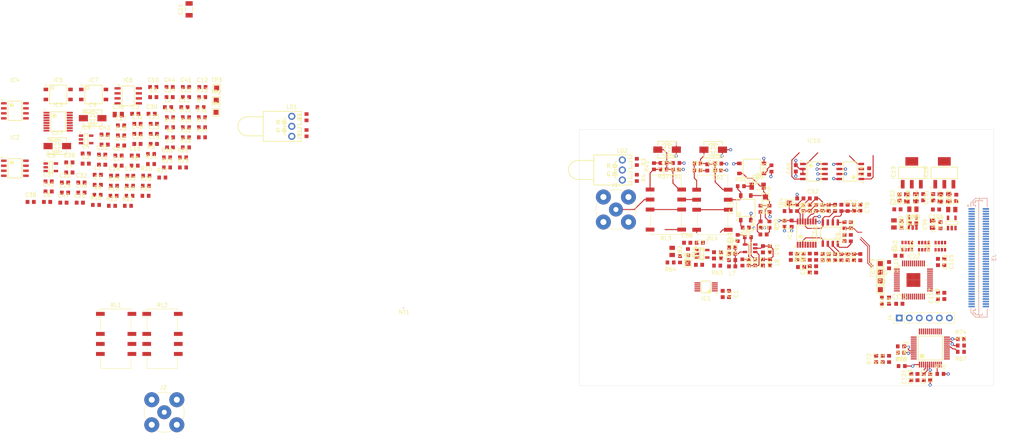
<source format=kicad_pcb>
(kicad_pcb (version 20190421) (host pcbnew "(5.1.0-619-gf296f2687-dirty)")
  (layers (0 "F.Cu" signal) (1 "In1.Cu" signal) (2 "In2.Cu" signal) (31 "B.Cu" signal) (34 "B.Paste" user) (35 "F.Paste" user) (36 "B.SilkS" user) (37 "F.SilkS" user) (38 "B.Mask" user) (39 "F.Mask" user) (44 "Edge.Cuts" user))
  (net 0 "")
  (net 1 "GNDA")
  (net 2 "+2V5")
  (net 3 "GND")
  (net 4 "Net-(C4-Pad1)")
  (net 5 "Net-(C5-Pad2)")
  (net 6 "Net-(C6-Pad1)")
  (net 7 "Net-(C10-Pad2)")
  (net 8 "Net-(C11-Pad1)")
  (net 9 "Net-(C7-Pad2)")
  (net 10 "Net-(C8-Pad2)")
  (net 11 "Net-(C10-Pad1)")
  (net 12 "Net-(C11-Pad2)")
  (net 13 "Net-(C12-Pad1)")
  (net 14 "Net-(C13-Pad1)")
  (net 15 "Net-(C15-Pad2)")
  (net 16 "Net-(C16-Pad2)")
  (net 17 "Net-(C18-Pad1)")
  (net 18 "Net-(C19-Pad2)")
  (net 19 "/CH2_VCM")
  (net 20 "Net-(C22-Pad2)")
  (net 21 "Net-(C23-Pad2)")
  (net 22 "+5VA")
  (net 23 "-5VA")
  (net 24 "/ADC_P_1")
  (net 25 "/ADC_N")
  (net 26 "Net-(C34-Pad1)")
  (net 27 "Net-(C34-Pad2)")
  (net 28 "Net-(C36-Pad2)")
  (net 29 "Net-(C37-Pad1)")
  (net 30 "/AFE Channel 2/PGA_IN")
  (net 31 "Net-(C40-Pad2)")
  (net 32 "Net-(C41-Pad1)")
  (net 33 "Net-(C50-Pad1)")
  (net 34 "Net-(C51-Pad2)")
  (net 35 "Net-(C52-Pad1)")
  (net 36 "Net-(C52-Pad2)")
  (net 37 "Net-(C53-Pad1)")
  (net 38 "Net-(C53-Pad2)")
  (net 39 "Net-(C54-Pad2)")
  (net 40 "Net-(C56-Pad1)")
  (net 41 "Net-(C57-Pad2)")
  (net 42 "Net-(C58-Pad1)")
  (net 43 "Net-(C59-Pad1)")
  (net 44 "Net-(C61-Pad2)")
  (net 45 "Net-(C62-Pad2)")
  (net 46 "Net-(C64-Pad1)")
  (net 47 "Net-(C65-Pad2)")
  (net 48 "/CH1_VCM")
  (net 49 "Net-(C68-Pad2)")
  (net 50 "Net-(C69-Pad2)")
  (net 51 "/ADC_P")
  (net 52 "/ADC_N_1")
  (net 53 "Net-(C80-Pad1)")
  (net 54 "Net-(C80-Pad2)")
  (net 55 "Net-(C82-Pad2)")
  (net 56 "Net-(C83-Pad1)")
  (net 57 "/AFE Channel 1/PGA_IN")
  (net 58 "Net-(C86-Pad2)")
  (net 59 "Net-(C87-Pad1)")
  (net 60 "/CH1_VOFFSET_FB")
  (net 61 "VDDA")
  (net 62 "VSSA")
  (net 63 "+5VD")
  (net 64 "Net-(C111-Pad2)")
  (net 65 "Net-(C119-Pad2)")
  (net 66 "/CH1_VOFFSET")
  (net 67 "/CH2_VOFFSET")
  (net 68 "/CH2_RLY_ATT1_R")
  (net 69 "/CH2_RLY_ATT1_S")
  (net 70 "/CH2_PGA_S0")
  (net 71 "/CH2_PGA_S1")
  (net 72 "/CH2_RLY_ATT2_S")
  (net 73 "/CH2_RLY_ATT2_R")
  (net 74 "Net-(IC5-Pad1)")
  (net 75 "Net-(IC5-Pad4)")
  (net 76 "Net-(IC7-Pad1)")
  (net 77 "Net-(IC8-Pad4)")
  (net 78 "Net-(IC9-Pad1)")
  (net 79 "Net-(IC9-Pad4)")
  (net 80 "/CH1_RLY_ATT1_R")
  (net 81 "/CH1_RLY_ATT1_S")
  (net 82 "/CH1_PGA_S0")
  (net 83 "/CH1_PGA_S1")
  (net 84 "/CH1_RLY_ATT2_R")
  (net 85 "/CH1_RLY_ATT2_S")
  (net 86 "Net-(IC13-Pad1)")
  (net 87 "Net-(IC13-Pad4)")
  (net 88 "Net-(IC15-Pad1)")
  (net 89 "Net-(IC16-Pad4)")
  (net 90 "Net-(IC17-Pad1)")
  (net 91 "Net-(IC17-Pad4)")
  (net 92 "/VCC_EN")
  (net 93 "/ADC_REFIO")
  (net 94 "/ADC_SHDN")
  (net 95 "Net-(IC22-Pad34)")
  (net 96 "Net-(IC22-Pad35)")
  (net 97 "Net-(IC22-Pad37)")
  (net 98 "Net-(IC22-Pad38)")
  (net 99 "Net-(IC22-Pad39)")
  (net 100 "Net-(IC22-Pad40)")
  (net 101 "Net-(IC22-Pad41)")
  (net 102 "Net-(IC22-Pad42)")
  (net 103 "Net-(IC22-Pad43)")
  (net 104 "Net-(IC22-Pad44)")
  (net 105 "/ADC_SDATA")
  (net 106 "/ADC_SCK")
  (net 107 "/ADC_CS_N")
  (net 108 "Net-(IC23-Pad46)")
  (net 109 "Net-(IC23-Pad45)")
  (net 110 "Net-(IC23-Pad44)")
  (net 111 "/CH1_LED_1")
  (net 112 "/CH1_LED_0")
  (net 113 "/CH2_SSR_DC")
  (net 114 "/CH2_SSR_GND")
  (net 115 "/CH1_SSR_DC")
  (net 116 "/CH1_SSR_GND")
  (net 117 "/DAC_SDA")
  (net 118 "/DAC_SCL")
  (net 119 "/MCU/NRST")
  (net 120 "Net-(IC23-Pad1)")
  (net 121 "Net-(LD1-Pad3)")
  (net 122 "Net-(LD1-Pad1)")
  (net 123 "Net-(LD2-Pad3)")
  (net 124 "Net-(LD2-Pad1)")
  (net 125 "Net-(R10-Pad1)")
  (net 126 "Net-(R17-Pad2)")
  (net 127 "Net-(R37-Pad2)")
  (net 128 "Net-(R48-Pad2)")
  (net 129 "Net-(IC2-Pad1)")
  (net 130 "Net-(IC2-Pad4)")
  (net 131 "Net-(IC4-Pad1)")
  (net 132 "Net-(IC4-Pad4)")
  (net 133 "Net-(IC10-Pad1)")
  (net 134 "Net-(IC10-Pad4)")
  (net 135 "Net-(IC12-Pad1)")
  (net 136 "Net-(IC12-Pad4)")
  (net 137 "/AIN")
  (net 138 "/AIN_1")
  (net 139 "Net-(RL1-Pad4)")
  (net 140 "Net-(RL1-Pad10)")
  (net 141 "Net-(RL2-Pad10)")
  (net 142 "Net-(RL3-Pad4)")
  (net 143 "Net-(RL3-Pad10)")
  (net 144 "Net-(RL4-Pad10)")
  (net 145 "Net-(C21-Pad1)")
  (net 146 "Net-(C21-Pad2)")
  (net 147 "/CH2_VOFFSET_FB")
  (net 148 "Net-(C67-Pad1)")
  (net 149 "Net-(C67-Pad2)")
  (net 150 "/ADC_CLK_P")
  (net 151 "/ADC_CLK_N")
  (net 152 "/CH2_LED_1")
  (net 153 "/CH2_LED_0")
  (net 154 "/MCU/SWCLK")
  (net 155 "/MCU/SWDIO")
  (net 156 "/MCU_IRQ")
  (net 157 "/MCU_RESET")
  (net 158 "/MCU_SCL")
  (net 159 "/MCU_SDA")
  (net 160 "/ADC_DOR")
  (net 161 "/ADC_D7")
  (net 162 "/ADC_D6")
  (net 163 "/ADC_D5")
  (net 164 "/ADC_D4")
  (net 165 "/ADC_D3")
  (net 166 "/ADC_D2")
  (net 167 "/ADC_D1")
  (net 168 "/ADC_D0")
  (net 169 "+2V5A")
  (module "Capacitors SMD:CAPC1608X87N" (layer "F.Cu") (at 256.56 120.28 90)
    (fp_text reference "C121" (at 0 -1.776 90) (layer "F.SilkS"))
    (fp_text value "CC0603_100NF_50V_10%_X7R" hide)
    (pad "1" smd rect (at -0.8 0 90) (size 0.95 1) (layers "F.Cu" "F.Paste" "F.Mask") (net 3 "GND"))
    (pad "2" smd rect (at 0.8 0 90) (size 0.95 1) (layers "F.Cu" "F.Paste" "F.Mask") (net 2 "+2V5"))
  )
  (module "Connector_PinHeader_2.54mm:PinHeader_1x06_P2.54mm_Vertical" (layer "F.Cu") (at 253.54 105.28 90)
    (fp_text reference "J4" (at 0 -2.33 90) (layer "F.SilkS"))
    (fp_text value "SWD")
    (pad "6" thru_hole oval (at 0 12.7 90) (size 1.7 1.7) (drill 1) (layers *.Cu *.Mask))
    (pad "5" thru_hole oval (at 0 10.16 90) (size 1.7 1.7) (drill 1) (layers *.Cu *.Mask) (net 119 "/MCU/NRST"))
    (pad "4" thru_hole oval (at 0 7.62 90) (size 1.7 1.7) (drill 1) (layers *.Cu *.Mask) (net 155 "/MCU/SWDIO"))
    (pad "3" thru_hole oval (at 0 5.08 90) (size 1.7 1.7) (drill 1) (layers *.Cu *.Mask) (net 3 "GND"))
    (pad "2" thru_hole oval (at 0 2.54 90) (size 1.7 1.7) (drill 1) (layers *.Cu *.Mask) (net 154 "/MCU/SWCLK"))
    (pad "1" thru_hole rect (at 0 0 90) (size 1.7 1.7) (drill 1) (layers *.Cu *.Mask) (net 2 "+2V5"))
  )
  (module "Pads:Net Tie 2" (layer "F.Cu") (at 128.07 102.75 180)
    (fp_text reference "NT1" (at 0 -1.064) (layer "F.SilkS"))
    (fp_text value "Net_Tie_2" hide)
    (pad "1" smd rect (at 0 0 180) (size 0.127 0.127) (layers "F.Cu" "F.Paste" "F.Mask") (net 1 "GNDA"))
    (pad "2" smd rect (at 0.254 0 180) (size 0.127 0.127) (layers "F.Cu" "F.Paste" "F.Mask") (net 3 "GND"))
  )
  (module "Capacitors SMD:CAPC3216X140N" (layer "F.Cu") (at 217.65 71.85)
    (fp_text reference "C67" (at 0 -2.176) (layer "F.SilkS"))
    (fp_text value "CC1206_100NF_100V_10%_X7R" hide)
    (pad "1" smd rect (at -1.5 0) (size 1.15 1.8) (layers "F.Cu" "F.Paste" "F.Mask") (net 148 "Net-(C67-Pad1)"))
    (pad "2" smd rect (at 1.5 0) (size 1.15 1.8) (layers "F.Cu" "F.Paste" "F.Mask") (net 149 "Net-(C67-Pad2)"))
  )
  (module "Capacitors SMD:CAPC3216X140N" (layer "F.Cu") (at 73.6 27 90)
    (fp_text reference "C21" (at 0 -2.176 90) (layer "F.SilkS"))
    (fp_text value "CC1206_100NF_100V_10%_X7R" hide)
    (pad "1" smd rect (at -1.5 0 90) (size 1.15 1.8) (layers "F.Cu" "F.Paste" "F.Mask") (net 145 "Net-(C21-Pad1)"))
    (pad "2" smd rect (at 1.5 0 90) (size 1.15 1.8) (layers "F.Cu" "F.Paste" "F.Mask") (net 146 "Net-(C21-Pad2)"))
  )
  (module "Relay_SMD:Relay_DPDT_Omron_G6SU-2F" (layer "F.Cu") (at 206.2 76.55 180)
    (fp_text reference "RL4" (at -0.04 -8.55) (layer "F.SilkS"))
    (fp_text value "REL_OMRON_G6SU-2F-5VDC")
    (pad "9" smd rect (at 4 1.27 180) (size 2.2 1) (layers "F.Cu" "F.Paste" "F.Mask") (net 142 "Net-(RL3-Pad4)"))
    (pad "4" smd rect (at -4 1.27 180) (size 2.2 1) (layers "F.Cu" "F.Paste" "F.Mask") (net 87 "Net-(IC13-Pad4)"))
    (pad "12" smd rect (at 4 -6.35 180) (size 2.2 1) (layers "F.Cu" "F.Paste" "F.Mask") (net 136 "Net-(IC12-Pad4)"))
    (pad "10" smd rect (at 4 -1.27 180) (size 2.2 1) (layers "F.Cu" "F.Paste" "F.Mask") (net 144 "Net-(RL4-Pad10)"))
    (pad "1" smd rect (at -4 -6.35 180) (size 2.2 1) (layers "F.Cu" "F.Paste" "F.Mask") (net 135 "Net-(IC12-Pad1)"))
    (pad "3" smd rect (at -4 -1.27 180) (size 2.2 1) (layers "F.Cu" "F.Paste" "F.Mask") (net 144 "Net-(RL4-Pad10)"))
    (pad "8" smd rect (at 4 3.81 180) (size 2.2 1) (layers "F.Cu" "F.Paste" "F.Mask") (net 128 "Net-(R48-Pad2)"))
    (pad "5" smd rect (at -4 3.81 180) (size 2.2 1) (layers "F.Cu" "F.Paste" "F.Mask") (net 44 "Net-(C61-Pad2)"))
  )
  (module "Relay_SMD:Relay_DPDT_Omron_G6SU-2F" (layer "F.Cu") (at 194.4 76.51 180)
    (fp_text reference "RL3" (at -0.04 -8.55) (layer "F.SilkS"))
    (fp_text value "REL_OMRON_G6SU-2F-5VDC")
    (pad "9" smd rect (at 4 1.27 180) (size 2.2 1) (layers "F.Cu" "F.Paste" "F.Mask") (net 138 "/AIN_1"))
    (pad "4" smd rect (at -4 1.27 180) (size 2.2 1) (layers "F.Cu" "F.Paste" "F.Mask") (net 142 "Net-(RL3-Pad4)"))
    (pad "12" smd rect (at 4 -6.35 180) (size 2.2 1) (layers "F.Cu" "F.Paste" "F.Mask") (net 134 "Net-(IC10-Pad4)"))
    (pad "10" smd rect (at 4 -1.27 180) (size 2.2 1) (layers "F.Cu" "F.Paste" "F.Mask") (net 143 "Net-(RL3-Pad10)"))
    (pad "1" smd rect (at -4 -6.35 180) (size 2.2 1) (layers "F.Cu" "F.Paste" "F.Mask") (net 133 "Net-(IC10-Pad1)"))
    (pad "3" smd rect (at -4 -1.27 180) (size 2.2 1) (layers "F.Cu" "F.Paste" "F.Mask") (net 143 "Net-(RL3-Pad10)"))
    (pad "8" smd rect (at 4 3.81 180) (size 2.2 1) (layers "F.Cu" "F.Paste" "F.Mask") (net 127 "Net-(R37-Pad2)"))
    (pad "5" smd rect (at -4 3.81 180) (size 2.2 1) (layers "F.Cu" "F.Paste" "F.Mask") (net 34 "Net-(C51-Pad2)"))
  )
  (module "Relay_SMD:Relay_DPDT_Omron_G6SU-2F" (layer "F.Cu") (at 66.86 110.6)
    (fp_text reference "RL2" (at -0.04 -8.55) (layer "F.SilkS"))
    (fp_text value "REL_OMRON_G6SU-2F-5VDC")
    (pad "9" smd rect (at 4 1.27) (size 2.2 1) (layers "F.Cu" "F.Paste" "F.Mask") (net 139 "Net-(RL1-Pad4)"))
    (pad "4" smd rect (at -4 1.27) (size 2.2 1) (layers "F.Cu" "F.Paste" "F.Mask") (net 75 "Net-(IC5-Pad4)"))
    (pad "12" smd rect (at 4 -6.35) (size 2.2 1) (layers "F.Cu" "F.Paste" "F.Mask") (net 132 "Net-(IC4-Pad4)"))
    (pad "10" smd rect (at 4 -1.27) (size 2.2 1) (layers "F.Cu" "F.Paste" "F.Mask") (net 141 "Net-(RL2-Pad10)"))
    (pad "1" smd rect (at -4 -6.35) (size 2.2 1) (layers "F.Cu" "F.Paste" "F.Mask") (net 131 "Net-(IC4-Pad1)"))
    (pad "3" smd rect (at -4 -1.27) (size 2.2 1) (layers "F.Cu" "F.Paste" "F.Mask") (net 141 "Net-(RL2-Pad10)"))
    (pad "8" smd rect (at 4 3.81) (size 2.2 1) (layers "F.Cu" "F.Paste" "F.Mask") (net 126 "Net-(R17-Pad2)"))
    (pad "5" smd rect (at -4 3.81) (size 2.2 1) (layers "F.Cu" "F.Paste" "F.Mask") (net 15 "Net-(C15-Pad2)"))
  )
  (module "Relay_SMD:Relay_DPDT_Omron_G6SU-2F" (layer "F.Cu") (at 55.11 110.6)
    (fp_text reference "RL1" (at -0.04 -8.55) (layer "F.SilkS"))
    (fp_text value "REL_OMRON_G6SU-2F-5VDC")
    (pad "9" smd rect (at 4 1.27) (size 2.2 1) (layers "F.Cu" "F.Paste" "F.Mask") (net 137 "/AIN"))
    (pad "4" smd rect (at -4 1.27) (size 2.2 1) (layers "F.Cu" "F.Paste" "F.Mask") (net 139 "Net-(RL1-Pad4)"))
    (pad "12" smd rect (at 4 -6.35) (size 2.2 1) (layers "F.Cu" "F.Paste" "F.Mask") (net 130 "Net-(IC2-Pad4)"))
    (pad "10" smd rect (at 4 -1.27) (size 2.2 1) (layers "F.Cu" "F.Paste" "F.Mask") (net 140 "Net-(RL1-Pad10)"))
    (pad "1" smd rect (at -4 -6.35) (size 2.2 1) (layers "F.Cu" "F.Paste" "F.Mask") (net 129 "Net-(IC2-Pad1)"))
    (pad "3" smd rect (at -4 -1.27) (size 2.2 1) (layers "F.Cu" "F.Paste" "F.Mask") (net 140 "Net-(RL1-Pad10)"))
    (pad "8" smd rect (at 4 3.81) (size 2.2 1) (layers "F.Cu" "F.Paste" "F.Mask") (net 125 "Net-(R10-Pad1)"))
    (pad "5" smd rect (at -4 3.81) (size 2.2 1) (layers "F.Cu" "F.Paste" "F.Mask") (net 5 "Net-(C5-Pad2)"))
  )
  (module "Connector_Coaxial:BNC_TEConnectivity_1478204_Vertical" (layer "F.Cu") (at 67.31 129.2)
    (fp_text reference "J2" (at -0.25 -6.25) (layer "F.SilkS"))
    (fp_text value "SAMTEC_HDBNC-J-P-GN-ST-TH1")
    (pad "2" thru_hole circle (at 3.175 3.175) (size 3.81 3.81) (drill 1.524) (layers *.Cu *.Mask) (net 1 "GNDA"))
    (pad "2" thru_hole circle (at -3.175 3.175) (size 3.81 3.81) (drill 1.524) (layers *.Cu *.Mask) (net 1 "GNDA"))
    (pad "2" thru_hole circle (at 3.175 -3.175) (size 3.81 3.81) (drill 1.524) (layers *.Cu *.Mask) (net 1 "GNDA"))
    (pad "1" thru_hole circle (at 0 0) (size 3.556 3.556) (drill 1.27) (layers *.Cu *.Mask) (net 137 "/AIN"))
    (pad "2" thru_hole circle (at -3.175 -3.175) (size 3.81 3.81) (drill 1.524) (layers *.Cu *.Mask) (net 1 "GNDA"))
  )
  (module "Connector_Coaxial:BNC_TEConnectivity_1478204_Vertical" (layer "F.Cu") (at 181.75 77.77)
    (fp_text reference "J1" (at -0.25 -6.25) (layer "F.SilkS"))
    (fp_text value "SAMTEC_HDBNC-J-P-GN-ST-TH1")
    (pad "2" thru_hole circle (at 3.175 3.175) (size 3.81 3.81) (drill 1.524) (layers *.Cu *.Mask) (net 1 "GNDA"))
    (pad "2" thru_hole circle (at -3.175 3.175) (size 3.81 3.81) (drill 1.524) (layers *.Cu *.Mask) (net 1 "GNDA"))
    (pad "2" thru_hole circle (at 3.175 -3.175) (size 3.81 3.81) (drill 1.524) (layers *.Cu *.Mask) (net 1 "GNDA"))
    (pad "1" thru_hole circle (at 0 0) (size 3.556 3.556) (drill 1.27) (layers *.Cu *.Mask) (net 138 "/AIN_1"))
    (pad "2" thru_hole circle (at -3.175 -3.175) (size 3.81 3.81) (drill 1.524) (layers *.Cu *.Mask) (net 1 "GNDA"))
  )
  (module "ICs And Semiconductors SMD:SOIC127P610X331-8N" (layer "F.Cu") (at 241.12 68.12 180)
    (fp_text reference "IC12" (at 0 -7.801) (layer "F.SilkS"))
    (fp_text value "L9110" hide)
    (pad "1" smd rect (at -2.8 -1.905 180) (size 1.4 0.6) (layers "F.Cu" "F.Paste" "F.Mask") (net 135 "Net-(IC12-Pad1)"))
    (pad "2" smd rect (at -2.8 -0.635 180) (size 1.4 0.6) (layers "F.Cu" "F.Paste" "F.Mask") (net 63 "+5VD"))
    (pad "3" smd rect (at -2.8 0.635 180) (size 1.4 0.6) (layers "F.Cu" "F.Paste" "F.Mask") (net 63 "+5VD"))
    (pad "4" smd rect (at -2.8 1.905 180) (size 1.4 0.6) (layers "F.Cu" "F.Paste" "F.Mask") (net 136 "Net-(IC12-Pad4)"))
    (pad "5" smd rect (at 2.8 1.905 180) (size 1.4 0.6) (layers "F.Cu" "F.Paste" "F.Mask") (net 3 "GND"))
    (pad "6" smd rect (at 2.8 0.635 180) (size 1.4 0.6) (layers "F.Cu" "F.Paste" "F.Mask") (net 85 "/CH1_RLY_ATT2_S"))
    (pad "7" smd rect (at 2.8 -0.635 180) (size 1.4 0.6) (layers "F.Cu" "F.Paste" "F.Mask") (net 84 "/CH1_RLY_ATT2_R"))
    (pad "8" smd rect (at 2.8 -1.905 180) (size 1.4 0.6) (layers "F.Cu" "F.Paste" "F.Mask") (net 3 "GND"))
  )
  (module "ICs And Semiconductors SMD:SOIC127P610X331-8N" (layer "F.Cu") (at 231.92 68.12)
    (fp_text reference "IC10" (at 0 -7.801) (layer "F.SilkS"))
    (fp_text value "L9110" hide)
    (pad "1" smd rect (at -2.8 -1.905) (size 1.4 0.6) (layers "F.Cu" "F.Paste" "F.Mask") (net 133 "Net-(IC10-Pad1)"))
    (pad "2" smd rect (at -2.8 -0.635) (size 1.4 0.6) (layers "F.Cu" "F.Paste" "F.Mask") (net 63 "+5VD"))
    (pad "3" smd rect (at -2.8 0.635) (size 1.4 0.6) (layers "F.Cu" "F.Paste" "F.Mask") (net 63 "+5VD"))
    (pad "4" smd rect (at -2.8 1.905) (size 1.4 0.6) (layers "F.Cu" "F.Paste" "F.Mask") (net 134 "Net-(IC10-Pad4)"))
    (pad "5" smd rect (at 2.8 1.905) (size 1.4 0.6) (layers "F.Cu" "F.Paste" "F.Mask") (net 3 "GND"))
    (pad "6" smd rect (at 2.8 0.635) (size 1.4 0.6) (layers "F.Cu" "F.Paste" "F.Mask") (net 81 "/CH1_RLY_ATT1_S"))
    (pad "7" smd rect (at 2.8 -0.635) (size 1.4 0.6) (layers "F.Cu" "F.Paste" "F.Mask") (net 80 "/CH1_RLY_ATT1_R"))
    (pad "8" smd rect (at 2.8 -1.905) (size 1.4 0.6) (layers "F.Cu" "F.Paste" "F.Mask") (net 3 "GND"))
  )
  (module "ICs And Semiconductors SMD:SOIC127P610X331-8N" (layer "F.Cu") (at 29.46 52.735)
    (fp_text reference "IC4" (at 0 -7.801) (layer "F.SilkS"))
    (fp_text value "L9110" hide)
    (pad "1" smd rect (at -2.8 -1.905) (size 1.4 0.6) (layers "F.Cu" "F.Paste" "F.Mask") (net 131 "Net-(IC4-Pad1)"))
    (pad "2" smd rect (at -2.8 -0.635) (size 1.4 0.6) (layers "F.Cu" "F.Paste" "F.Mask") (net 63 "+5VD"))
    (pad "3" smd rect (at -2.8 0.635) (size 1.4 0.6) (layers "F.Cu" "F.Paste" "F.Mask") (net 63 "+5VD"))
    (pad "4" smd rect (at -2.8 1.905) (size 1.4 0.6) (layers "F.Cu" "F.Paste" "F.Mask") (net 132 "Net-(IC4-Pad4)"))
    (pad "5" smd rect (at 2.8 1.905) (size 1.4 0.6) (layers "F.Cu" "F.Paste" "F.Mask") (net 3 "GND"))
    (pad "6" smd rect (at 2.8 0.635) (size 1.4 0.6) (layers "F.Cu" "F.Paste" "F.Mask") (net 73 "/CH2_RLY_ATT2_R"))
    (pad "7" smd rect (at 2.8 -0.635) (size 1.4 0.6) (layers "F.Cu" "F.Paste" "F.Mask") (net 72 "/CH2_RLY_ATT2_S"))
    (pad "8" smd rect (at 2.8 -1.905) (size 1.4 0.6) (layers "F.Cu" "F.Paste" "F.Mask") (net 3 "GND"))
  )
  (module "ICs And Semiconductors SMD:SOIC127P610X331-8N" (layer "F.Cu") (at 29.46 67.305)
    (fp_text reference "IC2" (at 0 -7.801) (layer "F.SilkS"))
    (fp_text value "L9110" hide)
    (pad "1" smd rect (at -2.8 -1.905) (size 1.4 0.6) (layers "F.Cu" "F.Paste" "F.Mask") (net 129 "Net-(IC2-Pad1)"))
    (pad "2" smd rect (at -2.8 -0.635) (size 1.4 0.6) (layers "F.Cu" "F.Paste" "F.Mask") (net 63 "+5VD"))
    (pad "3" smd rect (at -2.8 0.635) (size 1.4 0.6) (layers "F.Cu" "F.Paste" "F.Mask") (net 63 "+5VD"))
    (pad "4" smd rect (at -2.8 1.905) (size 1.4 0.6) (layers "F.Cu" "F.Paste" "F.Mask") (net 130 "Net-(IC2-Pad4)"))
    (pad "5" smd rect (at 2.8 1.905) (size 1.4 0.6) (layers "F.Cu" "F.Paste" "F.Mask") (net 3 "GND"))
    (pad "6" smd rect (at 2.8 0.635) (size 1.4 0.6) (layers "F.Cu" "F.Paste" "F.Mask") (net 69 "/CH2_RLY_ATT1_S"))
    (pad "7" smd rect (at 2.8 -0.635) (size 1.4 0.6) (layers "F.Cu" "F.Paste" "F.Mask") (net 68 "/CH2_RLY_ATT1_R"))
    (pad "8" smd rect (at 2.8 -1.905) (size 1.4 0.6) (layers "F.Cu" "F.Paste" "F.Mask") (net 3 "GND"))
  )
  (module "ICs And Semiconductors SMD:SOP50P490X110-10N" (layer "F.Cu") (at 204.6 97.4 180)
    (fp_text reference "IC1" (at 0 -2.951) (layer "F.SilkS"))
    (fp_text value "MCP47CVB02" hide)
    (pad "10" smd rect (at 2.2 -1 180) (size 1.5 0.3) (layers "F.Cu" "F.Paste" "F.Mask") (net 117 "/DAC_SDA"))
    (pad "9" smd rect (at 2.2 -0.5 180) (size 1.5 0.3) (layers "F.Cu" "F.Paste" "F.Mask") (net 118 "/DAC_SCL"))
    (pad "8" smd rect (at 2.2 0 180) (size 1.5 0.3) (layers "F.Cu" "F.Paste" "F.Mask") (net 3 "GND"))
    (pad "7" smd rect (at 2.2 0.5 180) (size 1.5 0.3) (layers "F.Cu" "F.Paste" "F.Mask") (net 1 "GNDA"))
    (pad "6" smd rect (at 2.2 1 180) (size 1.5 0.3) (layers "F.Cu" "F.Paste" "F.Mask") (net 3 "GND"))
    (pad "5" smd rect (at -2.2 1 180) (size 1.5 0.3) (layers "F.Cu" "F.Paste" "F.Mask") (net 67 "/CH2_VOFFSET"))
    (pad "4" smd rect (at -2.2 0.5 180) (size 1.5 0.3) (layers "F.Cu" "F.Paste" "F.Mask") (net 66 "/CH1_VOFFSET"))
    (pad "3" smd rect (at -2.2 0 180) (size 1.5 0.3) (layers "F.Cu" "F.Paste" "F.Mask"))
    (pad "2" smd rect (at -2.2 -0.5 180) (size 1.5 0.3) (layers "F.Cu" "F.Paste" "F.Mask") (net 3 "GND"))
    (pad "1" smd rect (at -2.2 -1 180) (size 1.5 0.3) (layers "F.Cu" "F.Paste" "F.Mask") (net 169 "+2V5A"))
  )
  (module "Pads:TPS127" (layer "F.Cu") (at 248.75 95.89)
    (fp_text reference "TP10" (at 0 -2.036) (layer "F.SilkS"))
    (fp_text value "CH2+" hide)
    (pad "1" smd rect (at 0 0) (size 1.27 1.27) (layers "F.Cu" "F.Paste" "F.Mask") (net 24 "/ADC_P_1"))
  )
  (module "Pads:TPS127" (layer "F.Cu") (at 248.75 91.49 90)
    (fp_text reference "TP9" (at 0 -2.036 90) (layer "F.SilkS"))
    (fp_text value "CH1+" hide)
    (pad "1" smd rect (at 0 0 90) (size 1.27 1.27) (layers "F.Cu" "F.Paste" "F.Mask") (net 51 "/ADC_P"))
  )
  (module "Pads:TPS127" (layer "F.Cu") (at 248.75 98.09)
    (fp_text reference "TP8" (at 0 -2.036) (layer "F.SilkS"))
    (fp_text value "CH2-" hide)
    (pad "1" smd rect (at 0 0) (size 1.27 1.27) (layers "F.Cu" "F.Paste" "F.Mask") (net 52 "/ADC_N_1"))
  )
  (module "Pads:TPS127" (layer "F.Cu") (at 248.75 93.69 90)
    (fp_text reference "TP7" (at 0 -2.036 90) (layer "F.SilkS"))
    (fp_text value "CH1-" hide)
    (pad "1" smd rect (at 0 0 90) (size 1.27 1.27) (layers "F.Cu" "F.Paste" "F.Mask") (net 25 "/ADC_N"))
  )
  (module "Pads:TPS127" (layer "F.Cu") (at 200 91.4)
    (fp_text reference "TP6" (at 0 -2.036) (layer "F.SilkS"))
    (fp_text value "Offset" hide)
    (pad "1" smd rect (at 0 0) (size 1.27 1.27) (layers "F.Cu" "F.Paste" "F.Mask") (net 55 "Net-(C82-Pad2)"))
  )
  (module "Pads:TPS127" (layer "F.Cu") (at 219.65 74.6)
    (fp_text reference "TP5" (at 0 -2.036) (layer "F.SilkS"))
    (fp_text value "In" hide)
    (pad "1" smd rect (at 0 0) (size 1.27 1.27) (layers "F.Cu" "F.Paste" "F.Mask") (net 149 "Net-(C67-Pad2)"))
  )
  (module "Pads:TPS127" (layer "F.Cu") (at 225.67 76.16 90)
    (fp_text reference "TP4" (at 0 -2.036 90) (layer "F.SilkS"))
    (fp_text value "PGA" hide)
    (pad "1" smd rect (at 0 0 90) (size 1.27 1.27) (layers "F.Cu" "F.Paste" "F.Mask") (net 33 "Net-(C50-Pad1)"))
  )
  (module "Pads:TPS127" (layer "F.Cu") (at 80.58 46.97)
    (fp_text reference "TP3" (at 0 -2.036) (layer "F.SilkS"))
    (fp_text value "Offset" hide)
    (pad "1" smd rect (at 0 0) (size 1.27 1.27) (layers "F.Cu" "F.Paste" "F.Mask") (net 28 "Net-(C36-Pad2)"))
  )
  (module "Pads:TPS127" (layer "F.Cu") (at 80.48 50.04)
    (fp_text reference "TP2" (at 0 -2.036) (layer "F.SilkS"))
    (fp_text value "In" hide)
    (pad "1" smd rect (at 0 0) (size 1.27 1.27) (layers "F.Cu" "F.Paste" "F.Mask") (net 146 "Net-(C21-Pad2)"))
  )
  (module "Pads:TPS127" (layer "F.Cu") (at 80.42 53.11)
    (fp_text reference "TP1" (at 0 -2.036) (layer "F.SilkS"))
    (fp_text value "PGA" hide)
    (pad "1" smd rect (at 0 0) (size 1.27 1.27) (layers "F.Cu" "F.Paste" "F.Mask") (net 4 "Net-(C4-Pad1)"))
  )
  (module "Networks SMD:RN_YAGEO_TC164" (layer "F.Cu") (at 255.55 87.05 90)
    (fp_text reference "RN3" (at 0 -3.026 90) (layer "F.SilkS"))
    (fp_text value "RN_33R_YAGEO_TC164-FR-0733RL" hide)
    (pad "1" smd rect (at -0.9 -1.2 90) (size 0.9 0.55) (layers "F.Cu" "F.Paste" "F.Mask") (net 103 "Net-(IC22-Pad43)"))
    (pad "2" smd rect (at -0.9 -0.4 90) (size 0.9 0.55) (layers "F.Cu" "F.Paste" "F.Mask") (net 104 "Net-(IC22-Pad44)"))
    (pad "3" smd rect (at -0.9 0.4 90) (size 0.9 0.55) (layers "F.Cu" "F.Paste" "F.Mask"))
    (pad "4" smd rect (at -0.9 1.2 90) (size 0.9 0.55) (layers "F.Cu" "F.Paste" "F.Mask"))
    (pad "5" smd rect (at 0.9 1.2 90) (size 0.9 0.55) (layers "F.Cu" "F.Paste" "F.Mask"))
    (pad "6" smd rect (at 0.9 0.4 90) (size 0.9 0.55) (layers "F.Cu" "F.Paste" "F.Mask"))
    (pad "7" smd rect (at 0.9 -0.4 90) (size 0.9 0.55) (layers "F.Cu" "F.Paste" "F.Mask"))
    (pad "8" smd rect (at 0.9 -1.2 90) (size 0.9 0.55) (layers "F.Cu" "F.Paste" "F.Mask") (net 160 "/ADC_DOR"))
  )
  (module "Networks SMD:RN_YAGEO_TC164" (layer "F.Cu") (at 259.75 87.07 90)
    (fp_text reference "RN2" (at 0 -3.026 90) (layer "F.SilkS"))
    (fp_text value "RN_33R_YAGEO_TC164-FR-0733RL" hide)
    (pad "1" smd rect (at -0.9 -1.2 90) (size 0.9 0.55) (layers "F.Cu" "F.Paste" "F.Mask") (net 102 "Net-(IC22-Pad42)"))
    (pad "2" smd rect (at -0.9 -0.4 90) (size 0.9 0.55) (layers "F.Cu" "F.Paste" "F.Mask") (net 101 "Net-(IC22-Pad41)"))
    (pad "3" smd rect (at -0.9 0.4 90) (size 0.9 0.55) (layers "F.Cu" "F.Paste" "F.Mask") (net 100 "Net-(IC22-Pad40)"))
    (pad "4" smd rect (at -0.9 1.2 90) (size 0.9 0.55) (layers "F.Cu" "F.Paste" "F.Mask") (net 99 "Net-(IC22-Pad39)"))
    (pad "5" smd rect (at 0.9 1.2 90) (size 0.9 0.55) (layers "F.Cu" "F.Paste" "F.Mask") (net 164 "/ADC_D4"))
    (pad "6" smd rect (at 0.9 0.4 90) (size 0.9 0.55) (layers "F.Cu" "F.Paste" "F.Mask") (net 163 "/ADC_D5"))
    (pad "7" smd rect (at 0.9 -0.4 90) (size 0.9 0.55) (layers "F.Cu" "F.Paste" "F.Mask") (net 162 "/ADC_D6"))
    (pad "8" smd rect (at 0.9 -1.2 90) (size 0.9 0.55) (layers "F.Cu" "F.Paste" "F.Mask") (net 161 "/ADC_D7"))
  )
  (module "Networks SMD:RN_YAGEO_TC164" (layer "F.Cu") (at 263.95 87.07 90)
    (fp_text reference "RN1" (at 0 -3.026 90) (layer "F.SilkS"))
    (fp_text value "RN_33R_YAGEO_TC164-FR-0733RL" hide)
    (pad "1" smd rect (at -0.9 -1.2 90) (size 0.9 0.55) (layers "F.Cu" "F.Paste" "F.Mask") (net 98 "Net-(IC22-Pad38)"))
    (pad "2" smd rect (at -0.9 -0.4 90) (size 0.9 0.55) (layers "F.Cu" "F.Paste" "F.Mask") (net 97 "Net-(IC22-Pad37)"))
    (pad "3" smd rect (at -0.9 0.4 90) (size 0.9 0.55) (layers "F.Cu" "F.Paste" "F.Mask") (net 96 "Net-(IC22-Pad35)"))
    (pad "4" smd rect (at -0.9 1.2 90) (size 0.9 0.55) (layers "F.Cu" "F.Paste" "F.Mask") (net 95 "Net-(IC22-Pad34)"))
    (pad "5" smd rect (at 0.9 1.2 90) (size 0.9 0.55) (layers "F.Cu" "F.Paste" "F.Mask") (net 168 "/ADC_D0"))
    (pad "6" smd rect (at 0.9 0.4 90) (size 0.9 0.55) (layers "F.Cu" "F.Paste" "F.Mask") (net 167 "/ADC_D1"))
    (pad "7" smd rect (at 0.9 -0.4 90) (size 0.9 0.55) (layers "F.Cu" "F.Paste" "F.Mask") (net 166 "/ADC_D2"))
    (pad "8" smd rect (at 0.9 -1.2 90) (size 0.9 0.55) (layers "F.Cu" "F.Paste" "F.Mask") (net 165 "/ADC_D3"))
  )
  (module "Resistors SMD:RESC1608X55N" (layer "F.Cu") (at 249.36 115.68 90)
    (fp_text reference "R77" (at 0 -1.776 90) (layer "F.SilkS"))
    (fp_text value "R0603_47R_1%_0.1W_100PPM" hide)
    (pad "1" smd rect (at -0.8 0 90) (size 0.9 1) (layers "F.Cu" "F.Paste" "F.Mask") (net 108 "Net-(IC23-Pad46)"))
    (pad "2" smd rect (at 0.8 0 90) (size 0.9 1) (layers "F.Cu" "F.Paste" "F.Mask") (net 159 "/MCU_SDA"))
  )
  (module "Resistors SMD:RESC1608X55N" (layer "F.Cu") (at 253.96 114.08 180)
    (fp_text reference "R76" (at 0 -1.776) (layer "F.SilkS"))
    (fp_text value "R0603_47R_1%_0.1W_100PPM" hide)
    (pad "1" smd rect (at -0.8 0 180) (size 0.9 1) (layers "F.Cu" "F.Paste" "F.Mask") (net 109 "Net-(IC23-Pad45)"))
    (pad "2" smd rect (at 0.8 0 180) (size 0.9 1) (layers "F.Cu" "F.Paste" "F.Mask") (net 158 "/MCU_SCL"))
  )
  (module "Resistors SMD:RESC1608X55N" (layer "F.Cu") (at 253.96 112.48 180)
    (fp_text reference "R75" (at 0 -1.776) (layer "F.SilkS"))
    (fp_text value "R0603_47R_1%_0.1W_100PPM" hide)
    (pad "1" smd rect (at -0.8 0 180) (size 0.9 1) (layers "F.Cu" "F.Paste" "F.Mask") (net 110 "Net-(IC23-Pad44)"))
    (pad "2" smd rect (at 0.8 0 180) (size 0.9 1) (layers "F.Cu" "F.Paste" "F.Mask") (net 156 "/MCU_IRQ"))
  )
  (module "Resistors SMD:RESC1608X55N" (layer "F.Cu") (at 269.16 110.65)
    (fp_text reference "R74" (at 0 -1.776) (layer "F.SilkS"))
    (fp_text value "R0603_10K_1%_0.1W_100PPM" hide)
    (pad "1" smd rect (at -0.8 0) (size 0.9 1) (layers "F.Cu" "F.Paste" "F.Mask") (net 117 "/DAC_SDA"))
    (pad "2" smd rect (at 0.8 0) (size 0.9 1) (layers "F.Cu" "F.Paste" "F.Mask") (net 2 "+2V5"))
  )
  (module "Resistors SMD:RESC1608X55N" (layer "F.Cu") (at 269.16 112.27)
    (fp_text reference "R73" (at 0 -1.776) (layer "F.SilkS"))
    (fp_text value "R0603_10K_1%_0.1W_100PPM" hide)
    (pad "1" smd rect (at -0.8 0) (size 0.9 1) (layers "F.Cu" "F.Paste" "F.Mask") (net 118 "/DAC_SCL"))
    (pad "2" smd rect (at 0.8 0) (size 0.9 1) (layers "F.Cu" "F.Paste" "F.Mask") (net 2 "+2V5"))
  )
  (module "Resistors SMD:RESC1608X55N" (layer "F.Cu") (at 247.69 115.68 90)
    (fp_text reference "R72" (at 0 -1.776 90) (layer "F.SilkS"))
    (fp_text value "R0603_10K_1%_0.1W_100PPM" hide)
    (pad "1" smd rect (at -0.8 0 90) (size 0.9 1) (layers "F.Cu" "F.Paste" "F.Mask") (net 108 "Net-(IC23-Pad46)"))
    (pad "2" smd rect (at 0.8 0 90) (size 0.9 1) (layers "F.Cu" "F.Paste" "F.Mask") (net 2 "+2V5"))
  )
  (module "Resistors SMD:RESC1608X55N" (layer "F.Cu") (at 250.96 115.68 90)
    (fp_text reference "R71" (at 0 -1.776 90) (layer "F.SilkS"))
    (fp_text value "R0603_10K_1%_0.1W_100PPM" hide)
    (pad "1" smd rect (at -0.8 0 90) (size 0.9 1) (layers "F.Cu" "F.Paste" "F.Mask") (net 109 "Net-(IC23-Pad45)"))
    (pad "2" smd rect (at 0.8 0 90) (size 0.9 1) (layers "F.Cu" "F.Paste" "F.Mask") (net 2 "+2V5"))
  )
  (module "Resistors SMD:RESC1608X55N" (layer "F.Cu") (at 263.96 119.48)
    (fp_text reference "R70" (at 0 -1.776) (layer "F.SilkS"))
    (fp_text value "R0603_10K_1%_0.1W_100PPM" hide)
    (pad "1" smd rect (at -0.8 0) (size 0.9 1) (layers "F.Cu" "F.Paste" "F.Mask") (net 119 "/MCU/NRST"))
    (pad "2" smd rect (at 0.8 0) (size 0.9 1) (layers "F.Cu" "F.Paste" "F.Mask") (net 2 "+2V5"))
  )
  (module "Resistors SMD:RESC1608X55N" (layer "F.Cu") (at 254.16 117.48)
    (fp_text reference "R69" (at 0 -1.776) (layer "F.SilkS"))
    (fp_text value "R0603_47R_1%_0.1W_100PPM" hide)
    (pad "1" smd rect (at -0.8 0) (size 0.9 1) (layers "F.Cu" "F.Paste" "F.Mask") (net 157 "/MCU_RESET"))
    (pad "2" smd rect (at 0.8 0) (size 0.9 1) (layers "F.Cu" "F.Paste" "F.Mask") (net 120 "Net-(IC23-Pad1)"))
  )
  (module "Resistors SMD:RESC1608X55N" (layer "F.Cu") (at 257.05 81.31)
    (fp_text reference "R68" (at 0 -1.776) (layer "F.SilkS"))
    (fp_text value "R0603_10K_1%_0.1W_100PPM" hide)
    (pad "1" smd rect (at -0.8 0) (size 0.9 1) (layers "F.Cu" "F.Paste" "F.Mask") (net 2 "+2V5"))
    (pad "2" smd rect (at 0.8 0) (size 0.9 1) (layers "F.Cu" "F.Paste" "F.Mask") (net 107 "/ADC_CS_N"))
  )
  (module "Resistors SMD:RESC1608X55N" (layer "F.Cu") (at 269.16 113.88 180)
    (fp_text reference "R67" (at 0 -1.776) (layer "F.SilkS"))
    (fp_text value "R0603_10K_1%_0.1W_100PPM" hide)
    (pad "1" smd rect (at -0.8 0 180) (size 0.9 1) (layers "F.Cu" "F.Paste" "F.Mask") (net 3 "GND"))
    (pad "2" smd rect (at 0.8 0 180) (size 0.9 1) (layers "F.Cu" "F.Paste" "F.Mask") (net 92 "/VCC_EN"))
  )
  (module "Resistors SMD:RESC1608X55N" (layer "F.Cu") (at 198 90.4 270)
    (fp_text reference "R66" (at 0 -1.776 90) (layer "F.SilkS"))
    (fp_text value "R0603_499R_0.1%_0.063W_10PPM" hide)
    (pad "1" smd rect (at -0.8 0 270) (size 0.9 1) (layers "F.Cu" "F.Paste" "F.Mask") (net 55 "Net-(C82-Pad2)"))
    (pad "2" smd rect (at 0.8 0 270) (size 0.9 1) (layers "F.Cu" "F.Paste" "F.Mask") (net 60 "/CH1_VOFFSET_FB"))
  )
  (module "Resistors SMD:RESC1608X55N" (layer "F.Cu") (at 200 88.6 270)
    (fp_text reference "R65" (at 0 -1.776 90) (layer "F.SilkS"))
    (fp_text value "R0603_220R_1%_0.1W_100PPM" hide)
    (pad "1" smd rect (at -0.8 0 270) (size 0.9 1) (layers "F.Cu" "F.Paste" "F.Mask") (net 90 "Net-(IC17-Pad1)"))
    (pad "2" smd rect (at 0.8 0 270) (size 0.9 1) (layers "F.Cu" "F.Paste" "F.Mask") (net 55 "Net-(C82-Pad2)"))
  )
  (module "Resistors SMD:RESC1608X55N" (layer "F.Cu") (at 195.6 91.2 180)
    (fp_text reference "R64" (at 0 -1.776) (layer "F.SilkS"))
    (fp_text value "R0603_499R_0.1%_0.063W_10PPM" hide)
    (pad "1" smd rect (at -0.8 0 180) (size 0.9 1) (layers "F.Cu" "F.Paste" "F.Mask") (net 60 "/CH1_VOFFSET_FB"))
    (pad "2" smd rect (at 0.8 0 180) (size 0.9 1) (layers "F.Cu" "F.Paste" "F.Mask") (net 22 "+5VA"))
  )
  (module "Resistors SMD:RESC1608X55N" (layer "F.Cu") (at 207.4 92 180)
    (fp_text reference "R63" (at 0 -1.776) (layer "F.SilkS"))
    (fp_text value "R0603_220R_1%_0.1W_100PPM" hide)
    (pad "1" smd rect (at -0.8 0 180) (size 0.9 1) (layers "F.Cu" "F.Paste" "F.Mask") (net 66 "/CH1_VOFFSET"))
    (pad "2" smd rect (at 0.8 0 180) (size 0.9 1) (layers "F.Cu" "F.Paste" "F.Mask") (net 91 "Net-(IC17-Pad4)"))
  )
  (module "Resistors SMD:RESC1608X55N" (layer "F.Cu") (at 213.8 91.2 270)
    (fp_text reference "R62" (at 0 -1.776 90) (layer "F.SilkS"))
    (fp_text value "R0603_1K_1%_0.1W_100PPM" hide)
    (pad "1" smd rect (at -0.8 0 270) (size 0.9 1) (layers "F.Cu" "F.Paste" "F.Mask") (net 89 "Net-(IC16-Pad4)"))
    (pad "2" smd rect (at 0.8 0 270) (size 0.9 1) (layers "F.Cu" "F.Paste" "F.Mask") (net 55 "Net-(C82-Pad2)"))
  )
  (module "Resistors SMD:RESC1608X64N" (layer "F.Cu") (at 215.4 91.2 270)
    (fp_text reference "R61" (at 0 -1.776 90) (layer "F.SilkS"))
    (fp_text value "R0603_680R_0.1%_0.1W_25PPM" hide)
    (pad "1" smd rect (at -0.8 0) (size 1 0.85) (layers "F.Cu" "F.Paste" "F.Mask") (net 89 "Net-(IC16-Pad4)"))
    (pad "2" smd rect (at 0.8 0) (size 1 0.85) (layers "F.Cu" "F.Paste" "F.Mask") (net 57 "/AFE Channel 1/PGA_IN"))
  )
  (module "Resistors SMD:RESC1608X55N" (layer "F.Cu") (at 215.2 84.8)
    (fp_text reference "R60" (at 0 -1.776) (layer "F.SilkS"))
    (fp_text value "R0603_0R_JUMPER" hide)
    (pad "1" smd rect (at -0.8 0) (size 0.9 1) (layers "F.Cu" "F.Paste" "F.Mask") (net 89 "Net-(IC16-Pad4)"))
    (pad "2" smd rect (at 0.8 0) (size 0.9 1) (layers "F.Cu" "F.Paste" "F.Mask") (net 56 "Net-(C83-Pad1)"))
  )
  (module "Resistors SMD:RESC1608X55N" (layer "F.Cu") (at 212.6 85 90)
    (fp_text reference "R59" (at 0 -1.776 90) (layer "F.SilkS"))
    (fp_text value "R0603_499R_0.1%_0.063W_10PPM" hide)
    (pad "1" smd rect (at -0.8 0 90) (size 0.9 1) (layers "F.Cu" "F.Paste" "F.Mask") (net 1 "GNDA"))
    (pad "2" smd rect (at 0.8 0 90) (size 0.9 1) (layers "F.Cu" "F.Paste" "F.Mask") (net 89 "Net-(IC16-Pad4)"))
  )
  (module "Resistors SMD:RESC1608X55N" (layer "F.Cu") (at 218.4 77.6 270)
    (fp_text reference "R58" (at 0 -1.776 90) (layer "F.SilkS"))
    (fp_text value "R0603_1K3_1%_0.1W_100PPM" hide)
    (pad "1" smd rect (at -0.8 0 270) (size 0.9 1) (layers "F.Cu" "F.Paste" "F.Mask") (net 149 "Net-(C67-Pad2)"))
    (pad "2" smd rect (at 0.8 0 270) (size 0.9 1) (layers "F.Cu" "F.Paste" "F.Mask") (net 53 "Net-(C80-Pad1)"))
  )
  (module "Resistors SMD:RESC1608X55N" (layer "F.Cu") (at 220.65 81.6 270)
    (fp_text reference "R57" (at 0 -1.776 90) (layer "F.SilkS"))
    (fp_text value "R0603_22K_1%_0.1W_100PPM" hide)
    (pad "1" smd rect (at -0.8 0 270) (size 0.9 1) (layers "F.Cu" "F.Paste" "F.Mask") (net 149 "Net-(C67-Pad2)"))
    (pad "2" smd rect (at 0.8 0 270) (size 0.9 1) (layers "F.Cu" "F.Paste" "F.Mask") (net 54 "Net-(C80-Pad2)"))
  )
  (module "Resistors SMD:RESC1608X55N" (layer "F.Cu") (at 220.65 77.6 90)
    (fp_text reference "R56" (at 0 -1.776 90) (layer "F.SilkS"))
    (fp_text value "R0603_1M_1%_0.1W_100PPM" hide)
    (pad "1" smd rect (at -0.8 0 90) (size 0.9 1) (layers "F.Cu" "F.Paste" "F.Mask") (net 1 "GNDA"))
    (pad "2" smd rect (at 0.8 0 90) (size 0.9 1) (layers "F.Cu" "F.Paste" "F.Mask") (net 149 "Net-(C67-Pad2)"))
  )
  (module "Resistors SMD:RESC1608X55N" (layer "F.Cu") (at 239.67 81.76 270)
    (fp_text reference "R55" (at 0 -1.776 90) (layer "F.SilkS"))
    (fp_text value "R0603_62R_1%_0.1W_100PPM" hide)
    (pad "1" smd rect (at -0.8 0 270) (size 0.9 1) (layers "F.Cu" "F.Paste" "F.Mask") (net 37 "Net-(C53-Pad1)"))
    (pad "2" smd rect (at 0.8 0 270) (size 0.9 1) (layers "F.Cu" "F.Paste" "F.Mask") (net 25 "/ADC_N"))
  )
  (module "Resistors SMD:RESC1608X55N" (layer "F.Cu") (at 241.27 85.01 90)
    (fp_text reference "R54" (at 0 -1.776 90) (layer "F.SilkS"))
    (fp_text value "R0603_62R_1%_0.1W_100PPM" hide)
    (pad "1" smd rect (at -0.8 0 90) (size 0.9 1) (layers "F.Cu" "F.Paste" "F.Mask") (net 36 "Net-(C52-Pad2)"))
    (pad "2" smd rect (at 0.8 0 90) (size 0.9 1) (layers "F.Cu" "F.Paste" "F.Mask") (net 51 "/ADC_P"))
  )
  (module "Resistors SMD:RESC1608X55N" (layer "F.Cu") (at 221.15 67.35 90)
    (fp_text reference "R53" (at 0 -1.776 90) (layer "F.SilkS"))
    (fp_text value "R0603_499R_0.1%_0.063W_10PPM" hide)
    (pad "1" smd rect (at -0.8 0 90) (size 0.9 1) (layers "F.Cu" "F.Paste" "F.Mask") (net 116 "/CH1_SSR_GND"))
    (pad "2" smd rect (at 0.8 0 90) (size 0.9 1) (layers "F.Cu" "F.Paste" "F.Mask") (net 88 "Net-(IC15-Pad1)"))
  )
  (module "Resistors SMD:RESC1608X55N" (layer "F.Cu") (at 213.4 71.85)
    (fp_text reference "R52" (at 0 -1.776) (layer "F.SilkS"))
    (fp_text value "R0603_220R_1%_0.1W_100PPM" hide)
    (pad "1" smd rect (at -0.8 0) (size 0.9 1) (layers "F.Cu" "F.Paste" "F.Mask") (net 87 "Net-(IC13-Pad4)"))
    (pad "2" smd rect (at 0.8 0) (size 0.9 1) (layers "F.Cu" "F.Paste" "F.Mask") (net 148 "Net-(C67-Pad1)"))
  )
  (module "Resistors SMD:RESC1608X55N" (layer "F.Cu") (at 214.65 82.35 180)
    (fp_text reference "R51" (at 0 -1.776) (layer "F.SilkS"))
    (fp_text value "R0603_499R_0.1%_0.063W_10PPM" hide)
    (pad "1" smd rect (at -0.8 0 180) (size 0.9 1) (layers "F.Cu" "F.Paste" "F.Mask") (net 115 "/CH1_SSR_DC"))
    (pad "2" smd rect (at 0.8 0 180) (size 0.9 1) (layers "F.Cu" "F.Paste" "F.Mask") (net 86 "Net-(IC13-Pad1)"))
  )
  (module "Resistors SMD:RESC1608X55N" (layer "F.Cu") (at 202.4 67.85)
    (fp_text reference "R50" (at 0 -1.776) (layer "F.SilkS"))
    (fp_text value "R0603_0R_JUMPER" hide)
    (pad "1" smd rect (at -0.8 0) (size 0.9 1) (layers "F.Cu" "F.Paste" "F.Mask") (net 128 "Net-(R48-Pad2)"))
    (pad "2" smd rect (at 0.8 0) (size 0.9 1) (layers "F.Cu" "F.Paste" "F.Mask") (net 45 "Net-(C62-Pad2)"))
  )
  (module "Resistors SMD:RESC1608X55N" (layer "F.Cu") (at 207.65 66.12 180)
    (fp_text reference "R49" (at 0 -1.776) (layer "F.SilkS"))
    (fp_text value "R0603_113K_0.1%_0.063W_10PPM" hide)
    (pad "1" smd rect (at -0.8 0 180) (size 0.9 1) (layers "F.Cu" "F.Paste" "F.Mask") (net 1 "GNDA"))
    (pad "2" smd rect (at 0.8 0 180) (size 0.9 1) (layers "F.Cu" "F.Paste" "F.Mask") (net 44 "Net-(C61-Pad2)"))
  )
  (module "Resistors SMD:RESC1608X55N" (layer "F.Cu") (at 202.4 66.1 180)
    (fp_text reference "R48" (at 0 -1.776) (layer "F.SilkS"))
    (fp_text value "R0603_910K_1%_0.1W_100PPM" hide)
    (pad "1" smd rect (at -0.8 0 180) (size 0.9 1) (layers "F.Cu" "F.Paste" "F.Mask") (net 44 "Net-(C61-Pad2)"))
    (pad "2" smd rect (at 0.8 0 180) (size 0.9 1) (layers "F.Cu" "F.Paste" "F.Mask") (net 128 "Net-(R48-Pad2)"))
  )
  (module "Resistors SMD:RESC1608X55N" (layer "F.Cu") (at 227.67 89.76 270)
    (fp_text reference "R47" (at 0 -1.776 90) (layer "F.SilkS"))
    (fp_text value "R0603_316R_0.1%_0.063W_10PPM" hide)
    (pad "1" smd rect (at -0.8 0 270) (size 0.9 1) (layers "F.Cu" "F.Paste" "F.Mask") (net 43 "Net-(C59-Pad1)"))
    (pad "2" smd rect (at 0.8 0 270) (size 0.9 1) (layers "F.Cu" "F.Paste" "F.Mask") (net 37 "Net-(C53-Pad1)"))
  )
  (module "Resistors SMD:RESC1608X55N" (layer "F.Cu") (at 234.07 77.36 90)
    (fp_text reference "R46" (at 0 -1.776 90) (layer "F.SilkS"))
    (fp_text value "R0603_316R_0.1%_0.063W_10PPM" hide)
    (pad "1" smd rect (at -0.8 0 90) (size 0.9 1) (layers "F.Cu" "F.Paste" "F.Mask") (net 42 "Net-(C58-Pad1)"))
    (pad "2" smd rect (at 0.8 0 90) (size 0.9 1) (layers "F.Cu" "F.Paste" "F.Mask") (net 36 "Net-(C52-Pad2)"))
  )
  (module "Resistors SMD:RESC1608X55N" (layer "F.Cu") (at 232.47 89.76 270)
    (fp_text reference "R45" (at 0 -1.776 90) (layer "F.SilkS"))
    (fp_text value "R0603_102R_0.1%_0.063W_10PPM" hide)
    (pad "1" smd rect (at -0.8 0 270) (size 0.9 1) (layers "F.Cu" "F.Paste" "F.Mask") (net 41 "Net-(C57-Pad2)"))
    (pad "2" smd rect (at 0.8 0 270) (size 0.9 1) (layers "F.Cu" "F.Paste" "F.Mask") (net 43 "Net-(C59-Pad1)"))
  )
  (module "Resistors SMD:RESC1608X55N" (layer "F.Cu") (at 232.47 77.36 270)
    (fp_text reference "R44" (at 0 -1.776 90) (layer "F.SilkS"))
    (fp_text value "R0603_102R_0.1%_0.063W_10PPM" hide)
    (pad "1" smd rect (at -0.8 0 270) (size 0.9 1) (layers "F.Cu" "F.Paste" "F.Mask") (net 40 "Net-(C56-Pad1)"))
    (pad "2" smd rect (at 0.8 0 270) (size 0.9 1) (layers "F.Cu" "F.Paste" "F.Mask") (net 42 "Net-(C58-Pad1)"))
  )
  (module "Resistors SMD:RESC1608X55N" (layer "F.Cu") (at 230.87 89.76 90)
    (fp_text reference "R43" (at 0 -1.776 90) (layer "F.SilkS"))
    (fp_text value "R0603_102R_0.1%_0.063W_10PPM" hide)
    (pad "1" smd rect (at -0.8 0 90) (size 0.9 1) (layers "F.Cu" "F.Paste" "F.Mask") (net 38 "Net-(C53-Pad2)"))
    (pad "2" smd rect (at 0.8 0 90) (size 0.9 1) (layers "F.Cu" "F.Paste" "F.Mask") (net 41 "Net-(C57-Pad2)"))
  )
  (module "Resistors SMD:RESC1608X55N" (layer "F.Cu") (at 229.27 77.36 270)
    (fp_text reference "R42" (at 0 -1.776 90) (layer "F.SilkS"))
    (fp_text value "R0603_102R_0.1%_0.063W_10PPM" hide)
    (pad "1" smd rect (at -0.8 0 270) (size 0.9 1) (layers "F.Cu" "F.Paste" "F.Mask") (net 35 "Net-(C52-Pad1)"))
    (pad "2" smd rect (at 0.8 0 270) (size 0.9 1) (layers "F.Cu" "F.Paste" "F.Mask") (net 40 "Net-(C56-Pad1)"))
  )
  (module "Resistors SMD:RESC1608X55N" (layer "F.Cu") (at 191.38 66.8 90)
    (fp_text reference "R41" (at 0 -1.776 90) (layer "F.SilkS"))
    (fp_text value "R0603_0R_JUMPER" hide)
    (pad "1" smd rect (at -0.8 0 90) (size 0.9 1) (layers "F.Cu" "F.Paste" "F.Mask") (net 127 "Net-(R37-Pad2)"))
    (pad "2" smd rect (at 0.8 0 90) (size 0.9 1) (layers "F.Cu" "F.Paste" "F.Mask") (net 39 "Net-(C54-Pad2)"))
  )
  (module "Resistors SMD:RESC1608X55N" (layer "F.Cu") (at 229.27 89.76 90)
    (fp_text reference "R40" (at 0 -1.776 90) (layer "F.SilkS"))
    (fp_text value "R0603_100R_1%_0.1W_100PPM" hide)
    (pad "1" smd rect (at -0.8 0 90) (size 0.9 1) (layers "F.Cu" "F.Paste" "F.Mask") (net 1 "GNDA"))
    (pad "2" smd rect (at 0.8 0 90) (size 0.9 1) (layers "F.Cu" "F.Paste" "F.Mask") (net 38 "Net-(C53-Pad2)"))
  )
  (module "Resistors SMD:RESC1608X55N" (layer "F.Cu") (at 227.67 77.36 270)
    (fp_text reference "R39" (at 0 -1.776 90) (layer "F.SilkS"))
    (fp_text value "R0603_100R_1%_0.1W_100PPM" hide)
    (pad "1" smd rect (at -0.8 0 270) (size 0.9 1) (layers "F.Cu" "F.Paste" "F.Mask") (net 33 "Net-(C50-Pad1)"))
    (pad "2" smd rect (at 0.8 0 270) (size 0.9 1) (layers "F.Cu" "F.Paste" "F.Mask") (net 35 "Net-(C52-Pad1)"))
  )
  (module "Resistors SMD:RESC1608X55N" (layer "F.Cu") (at 197.03 65.97 180)
    (fp_text reference "R38" (at 0 -1.776) (layer "F.SilkS"))
    (fp_text value "R0603_113K_0.1%_0.063W_10PPM" hide)
    (pad "1" smd rect (at -0.8 0 180) (size 0.9 1) (layers "F.Cu" "F.Paste" "F.Mask") (net 1 "GNDA"))
    (pad "2" smd rect (at 0.8 0 180) (size 0.9 1) (layers "F.Cu" "F.Paste" "F.Mask") (net 34 "Net-(C51-Pad2)"))
  )
  (module "Resistors SMD:RESC1608X55N" (layer "F.Cu") (at 193.79 67.6 180)
    (fp_text reference "R37" (at 0 -1.776) (layer "F.SilkS"))
    (fp_text value "R0603_910K_1%_0.1W_100PPM" hide)
    (pad "1" smd rect (at -0.8 0 180) (size 0.9 1) (layers "F.Cu" "F.Paste" "F.Mask") (net 34 "Net-(C51-Pad2)"))
    (pad "2" smd rect (at 0.8 0 180) (size 0.9 1) (layers "F.Cu" "F.Paste" "F.Mask") (net 127 "Net-(R37-Pad2)"))
  )
  (module "Resistors SMD:RESC1608X55N" (layer "F.Cu") (at 225.27 78.16)
    (fp_text reference "R36" (at 0 -1.776) (layer "F.SilkS"))
    (fp_text value "R0603_0R_JUMPER" hide)
    (pad "1" smd rect (at -0.8 0) (size 0.9 1) (layers "F.Cu" "F.Paste" "F.Mask") (net 57 "/AFE Channel 1/PGA_IN"))
    (pad "2" smd rect (at 0.8 0) (size 0.9 1) (layers "F.Cu" "F.Paste" "F.Mask") (net 33 "Net-(C50-Pad1)"))
  )
  (module "Resistors SMD:RESC1608X55N" (layer "F.Cu") (at 72.81 56.91)
    (fp_text reference "R35" (at 0 -1.776) (layer "F.SilkS"))
    (fp_text value "R0603_499R_0.1%_0.063W_10PPM" hide)
    (pad "1" smd rect (at -0.8 0) (size 0.9 1) (layers "F.Cu" "F.Paste" "F.Mask") (net 28 "Net-(C36-Pad2)"))
    (pad "2" smd rect (at 0.8 0) (size 0.9 1) (layers "F.Cu" "F.Paste" "F.Mask") (net 147 "/CH2_VOFFSET_FB"))
  )
  (module "Resistors SMD:RESC1608X55N" (layer "F.Cu") (at 63.96 66.24)
    (fp_text reference "R34" (at 0 -1.776) (layer "F.SilkS"))
    (fp_text value "R0603_220R_1%_0.1W_100PPM" hide)
    (pad "1" smd rect (at -0.8 0) (size 0.9 1) (layers "F.Cu" "F.Paste" "F.Mask") (net 78 "Net-(IC9-Pad1)"))
    (pad "2" smd rect (at 0.8 0) (size 0.9 1) (layers "F.Cu" "F.Paste" "F.Mask") (net 28 "Net-(C36-Pad2)"))
  )
  (module "Resistors SMD:RESC1608X55N" (layer "F.Cu") (at 58.61 71.74)
    (fp_text reference "R33" (at 0 -1.776) (layer "F.SilkS"))
    (fp_text value "R0603_499R_0.1%_0.063W_10PPM" hide)
    (pad "1" smd rect (at -0.8 0) (size 0.9 1) (layers "F.Cu" "F.Paste" "F.Mask") (net 147 "/CH2_VOFFSET_FB"))
    (pad "2" smd rect (at 0.8 0) (size 0.9 1) (layers "F.Cu" "F.Paste" "F.Mask") (net 22 "+5VA"))
  )
  (module "Resistors SMD:RESC1608X55N" (layer "F.Cu") (at 72.81 59.46)
    (fp_text reference "R32" (at 0 -1.776) (layer "F.SilkS"))
    (fp_text value "R0603_220R_1%_0.1W_100PPM" hide)
    (pad "1" smd rect (at -0.8 0) (size 0.9 1) (layers "F.Cu" "F.Paste" "F.Mask") (net 67 "/CH2_VOFFSET"))
    (pad "2" smd rect (at 0.8 0) (size 0.9 1) (layers "F.Cu" "F.Paste" "F.Mask") (net 79 "Net-(IC9-Pad4)"))
  )
  (module "Resistors SMD:RESC1608X55N" (layer "F.Cu") (at 76.86 54.36)
    (fp_text reference "R31" (at 0 -1.776) (layer "F.SilkS"))
    (fp_text value "R0603_1K_1%_0.1W_100PPM" hide)
    (pad "1" smd rect (at -0.8 0) (size 0.9 1) (layers "F.Cu" "F.Paste" "F.Mask") (net 77 "Net-(IC8-Pad4)"))
    (pad "2" smd rect (at 0.8 0) (size 0.9 1) (layers "F.Cu" "F.Paste" "F.Mask") (net 28 "Net-(C36-Pad2)"))
  )
  (module "Resistors SMD:RESC1608X64N" (layer "F.Cu") (at 58.51 74.29)
    (fp_text reference "R30" (at 0 -1.776) (layer "F.SilkS"))
    (fp_text value "R0603_680R_0.1%_0.1W_25PPM" hide)
    (pad "1" smd rect (at -0.8 0 90) (size 1 0.85) (layers "F.Cu" "F.Paste" "F.Mask") (net 77 "Net-(IC8-Pad4)"))
    (pad "2" smd rect (at 0.8 0 90) (size 1 0.85) (layers "F.Cu" "F.Paste" "F.Mask") (net 30 "/AFE Channel 2/PGA_IN"))
  )
  (module "Resistors SMD:RESC1608X55N" (layer "F.Cu") (at 72.06 67.11)
    (fp_text reference "R29" (at 0 -1.776) (layer "F.SilkS"))
    (fp_text value "R0603_0R_JUMPER" hide)
    (pad "1" smd rect (at -0.8 0) (size 0.9 1) (layers "F.Cu" "F.Paste" "F.Mask") (net 77 "Net-(IC8-Pad4)"))
    (pad "2" smd rect (at 0.8 0) (size 0.9 1) (layers "F.Cu" "F.Paste" "F.Mask") (net 29 "Net-(C37-Pad1)"))
  )
  (module "Resistors SMD:RESC1608X55N" (layer "F.Cu") (at 54.56 71.74)
    (fp_text reference "R28" (at 0 -1.776) (layer "F.SilkS"))
    (fp_text value "R0603_499R_0.1%_0.063W_10PPM" hide)
    (pad "1" smd rect (at -0.8 0) (size 0.9 1) (layers "F.Cu" "F.Paste" "F.Mask") (net 1 "GNDA"))
    (pad "2" smd rect (at 0.8 0) (size 0.9 1) (layers "F.Cu" "F.Paste" "F.Mask") (net 77 "Net-(IC8-Pad4)"))
  )
  (module "Resistors SMD:RESC1608X55N" (layer "F.Cu") (at 66.81 69.66)
    (fp_text reference "R27" (at 0 -1.776) (layer "F.SilkS"))
    (fp_text value "R0603_1K3_1%_0.1W_100PPM" hide)
    (pad "1" smd rect (at -0.8 0) (size 0.9 1) (layers "F.Cu" "F.Paste" "F.Mask") (net 146 "Net-(C21-Pad2)"))
    (pad "2" smd rect (at 0.8 0) (size 0.9 1) (layers "F.Cu" "F.Paste" "F.Mask") (net 26 "Net-(C34-Pad1)"))
  )
  (module "Resistors SMD:RESC1608X55N" (layer "F.Cu") (at 72.06 64.56)
    (fp_text reference "R26" (at 0 -1.776) (layer "F.SilkS"))
    (fp_text value "R0603_22K_1%_0.1W_100PPM" hide)
    (pad "1" smd rect (at -0.8 0) (size 0.9 1) (layers "F.Cu" "F.Paste" "F.Mask") (net 146 "Net-(C21-Pad2)"))
    (pad "2" smd rect (at 0.8 0) (size 0.9 1) (layers "F.Cu" "F.Paste" "F.Mask") (net 27 "Net-(C34-Pad2)"))
  )
  (module "Resistors SMD:RESC1608X55N" (layer "F.Cu") (at 62.56 74.29)
    (fp_text reference "R25" (at 0 -1.776) (layer "F.SilkS"))
    (fp_text value "R0603_1M_1%_0.1W_100PPM" hide)
    (pad "1" smd rect (at -0.8 0) (size 0.9 1) (layers "F.Cu" "F.Paste" "F.Mask") (net 1 "GNDA"))
    (pad "2" smd rect (at 0.8 0) (size 0.9 1) (layers "F.Cu" "F.Paste" "F.Mask") (net 146 "Net-(C21-Pad2)"))
  )
  (module "Resistors SMD:RESC1608X55N" (layer "F.Cu") (at 76.86 59.46)
    (fp_text reference "R24" (at 0 -1.776) (layer "F.SilkS"))
    (fp_text value "R0603_62R_1%_0.1W_100PPM" hide)
    (pad "1" smd rect (at -0.8 0) (size 0.9 1) (layers "F.Cu" "F.Paste" "F.Mask") (net 8 "Net-(C11-Pad1)"))
    (pad "2" smd rect (at 0.8 0) (size 0.9 1) (layers "F.Cu" "F.Paste" "F.Mask") (net 52 "/ADC_N_1"))
  )
  (module "Resistors SMD:RESC1608X55N" (layer "F.Cu") (at 54.06 76.84)
    (fp_text reference "R23" (at 0 -1.776) (layer "F.SilkS"))
    (fp_text value "R0603_62R_1%_0.1W_100PPM" hide)
    (pad "1" smd rect (at -0.8 0) (size 0.9 1) (layers "F.Cu" "F.Paste" "F.Mask") (net 7 "Net-(C10-Pad2)"))
    (pad "2" smd rect (at 0.8 0) (size 0.9 1) (layers "F.Cu" "F.Paste" "F.Mask") (net 24 "/ADC_P_1"))
  )
  (module "Resistors SMD:RESC1608X55N" (layer "F.Cu") (at 72.81 62.01)
    (fp_text reference "R22" (at 0 -1.776) (layer "F.SilkS"))
    (fp_text value "R0603_499R_0.1%_0.063W_10PPM" hide)
    (pad "1" smd rect (at -0.8 0) (size 0.9 1) (layers "F.Cu" "F.Paste" "F.Mask") (net 114 "/CH2_SSR_GND"))
    (pad "2" smd rect (at 0.8 0) (size 0.9 1) (layers "F.Cu" "F.Paste" "F.Mask") (net 76 "Net-(IC7-Pad1)"))
  )
  (module "Resistors SMD:RESC1608X55N" (layer "F.Cu") (at 58.11 76.84)
    (fp_text reference "R21" (at 0 -1.776) (layer "F.SilkS"))
    (fp_text value "R0603_220R_1%_0.1W_100PPM" hide)
    (pad "1" smd rect (at -0.8 0) (size 0.9 1) (layers "F.Cu" "F.Paste" "F.Mask") (net 75 "Net-(IC5-Pad4)"))
    (pad "2" smd rect (at 0.8 0) (size 0.9 1) (layers "F.Cu" "F.Paste" "F.Mask") (net 145 "Net-(C21-Pad1)"))
  )
  (module "Resistors SMD:RESC1608X55N" (layer "F.Cu") (at 62.66 71.74)
    (fp_text reference "R20" (at 0 -1.776) (layer "F.SilkS"))
    (fp_text value "R0603_499R_0.1%_0.063W_10PPM" hide)
    (pad "1" smd rect (at -0.8 0) (size 0.9 1) (layers "F.Cu" "F.Paste" "F.Mask") (net 113 "/CH2_SSR_DC"))
    (pad "2" smd rect (at 0.8 0) (size 0.9 1) (layers "F.Cu" "F.Paste" "F.Mask") (net 74 "Net-(IC5-Pad1)"))
  )
  (module "Resistors SMD:RESC1608X55N" (layer "F.Cu") (at 68.01 67.11)
    (fp_text reference "R19" (at 0 -1.776) (layer "F.SilkS"))
    (fp_text value "R0603_0R_JUMPER" hide)
    (pad "1" smd rect (at -0.8 0) (size 0.9 1) (layers "F.Cu" "F.Paste" "F.Mask") (net 126 "Net-(R17-Pad2)"))
    (pad "2" smd rect (at 0.8 0) (size 0.9 1) (layers "F.Cu" "F.Paste" "F.Mask") (net 16 "Net-(C16-Pad2)"))
  )
  (module "Resistors SMD:RESC1608X55N" (layer "F.Cu") (at 68.01 64.56)
    (fp_text reference "R18" (at 0 -1.776) (layer "F.SilkS"))
    (fp_text value "R0603_113K_0.1%_0.063W_10PPM" hide)
    (pad "1" smd rect (at -0.8 0) (size 0.9 1) (layers "F.Cu" "F.Paste" "F.Mask") (net 1 "GNDA"))
    (pad "2" smd rect (at 0.8 0) (size 0.9 1) (layers "F.Cu" "F.Paste" "F.Mask") (net 15 "Net-(C15-Pad2)"))
  )
  (module "Resistors SMD:RESC1608X55N" (layer "F.Cu") (at 76.86 56.91)
    (fp_text reference "R17" (at 0 -1.776) (layer "F.SilkS"))
    (fp_text value "R0603_910K_1%_0.1W_100PPM" hide)
    (pad "1" smd rect (at -0.8 0) (size 0.9 1) (layers "F.Cu" "F.Paste" "F.Mask") (net 15 "Net-(C15-Pad2)"))
    (pad "2" smd rect (at 0.8 0) (size 0.9 1) (layers "F.Cu" "F.Paste" "F.Mask") (net 126 "Net-(R17-Pad2)"))
  )
  (module "Resistors SMD:RESC1608X55N" (layer "F.Cu") (at 54.46 74.29)
    (fp_text reference "R16" (at 0 -1.776) (layer "F.SilkS"))
    (fp_text value "R0603_316R_0.1%_0.063W_10PPM" hide)
    (pad "1" smd rect (at -0.8 0) (size 0.9 1) (layers "F.Cu" "F.Paste" "F.Mask") (net 14 "Net-(C13-Pad1)"))
    (pad "2" smd rect (at 0.8 0) (size 0.9 1) (layers "F.Cu" "F.Paste" "F.Mask") (net 8 "Net-(C11-Pad1)"))
  )
  (module "Resistors SMD:RESC1608X55N" (layer "F.Cu") (at 62.76 69.19)
    (fp_text reference "R15" (at 0 -1.776) (layer "F.SilkS"))
    (fp_text value "R0603_316R_0.1%_0.063W_10PPM" hide)
    (pad "1" smd rect (at -0.8 0) (size 0.9 1) (layers "F.Cu" "F.Paste" "F.Mask") (net 13 "Net-(C12-Pad1)"))
    (pad "2" smd rect (at 0.8 0) (size 0.9 1) (layers "F.Cu" "F.Paste" "F.Mask") (net 7 "Net-(C10-Pad2)"))
  )
  (module "Resistors SMD:RESC1608X55N" (layer "F.Cu") (at 68.76 54.36)
    (fp_text reference "R14" (at 0 -1.776) (layer "F.SilkS"))
    (fp_text value "R0603_102R_0.1%_0.063W_10PPM" hide)
    (pad "1" smd rect (at -0.8 0) (size 0.9 1) (layers "F.Cu" "F.Paste" "F.Mask") (net 12 "Net-(C11-Pad2)"))
    (pad "2" smd rect (at 0.8 0) (size 0.9 1) (layers "F.Cu" "F.Paste" "F.Mask") (net 14 "Net-(C13-Pad1)"))
  )
  (module "Resistors SMD:RESC1608X55N" (layer "F.Cu") (at 76.92 49.26)
    (fp_text reference "R13" (at 0 -1.776) (layer "F.SilkS"))
    (fp_text value "R0603_102R_0.1%_0.063W_10PPM" hide)
    (pad "1" smd rect (at -0.8 0) (size 0.9 1) (layers "F.Cu" "F.Paste" "F.Mask") (net 11 "Net-(C10-Pad1)"))
    (pad "2" smd rect (at 0.8 0) (size 0.9 1) (layers "F.Cu" "F.Paste" "F.Mask") (net 13 "Net-(C12-Pad1)"))
  )
  (module "Resistors SMD:RESC1608X55N" (layer "F.Cu") (at 68.76 56.91)
    (fp_text reference "R12" (at 0 -1.776) (layer "F.SilkS"))
    (fp_text value "R0603_102R_0.1%_0.063W_10PPM" hide)
    (pad "1" smd rect (at -0.8 0) (size 0.9 1) (layers "F.Cu" "F.Paste" "F.Mask") (net 9 "Net-(C7-Pad2)"))
    (pad "2" smd rect (at 0.8 0) (size 0.9 1) (layers "F.Cu" "F.Paste" "F.Mask") (net 12 "Net-(C11-Pad2)"))
  )
  (module "Resistors SMD:RESC1608X55N" (layer "F.Cu") (at 72.81 54.36)
    (fp_text reference "R11" (at 0 -1.776) (layer "F.SilkS"))
    (fp_text value "R0603_102R_0.1%_0.063W_10PPM" hide)
    (pad "1" smd rect (at -0.8 0) (size 0.9 1) (layers "F.Cu" "F.Paste" "F.Mask") (net 6 "Net-(C6-Pad1)"))
    (pad "2" smd rect (at 0.8 0) (size 0.9 1) (layers "F.Cu" "F.Paste" "F.Mask") (net 11 "Net-(C10-Pad1)"))
  )
  (module "Resistors SMD:RESC1608X55N" (layer "F.Cu") (at 50.01 76.61)
    (fp_text reference "R10" (at 0 -1.776) (layer "F.SilkS"))
    (fp_text value "R0603_0R_JUMPER" hide)
    (pad "1" smd rect (at -0.8 0) (size 0.9 1) (layers "F.Cu" "F.Paste" "F.Mask") (net 125 "Net-(R10-Pad1)"))
    (pad "2" smd rect (at 0.8 0) (size 0.9 1) (layers "F.Cu" "F.Paste" "F.Mask") (net 10 "Net-(C8-Pad2)"))
  )
  (module "Resistors SMD:RESC1608X55N" (layer "F.Cu") (at 50.41 74.06)
    (fp_text reference "R9" (at 0 -1.776) (layer "F.SilkS"))
    (fp_text value "R0603_100R_1%_0.1W_100PPM" hide)
    (pad "1" smd rect (at -0.8 0) (size 0.9 1) (layers "F.Cu" "F.Paste" "F.Mask") (net 1 "GNDA"))
    (pad "2" smd rect (at 0.8 0) (size 0.9 1) (layers "F.Cu" "F.Paste" "F.Mask") (net 9 "Net-(C7-Pad2)"))
  )
  (module "Resistors SMD:RESC1608X55N" (layer "F.Cu") (at 59.81 66.64)
    (fp_text reference "R8" (at 0 -1.776) (layer "F.SilkS"))
    (fp_text value "R0603_100R_1%_0.1W_100PPM" hide)
    (pad "1" smd rect (at -0.8 0) (size 0.9 1) (layers "F.Cu" "F.Paste" "F.Mask") (net 4 "Net-(C4-Pad1)"))
    (pad "2" smd rect (at 0.8 0) (size 0.9 1) (layers "F.Cu" "F.Paste" "F.Mask") (net 6 "Net-(C6-Pad1)"))
  )
  (module "Resistors SMD:RESC1608X55N" (layer "F.Cu") (at 76.51 51.81)
    (fp_text reference "R7" (at 0 -1.776) (layer "F.SilkS"))
    (fp_text value "R0603_113K_0.1%_0.063W_10PPM" hide)
    (pad "1" smd rect (at -0.8 0) (size 0.9 1) (layers "F.Cu" "F.Paste" "F.Mask") (net 1 "GNDA"))
    (pad "2" smd rect (at 0.8 0) (size 0.9 1) (layers "F.Cu" "F.Paste" "F.Mask") (net 5 "Net-(C5-Pad2)"))
  )
  (module "Resistors SMD:RESC1608X55N" (layer "F.Cu") (at 68.76 59.46)
    (fp_text reference "R6" (at 0 -1.776) (layer "F.SilkS"))
    (fp_text value "R0603_910K_1%_0.1W_100PPM" hide)
    (pad "1" smd rect (at -0.8 0) (size 0.9 1) (layers "F.Cu" "F.Paste" "F.Mask") (net 5 "Net-(C5-Pad2)"))
    (pad "2" smd rect (at 0.8 0) (size 0.9 1) (layers "F.Cu" "F.Paste" "F.Mask") (net 125 "Net-(R10-Pad1)"))
  )
  (module "Resistors SMD:RESC1608X55N" (layer "F.Cu") (at 63.96 63.69)
    (fp_text reference "R5" (at 0 -1.776) (layer "F.SilkS"))
    (fp_text value "R0603_0R_JUMPER" hide)
    (pad "1" smd rect (at -0.8 0) (size 0.9 1) (layers "F.Cu" "F.Paste" "F.Mask") (net 30 "/AFE Channel 2/PGA_IN"))
    (pad "2" smd rect (at 0.8 0) (size 0.9 1) (layers "F.Cu" "F.Paste" "F.Mask") (net 4 "Net-(C4-Pad1)"))
  )
  (module "Resistors SMD:RESC1608X55N" (layer "F.Cu") (at 187.05 69.75 270)
    (fp_text reference "R4" (at 0 -1.776 90) (layer "F.SilkS"))
    (fp_text value "R0603_220R_1%_0.1W_100PPM" hide)
    (pad "1" smd rect (at -0.8 0 270) (size 0.9 1) (layers "F.Cu" "F.Paste" "F.Mask") (net 152 "/CH2_LED_1"))
    (pad "2" smd rect (at 0.8 0 270) (size 0.9 1) (layers "F.Cu" "F.Paste" "F.Mask") (net 123 "Net-(LD2-Pad3)"))
  )
  (module "Resistors SMD:RESC1608X55N" (layer "F.Cu") (at 187.05 65.7 270)
    (fp_text reference "R3" (at 0 -1.776 90) (layer "F.SilkS"))
    (fp_text value "R0603_220R_1%_0.1W_100PPM" hide)
    (pad "1" smd rect (at -0.8 0 270) (size 0.9 1) (layers "F.Cu" "F.Paste" "F.Mask") (net 153 "/CH2_LED_0"))
    (pad "2" smd rect (at 0.8 0 270) (size 0.9 1) (layers "F.Cu" "F.Paste" "F.Mask") (net 124 "Net-(LD2-Pad1)"))
  )
  (module "Resistors SMD:RESC1608X55N" (layer "F.Cu") (at 103.35 54.35 90)
    (fp_text reference "R2" (at 0 -1.776 90) (layer "F.SilkS"))
    (fp_text value "R0603_220R_1%_0.1W_100PPM" hide)
    (pad "1" smd rect (at -0.8 0 90) (size 0.9 1) (layers "F.Cu" "F.Paste" "F.Mask") (net 111 "/CH1_LED_1"))
    (pad "2" smd rect (at 0.8 0 90) (size 0.9 1) (layers "F.Cu" "F.Paste" "F.Mask") (net 121 "Net-(LD1-Pad3)"))
  )
  (module "Resistors SMD:RESC1608X55N" (layer "F.Cu") (at 103.35 58.4 90)
    (fp_text reference "R1" (at 0 -1.776 90) (layer "F.SilkS"))
    (fp_text value "R0603_220R_1%_0.1W_100PPM" hide)
    (pad "1" smd rect (at -0.8 0 90) (size 0.9 1) (layers "F.Cu" "F.Paste" "F.Mask") (net 112 "/CH1_LED_0"))
    (pad "2" smd rect (at 0.8 0 90) (size 0.9 1) (layers "F.Cu" "F.Paste" "F.Mask") (net 122 "Net-(LD1-Pad1)"))
  )
  (module "ICs And Semiconductors THD:LED_DIALIGHT_550-3509F" (layer "F.Cu") (at 183.37 67.75)
    (fp_text reference "LD2" (at 0 -4.911) (layer "F.SilkS"))
    (fp_text value "LED_DIALIGHT_550-3509F" hide)
    (fp_text user "G" (at -3.477 1.024) (layer "F.SilkS") (effects (font (thickness 0.2))))
    (fp_text user "R" (at -3.477 -1.008) (layer "F.SilkS") (effects (font (thickness 0.2))))
    (pad "2" thru_hole circle (at 0 0) (size 1.8 1.8) (drill 1.1) (layers *.Cu *.Mask) (net 3 "GND"))
    (pad "3" thru_hole circle (at 0 2.54) (size 1.8 1.8) (drill 1.1) (layers *.Cu *.Mask) (net 123 "Net-(LD2-Pad3)"))
    (pad "1" thru_hole circle (at 0 -2.54) (size 1.8 1.8) (drill 1.1) (layers *.Cu *.Mask) (net 124 "Net-(LD2-Pad1)"))
  )
  (module "ICs And Semiconductors THD:LED_DIALIGHT_550-3509F" (layer "F.Cu") (at 99.615 56.665)
    (fp_text reference "LD1" (at 0 -4.911) (layer "F.SilkS"))
    (fp_text value "LED_DIALIGHT_550-3509F" hide)
    (fp_text user "G" (at -3.477 1.024) (layer "F.SilkS") (effects (font (thickness 0.2))))
    (fp_text user "R" (at -3.477 -1.008) (layer "F.SilkS") (effects (font (thickness 0.2))))
    (pad "2" thru_hole circle (at 0 0) (size 1.8 1.8) (drill 1.1) (layers *.Cu *.Mask) (net 3 "GND"))
    (pad "3" thru_hole circle (at 0 2.54) (size 1.8 1.8) (drill 1.1) (layers *.Cu *.Mask) (net 121 "Net-(LD1-Pad3)"))
    (pad "1" thru_hole circle (at 0 -2.54) (size 1.8 1.8) (drill 1.1) (layers *.Cu *.Mask) (net 122 "Net-(LD1-Pad1)"))
  )
  (module "Inductors SMD:INDC1608X95N" (layer "F.Cu") (at 259.76 120.28 270)
    (fp_text reference "L10" (at 0 -1.776 90) (layer "F.SilkS"))
    (fp_text value "IND0603_MURATA_BLM18AG102SN1" hide)
    (pad "1" smd rect (at -0.8 0) (size 1 0.95) (layers "F.Cu" "F.Paste" "F.Mask") (net 65 "Net-(C119-Pad2)"))
    (pad "2" smd rect (at 0.8 0) (size 1 0.95) (layers "F.Cu" "F.Paste" "F.Mask") (net 2 "+2V5"))
  )
  (module "Inductors SMD:INDC1608X95N" (layer "F.Cu") (at 249.15 100.89 270)
    (fp_text reference "L9" (at 0 -1.776 90) (layer "F.SilkS"))
    (fp_text value "IND0603_MURATA_BLM18AG102SN1" hide)
    (pad "1" smd rect (at -0.8 0) (size 1 0.95) (layers "F.Cu" "F.Paste" "F.Mask") (net 64 "Net-(C111-Pad2)"))
    (pad "2" smd rect (at 0.8 0) (size 1 0.95) (layers "F.Cu" "F.Paste" "F.Mask") (net 169 "+2V5A"))
  )
  (module "Inductors SMD:INDC1608X95N" (layer "F.Cu") (at 220.8 91.2 270)
    (fp_text reference "L8" (at 0 -1.776 90) (layer "F.SilkS"))
    (fp_text value "IND0603_MURATA_BLM18AG102SN1" hide)
    (pad "1" smd rect (at -0.8 0) (size 1 0.95) (layers "F.Cu" "F.Paste" "F.Mask") (net 59 "Net-(C87-Pad1)"))
    (pad "2" smd rect (at 0.8 0) (size 1 0.95) (layers "F.Cu" "F.Paste" "F.Mask") (net 23 "-5VA"))
  )
  (module "Inductors SMD:INDC1608X95N" (layer "F.Cu") (at 211.2 92.2 180)
    (fp_text reference "L7" (at 0 -1.776) (layer "F.SilkS"))
    (fp_text value "IND0603_MURATA_BLM18AG102SN1" hide)
    (pad "1" smd rect (at -0.8 0 270) (size 1 0.95) (layers "F.Cu" "F.Paste" "F.Mask") (net 58 "Net-(C86-Pad2)"))
    (pad "2" smd rect (at 0.8 0 270) (size 1 0.95) (layers "F.Cu" "F.Paste" "F.Mask") (net 22 "+5VA"))
  )
  (module "Inductors SMD:INDC1608X95N" (layer "F.Cu") (at 238.87 77.36 90)
    (fp_text reference "L6" (at 0 -1.776 90) (layer "F.SilkS"))
    (fp_text value "IND0603_MURATA_BLM18AG102SN1" hide)
    (pad "1" smd rect (at -0.8 0 180) (size 1 0.95) (layers "F.Cu" "F.Paste" "F.Mask") (net 49 "Net-(C68-Pad2)"))
    (pad "2" smd rect (at 0.8 0 180) (size 1 0.95) (layers "F.Cu" "F.Paste" "F.Mask") (net 23 "-5VA"))
  )
  (module "Inductors SMD:INDC1608X95N" (layer "F.Cu") (at 238.87 89.86 270)
    (fp_text reference "L5" (at 0 -1.776 90) (layer "F.SilkS"))
    (fp_text value "IND0603_MURATA_BLM18AG102SN1" hide)
    (pad "1" smd rect (at -0.8 0) (size 1 0.95) (layers "F.Cu" "F.Paste" "F.Mask") (net 50 "Net-(C69-Pad2)"))
    (pad "2" smd rect (at 0.8 0) (size 1 0.95) (layers "F.Cu" "F.Paste" "F.Mask") (net 22 "+5VA"))
  )
  (module "Inductors SMD:INDC1608X95N" (layer "F.Cu") (at 43.26 68.38)
    (fp_text reference "L4" (at 0 -1.776) (layer "F.SilkS"))
    (fp_text value "IND0603_MURATA_BLM18AG102SN1" hide)
    (pad "1" smd rect (at -0.8 0 90) (size 1 0.95) (layers "F.Cu" "F.Paste" "F.Mask") (net 32 "Net-(C41-Pad1)"))
    (pad "2" smd rect (at 0.8 0 90) (size 1 0.95) (layers "F.Cu" "F.Paste" "F.Mask") (net 23 "-5VA"))
  )
  (module "Inductors SMD:INDC1608X95N" (layer "F.Cu") (at 47.41 66.13)
    (fp_text reference "L3" (at 0 -1.776) (layer "F.SilkS"))
    (fp_text value "IND0603_MURATA_BLM18AG102SN1" hide)
    (pad "1" smd rect (at -0.8 0 90) (size 1 0.95) (layers "F.Cu" "F.Paste" "F.Mask") (net 31 "Net-(C40-Pad2)"))
    (pad "2" smd rect (at 0.8 0 90) (size 1 0.95) (layers "F.Cu" "F.Paste" "F.Mask") (net 22 "+5VA"))
  )
  (module "Inductors SMD:INDC1608X95N" (layer "F.Cu") (at 68.26 51.81)
    (fp_text reference "L2" (at 0 -1.776) (layer "F.SilkS"))
    (fp_text value "IND0603_MURATA_BLM18AG102SN1" hide)
    (pad "1" smd rect (at -0.8 0 90) (size 1 0.95) (layers "F.Cu" "F.Paste" "F.Mask") (net 20 "Net-(C22-Pad2)"))
    (pad "2" smd rect (at 0.8 0 90) (size 1 0.95) (layers "F.Cu" "F.Paste" "F.Mask") (net 23 "-5VA"))
  )
  (module "Inductors SMD:INDC1608X95N" (layer "F.Cu") (at 50.46 68.96)
    (fp_text reference "L1" (at 0 -1.776) (layer "F.SilkS"))
    (fp_text value "IND0603_MURATA_BLM18AG102SN1" hide)
    (pad "1" smd rect (at -0.8 0 90) (size 1 0.95) (layers "F.Cu" "F.Paste" "F.Mask") (net 21 "Net-(C23-Pad2)"))
    (pad "2" smd rect (at 0.8 0 90) (size 1 0.95) (layers "F.Cu" "F.Paste" "F.Mask") (net 22 "+5VA"))
  )
  (module "SAMTEC SMD:SAMTEC_LSS-140-01-L-DV-A" (layer "B.Cu") (at 273.68 90 90)
    (fp_text reference "J3" (at 0 3.876 270) (layer "B.SilkS") (effects (justify mirror)))
    (fp_text value "SAMTEC_LSS-140-01-L-DV-A" hide)
    (pad "P2" np_thru_hole circle (at 13.45 1.1 90) (size 0.5 0.5) (drill 0.9) (layers *.Cu *.Mask))
    (pad "P1" np_thru_hole circle (at -13.45 1.1 90) (size 0.5 0.5) (drill 0.9) (layers *.Cu *.Mask))
    (pad "80" smd rect (at -12.383 1.8 90) (size 0.4 1.6) (layers "B.Cu" "B.Paste" "B.Mask") (net 3 "GND"))
    (pad "79" smd rect (at -12.383 -1.8 90) (size 0.4 1.6) (layers "B.Cu" "B.Paste" "B.Mask") (net 3 "GND"))
    (pad "78" smd rect (at -11.748 1.8 90) (size 0.4 1.6) (layers "B.Cu" "B.Paste" "B.Mask"))
    (pad "77" smd rect (at -11.748 -1.8 90) (size 0.4 1.6) (layers "B.Cu" "B.Paste" "B.Mask"))
    (pad "76" smd rect (at -11.113 1.8 90) (size 0.4 1.6) (layers "B.Cu" "B.Paste" "B.Mask") (net 151 "/ADC_CLK_N"))
    (pad "75" smd rect (at -11.113 -1.8 90) (size 0.4 1.6) (layers "B.Cu" "B.Paste" "B.Mask") (net 150 "/ADC_CLK_P"))
    (pad "74" smd rect (at -10.478 1.8 90) (size 0.4 1.6) (layers "B.Cu" "B.Paste" "B.Mask"))
    (pad "73" smd rect (at -10.478 -1.8 90) (size 0.4 1.6) (layers "B.Cu" "B.Paste" "B.Mask"))
    (pad "72" smd rect (at -9.843 1.8 90) (size 0.4 1.6) (layers "B.Cu" "B.Paste" "B.Mask"))
    (pad "71" smd rect (at -9.843 -1.8 90) (size 0.4 1.6) (layers "B.Cu" "B.Paste" "B.Mask"))
    (pad "70" smd rect (at -9.208 1.8 90) (size 0.4 1.6) (layers "B.Cu" "B.Paste" "B.Mask") (net 3 "GND"))
    (pad "69" smd rect (at -9.208 -1.8 90) (size 0.4 1.6) (layers "B.Cu" "B.Paste" "B.Mask") (net 3 "GND"))
    (pad "68" smd rect (at -8.573 1.8 90) (size 0.4 1.6) (layers "B.Cu" "B.Paste" "B.Mask"))
    (pad "67" smd rect (at -8.573 -1.8 90) (size 0.4 1.6) (layers "B.Cu" "B.Paste" "B.Mask"))
    (pad "66" smd rect (at -7.938 1.8 90) (size 0.4 1.6) (layers "B.Cu" "B.Paste" "B.Mask"))
    (pad "65" smd rect (at -7.938 -1.8 90) (size 0.4 1.6) (layers "B.Cu" "B.Paste" "B.Mask"))
    (pad "64" smd rect (at -7.303 1.8 90) (size 0.4 1.6) (layers "B.Cu" "B.Paste" "B.Mask"))
    (pad "63" smd rect (at -7.303 -1.8 90) (size 0.4 1.6) (layers "B.Cu" "B.Paste" "B.Mask"))
    (pad "62" smd rect (at -6.668 1.8 90) (size 0.4 1.6) (layers "B.Cu" "B.Paste" "B.Mask"))
    (pad "61" smd rect (at -6.668 -1.8 90) (size 0.4 1.6) (layers "B.Cu" "B.Paste" "B.Mask"))
    (pad "60" smd rect (at -6.033 1.8 90) (size 0.4 1.6) (layers "B.Cu" "B.Paste" "B.Mask") (net 3 "GND"))
    (pad "59" smd rect (at -6.033 -1.8 90) (size 0.4 1.6) (layers "B.Cu" "B.Paste" "B.Mask") (net 3 "GND"))
    (pad "58" smd rect (at -5.398 1.8 90) (size 0.4 1.6) (layers "B.Cu" "B.Paste" "B.Mask"))
    (pad "57" smd rect (at -5.398 -1.8 90) (size 0.4 1.6) (layers "B.Cu" "B.Paste" "B.Mask"))
    (pad "56" smd rect (at -4.763 1.8 90) (size 0.4 1.6) (layers "B.Cu" "B.Paste" "B.Mask"))
    (pad "55" smd rect (at -4.763 -1.8 90) (size 0.4 1.6) (layers "B.Cu" "B.Paste" "B.Mask"))
    (pad "54" smd rect (at -4.128 1.8 90) (size 0.4 1.6) (layers "B.Cu" "B.Paste" "B.Mask"))
    (pad "53" smd rect (at -4.128 -1.8 90) (size 0.4 1.6) (layers "B.Cu" "B.Paste" "B.Mask"))
    (pad "52" smd rect (at -3.493 1.8 90) (size 0.4 1.6) (layers "B.Cu" "B.Paste" "B.Mask"))
    (pad "51" smd rect (at -3.493 -1.8 90) (size 0.4 1.6) (layers "B.Cu" "B.Paste" "B.Mask"))
    (pad "50" smd rect (at -2.858 1.8 90) (size 0.4 1.6) (layers "B.Cu" "B.Paste" "B.Mask") (net 3 "GND"))
    (pad "49" smd rect (at -2.858 -1.8 90) (size 0.4 1.6) (layers "B.Cu" "B.Paste" "B.Mask") (net 3 "GND"))
    (pad "48" smd rect (at -2.223 1.8 90) (size 0.4 1.6) (layers "B.Cu" "B.Paste" "B.Mask"))
    (pad "47" smd rect (at -2.223 -1.8 90) (size 0.4 1.6) (layers "B.Cu" "B.Paste" "B.Mask"))
    (pad "46" smd rect (at -1.588 1.8 90) (size 0.4 1.6) (layers "B.Cu" "B.Paste" "B.Mask"))
    (pad "45" smd rect (at -1.588 -1.8 90) (size 0.4 1.6) (layers "B.Cu" "B.Paste" "B.Mask"))
    (pad "44" smd rect (at -0.953 1.8 90) (size 0.4 1.6) (layers "B.Cu" "B.Paste" "B.Mask"))
    (pad "43" smd rect (at -0.953 -1.8 90) (size 0.4 1.6) (layers "B.Cu" "B.Paste" "B.Mask"))
    (pad "42" smd rect (at -0.318 1.8 90) (size 0.4 1.6) (layers "B.Cu" "B.Paste" "B.Mask"))
    (pad "41" smd rect (at -0.318 -1.8 90) (size 0.4 1.6) (layers "B.Cu" "B.Paste" "B.Mask"))
    (pad "40" smd rect (at 0.318 1.8 90) (size 0.4 1.6) (layers "B.Cu" "B.Paste" "B.Mask") (net 3 "GND"))
    (pad "39" smd rect (at 0.318 -1.8 90) (size 0.4 1.6) (layers "B.Cu" "B.Paste" "B.Mask") (net 3 "GND"))
    (pad "38" smd rect (at 0.953 1.8 90) (size 0.4 1.6) (layers "B.Cu" "B.Paste" "B.Mask"))
    (pad "37" smd rect (at 0.953 -1.8 90) (size 0.4 1.6) (layers "B.Cu" "B.Paste" "B.Mask"))
    (pad "36" smd rect (at 1.588 1.8 90) (size 0.4 1.6) (layers "B.Cu" "B.Paste" "B.Mask"))
    (pad "35" smd rect (at 1.588 -1.8 90) (size 0.4 1.6) (layers "B.Cu" "B.Paste" "B.Mask"))
    (pad "34" smd rect (at 2.223 1.8 90) (size 0.4 1.6) (layers "B.Cu" "B.Paste" "B.Mask") (net 156 "/MCU_IRQ"))
    (pad "33" smd rect (at 2.223 -1.8 90) (size 0.4 1.6) (layers "B.Cu" "B.Paste" "B.Mask") (net 157 "/MCU_RESET"))
    (pad "32" smd rect (at 2.858 1.8 90) (size 0.4 1.6) (layers "B.Cu" "B.Paste" "B.Mask") (net 158 "/MCU_SCL"))
    (pad "31" smd rect (at 2.858 -1.8 90) (size 0.4 1.6) (layers "B.Cu" "B.Paste" "B.Mask") (net 159 "/MCU_SDA"))
    (pad "30" smd rect (at 3.493 1.8 90) (size 0.4 1.6) (layers "B.Cu" "B.Paste" "B.Mask") (net 3 "GND"))
    (pad "29" smd rect (at 3.493 -1.8 90) (size 0.4 1.6) (layers "B.Cu" "B.Paste" "B.Mask") (net 3 "GND"))
    (pad "28" smd rect (at 4.128 1.8 90) (size 0.4 1.6) (layers "B.Cu" "B.Paste" "B.Mask"))
    (pad "27" smd rect (at 4.128 -1.8 90) (size 0.4 1.6) (layers "B.Cu" "B.Paste" "B.Mask"))
    (pad "26" smd rect (at 4.763 1.8 90) (size 0.4 1.6) (layers "B.Cu" "B.Paste" "B.Mask"))
    (pad "25" smd rect (at 4.763 -1.8 90) (size 0.4 1.6) (layers "B.Cu" "B.Paste" "B.Mask"))
    (pad "24" smd rect (at 5.398 1.8 90) (size 0.4 1.6) (layers "B.Cu" "B.Paste" "B.Mask"))
    (pad "23" smd rect (at 5.398 -1.8 90) (size 0.4 1.6) (layers "B.Cu" "B.Paste" "B.Mask") (net 160 "/ADC_DOR"))
    (pad "22" smd rect (at 6.033 1.8 90) (size 0.4 1.6) (layers "B.Cu" "B.Paste" "B.Mask"))
    (pad "21" smd rect (at 6.033 -1.8 90) (size 0.4 1.6) (layers "B.Cu" "B.Paste" "B.Mask"))
    (pad "20" smd rect (at 6.668 1.8 90) (size 0.4 1.6) (layers "B.Cu" "B.Paste" "B.Mask") (net 3 "GND"))
    (pad "19" smd rect (at 6.668 -1.8 90) (size 0.4 1.6) (layers "B.Cu" "B.Paste" "B.Mask") (net 3 "GND"))
    (pad "18" smd rect (at 7.303 1.8 90) (size 0.4 1.6) (layers "B.Cu" "B.Paste" "B.Mask") (net 161 "/ADC_D7"))
    (pad "17" smd rect (at 7.303 -1.8 90) (size 0.4 1.6) (layers "B.Cu" "B.Paste" "B.Mask") (net 162 "/ADC_D6"))
    (pad "16" smd rect (at 7.938 1.8 90) (size 0.4 1.6) (layers "B.Cu" "B.Paste" "B.Mask") (net 163 "/ADC_D5"))
    (pad "15" smd rect (at 7.938 -1.8 90) (size 0.4 1.6) (layers "B.Cu" "B.Paste" "B.Mask") (net 164 "/ADC_D4"))
    (pad "14" smd rect (at 8.573 1.8 90) (size 0.4 1.6) (layers "B.Cu" "B.Paste" "B.Mask") (net 165 "/ADC_D3"))
    (pad "13" smd rect (at 8.573 -1.8 90) (size 0.4 1.6) (layers "B.Cu" "B.Paste" "B.Mask") (net 166 "/ADC_D2"))
    (pad "12" smd rect (at 9.208 1.8 90) (size 0.4 1.6) (layers "B.Cu" "B.Paste" "B.Mask") (net 167 "/ADC_D1"))
    (pad "11" smd rect (at 9.208 -1.8 90) (size 0.4 1.6) (layers "B.Cu" "B.Paste" "B.Mask") (net 168 "/ADC_D0"))
    (pad "10" smd rect (at 9.843 1.8 90) (size 0.4 1.6) (layers "B.Cu" "B.Paste" "B.Mask") (net 3 "GND"))
    (pad "9" smd rect (at 9.843 -1.8 90) (size 0.4 1.6) (layers "B.Cu" "B.Paste" "B.Mask") (net 3 "GND"))
    (pad "8" smd rect (at 10.478 1.8 90) (size 0.4 1.6) (layers "B.Cu" "B.Paste" "B.Mask") (net 62 "VSSA"))
    (pad "7" smd rect (at 10.478 -1.8 90) (size 0.4 1.6) (layers "B.Cu" "B.Paste" "B.Mask") (net 62 "VSSA"))
    (pad "6" smd rect (at 11.113 1.8 90) (size 0.4 1.6) (layers "B.Cu" "B.Paste" "B.Mask") (net 61 "VDDA"))
    (pad "5" smd rect (at 11.113 -1.8 90) (size 0.4 1.6) (layers "B.Cu" "B.Paste" "B.Mask") (net 61 "VDDA"))
    (pad "4" smd rect (at 11.748 1.8 90) (size 0.4 1.6) (layers "B.Cu" "B.Paste" "B.Mask") (net 63 "+5VD"))
    (pad "3" smd rect (at 11.748 -1.8 90) (size 0.4 1.6) (layers "B.Cu" "B.Paste" "B.Mask") (net 63 "+5VD"))
    (pad "1" smd rect (at 12.383 -1.8 90) (size 0.4 1.6) (layers "B.Cu" "B.Paste" "B.Mask") (net 3 "GND"))
    (pad "2" smd rect (at 12.383 1.8 90) (size 0.4 1.6) (layers "B.Cu" "B.Paste" "B.Mask") (net 3 "GND"))
  )
  (module "ICs And Semiconductors SMD:QFP50P900X900X160-48N" (layer "F.Cu") (at 261.41 112.9 90)
    (fp_text reference "IC23" (at 0 -6.226 90) (layer "F.SilkS"))
    (fp_text value "STM32G070C" hide)
    (pad "48" smd rect (at -2.75 -4.2 180) (size 1.5 0.3) (layers "F.Cu" "F.Paste" "F.Mask") (net 152 "/CH2_LED_1"))
    (pad "47" smd rect (at -2.25 -4.2 180) (size 1.5 0.3) (layers "F.Cu" "F.Paste" "F.Mask") (net 153 "/CH2_LED_0"))
    (pad "46" smd rect (at -1.75 -4.2 180) (size 1.5 0.3) (layers "F.Cu" "F.Paste" "F.Mask") (net 108 "Net-(IC23-Pad46)"))
    (pad "45" smd rect (at -1.25 -4.2 180) (size 1.5 0.3) (layers "F.Cu" "F.Paste" "F.Mask") (net 109 "Net-(IC23-Pad45)"))
    (pad "44" smd rect (at -0.75 -4.2 180) (size 1.5 0.3) (layers "F.Cu" "F.Paste" "F.Mask") (net 110 "Net-(IC23-Pad44)"))
    (pad "43" smd rect (at -0.25 -4.2 180) (size 1.5 0.3) (layers "F.Cu" "F.Paste" "F.Mask") (net 111 "/CH1_LED_1"))
    (pad "42" smd rect (at 0.25 -4.2 180) (size 1.5 0.3) (layers "F.Cu" "F.Paste" "F.Mask") (net 112 "/CH1_LED_0"))
    (pad "41" smd rect (at 0.75 -4.2 180) (size 1.5 0.3) (layers "F.Cu" "F.Paste" "F.Mask") (net 113 "/CH2_SSR_DC"))
    (pad "40" smd rect (at 1.25 -4.2 180) (size 1.5 0.3) (layers "F.Cu" "F.Paste" "F.Mask") (net 114 "/CH2_SSR_GND"))
    (pad "39" smd rect (at 1.75 -4.2 180) (size 1.5 0.3) (layers "F.Cu" "F.Paste" "F.Mask") (net 70 "/CH2_PGA_S0"))
    (pad "38" smd rect (at 2.25 -4.2 180) (size 1.5 0.3) (layers "F.Cu" "F.Paste" "F.Mask") (net 71 "/CH2_PGA_S1"))
    (pad "37" smd rect (at 2.75 -4.2 180) (size 1.5 0.3) (layers "F.Cu" "F.Paste" "F.Mask") (net 72 "/CH2_RLY_ATT2_S"))
    (pad "36" smd rect (at 4.2 -2.75 90) (size 1.5 0.3) (layers "F.Cu" "F.Paste" "F.Mask") (net 154 "/MCU/SWCLK"))
    (pad "35" smd rect (at 4.2 -2.25 90) (size 1.5 0.3) (layers "F.Cu" "F.Paste" "F.Mask") (net 155 "/MCU/SWDIO"))
    (pad "34" smd rect (at 4.2 -1.75 90) (size 1.5 0.3) (layers "F.Cu" "F.Paste" "F.Mask") (net 68 "/CH2_RLY_ATT1_R"))
    (pad "33" smd rect (at 4.2 -1.25 90) (size 1.5 0.3) (layers "F.Cu" "F.Paste" "F.Mask") (net 69 "/CH2_RLY_ATT1_S"))
    (pad "32" smd rect (at 4.2 -0.75 90) (size 1.5 0.3) (layers "F.Cu" "F.Paste" "F.Mask") (net 84 "/CH1_RLY_ATT2_R"))
    (pad "31" smd rect (at 4.2 -0.25 90) (size 1.5 0.3) (layers "F.Cu" "F.Paste" "F.Mask") (net 115 "/CH1_SSR_DC"))
    (pad "30" smd rect (at 4.2 0.25 90) (size 1.5 0.3) (layers "F.Cu" "F.Paste" "F.Mask") (net 116 "/CH1_SSR_GND"))
    (pad "29" smd rect (at 4.2 0.75 90) (size 1.5 0.3) (layers "F.Cu" "F.Paste" "F.Mask") (net 83 "/CH1_PGA_S1"))
    (pad "28" smd rect (at 4.2 1.25 90) (size 1.5 0.3) (layers "F.Cu" "F.Paste" "F.Mask") (net 82 "/CH1_PGA_S0"))
    (pad "27" smd rect (at 4.2 1.75 90) (size 1.5 0.3) (layers "F.Cu" "F.Paste" "F.Mask") (net 105 "/ADC_SDATA"))
    (pad "26" smd rect (at 4.2 2.25 90) (size 1.5 0.3) (layers "F.Cu" "F.Paste" "F.Mask") (net 107 "/ADC_CS_N"))
    (pad "25" smd rect (at 4.2 2.75 90) (size 1.5 0.3) (layers "F.Cu" "F.Paste" "F.Mask") (net 106 "/ADC_SCK"))
    (pad "24" smd rect (at 2.75 4.2 180) (size 1.5 0.3) (layers "F.Cu" "F.Paste" "F.Mask") (net 94 "/ADC_SHDN"))
    (pad "23" smd rect (at 2.25 4.2 180) (size 1.5 0.3) (layers "F.Cu" "F.Paste" "F.Mask") (net 117 "/DAC_SDA"))
    (pad "22" smd rect (at 1.75 4.2 180) (size 1.5 0.3) (layers "F.Cu" "F.Paste" "F.Mask") (net 118 "/DAC_SCL"))
    (pad "21" smd rect (at 1.25 4.2 180) (size 1.5 0.3) (layers "F.Cu" "F.Paste" "F.Mask"))
    (pad "20" smd rect (at 0.75 4.2 180) (size 1.5 0.3) (layers "F.Cu" "F.Paste" "F.Mask"))
    (pad "19" smd rect (at 0.25 4.2 180) (size 1.5 0.3) (layers "F.Cu" "F.Paste" "F.Mask") (net 92 "/VCC_EN"))
    (pad "18" smd rect (at -0.25 4.2 180) (size 1.5 0.3) (layers "F.Cu" "F.Paste" "F.Mask") (net 85 "/CH1_RLY_ATT2_S"))
    (pad "17" smd rect (at -0.75 4.2 180) (size 1.5 0.3) (layers "F.Cu" "F.Paste" "F.Mask") (net 80 "/CH1_RLY_ATT1_R"))
    (pad "16" smd rect (at -1.25 4.2 180) (size 1.5 0.3) (layers "F.Cu" "F.Paste" "F.Mask") (net 81 "/CH1_RLY_ATT1_S"))
    (pad "15" smd rect (at -1.75 4.2 180) (size 1.5 0.3) (layers "F.Cu" "F.Paste" "F.Mask") (net 147 "/CH2_VOFFSET_FB"))
    (pad "14" smd rect (at -2.25 4.2 180) (size 1.5 0.3) (layers "F.Cu" "F.Paste" "F.Mask") (net 60 "/CH1_VOFFSET_FB"))
    (pad "13" smd rect (at -2.75 4.2 180) (size 1.5 0.3) (layers "F.Cu" "F.Paste" "F.Mask") (net 19 "/CH2_VCM"))
    (pad "12" smd rect (at -4.2 2.75 90) (size 1.5 0.3) (layers "F.Cu" "F.Paste" "F.Mask") (net 48 "/CH1_VCM"))
    (pad "11" smd rect (at -4.2 2.25 90) (size 1.5 0.3) (layers "F.Cu" "F.Paste" "F.Mask") (net 93 "/ADC_REFIO"))
    (pad "10" smd rect (at -4.2 1.75 90) (size 1.5 0.3) (layers "F.Cu" "F.Paste" "F.Mask") (net 119 "/MCU/NRST"))
    (pad "9" smd rect (at -4.2 1.25 90) (size 1.5 0.3) (layers "F.Cu" "F.Paste" "F.Mask"))
    (pad "8" smd rect (at -4.2 0.75 90) (size 1.5 0.3) (layers "F.Cu" "F.Paste" "F.Mask"))
    (pad "7" smd rect (at -4.2 0.25 90) (size 1.5 0.3) (layers "F.Cu" "F.Paste" "F.Mask") (net 3 "GND"))
    (pad "6" smd rect (at -4.2 -0.25 90) (size 1.5 0.3) (layers "F.Cu" "F.Paste" "F.Mask") (net 2 "+2V5"))
    (pad "5" smd rect (at -4.2 -0.75 90) (size 1.5 0.3) (layers "F.Cu" "F.Paste" "F.Mask") (net 65 "Net-(C119-Pad2)"))
    (pad "4" smd rect (at -4.2 -1.25 90) (size 1.5 0.3) (layers "F.Cu" "F.Paste" "F.Mask") (net 2 "+2V5"))
    (pad "3" smd rect (at -4.2 -1.75 90) (size 1.5 0.3) (layers "F.Cu" "F.Paste" "F.Mask"))
    (pad "2" smd rect (at -4.2 -2.25 90) (size 1.5 0.3) (layers "F.Cu" "F.Paste" "F.Mask") (net 73 "/CH2_RLY_ATT2_R"))
    (pad "1" smd rect (at -4.2 -2.75 90) (size 1.5 0.3) (layers "F.Cu" "F.Paste" "F.Mask") (net 120 "Net-(IC23-Pad1)"))
  )
  (module "Housings_QFP:TQFP-48-1EP_7x7mm_Pitch0.5mm" (layer "F.Cu") (at 257.13 95.65)
    (fp_text reference "IC22" (at 0 -5.95) (layer "F.SilkS"))
    (fp_text value "MAX19506")
    (pad "1" smd rect (at -4.2 -2.75) (size 1.5 0.3) (layers "F.Cu" "F.Paste" "F.Mask") (net 64 "Net-(C111-Pad2)"))
    (pad "2" smd rect (at -4.2 -2.25) (size 1.5 0.3) (layers "F.Cu" "F.Paste" "F.Mask") (net 48 "/CH1_VCM"))
    (pad "3" smd rect (at -4.2 -1.75) (size 1.5 0.3) (layers "F.Cu" "F.Paste" "F.Mask") (net 51 "/ADC_P"))
    (pad "4" smd rect (at -4.2 -1.25) (size 1.5 0.3) (layers "F.Cu" "F.Paste" "F.Mask") (net 25 "/ADC_N"))
    (pad "5" smd rect (at -4.2 -0.75) (size 1.5 0.3) (layers "F.Cu" "F.Paste" "F.Mask") (net 3 "GND"))
    (pad "6" smd rect (at -4.2 -0.25) (size 1.5 0.3) (layers "F.Cu" "F.Paste" "F.Mask") (net 93 "/ADC_REFIO"))
    (pad "7" smd rect (at -4.2 0.25) (size 1.5 0.3) (layers "F.Cu" "F.Paste" "F.Mask") (net 94 "/ADC_SHDN"))
    (pad "8" smd rect (at -4.2 0.75) (size 1.5 0.3) (layers "F.Cu" "F.Paste" "F.Mask"))
    (pad "9" smd rect (at -4.2 1.25) (size 1.5 0.3) (layers "F.Cu" "F.Paste" "F.Mask") (net 24 "/ADC_P_1"))
    (pad "10" smd rect (at -4.2 1.75) (size 1.5 0.3) (layers "F.Cu" "F.Paste" "F.Mask") (net 52 "/ADC_N_1"))
    (pad "11" smd rect (at -4.2 2.25) (size 1.5 0.3) (layers "F.Cu" "F.Paste" "F.Mask") (net 19 "/CH2_VCM"))
    (pad "12" smd rect (at -4.2 2.75) (size 1.5 0.3) (layers "F.Cu" "F.Paste" "F.Mask") (net 64 "Net-(C111-Pad2)"))
    (pad "13" smd rect (at -2.75 4.2 90) (size 1.5 0.3) (layers "F.Cu" "F.Paste" "F.Mask") (net 64 "Net-(C111-Pad2)"))
    (pad "14" smd rect (at -2.25 4.2 90) (size 1.5 0.3) (layers "F.Cu" "F.Paste" "F.Mask"))
    (pad "15" smd rect (at -1.75 4.2 90) (size 1.5 0.3) (layers "F.Cu" "F.Paste" "F.Mask") (net 150 "/ADC_CLK_P"))
    (pad "16" smd rect (at -1.25 4.2 90) (size 1.5 0.3) (layers "F.Cu" "F.Paste" "F.Mask") (net 151 "/ADC_CLK_N"))
    (pad "17" smd rect (at -0.75 4.2 90) (size 1.5 0.3) (layers "F.Cu" "F.Paste" "F.Mask") (net 1 "GNDA"))
    (pad "18" smd rect (at -0.25 4.2 90) (size 1.5 0.3) (layers "F.Cu" "F.Paste" "F.Mask") (net 1 "GNDA"))
    (pad "19" smd rect (at 0.25 4.2 90) (size 1.5 0.3) (layers "F.Cu" "F.Paste" "F.Mask"))
    (pad "20" smd rect (at 0.75 4.2 90) (size 1.5 0.3) (layers "F.Cu" "F.Paste" "F.Mask"))
    (pad "21" smd rect (at 1.25 4.2 90) (size 1.5 0.3) (layers "F.Cu" "F.Paste" "F.Mask"))
    (pad "22" smd rect (at 1.75 4.2 90) (size 1.5 0.3) (layers "F.Cu" "F.Paste" "F.Mask"))
    (pad "23" smd rect (at 2.25 4.2 90) (size 1.5 0.3) (layers "F.Cu" "F.Paste" "F.Mask"))
    (pad "24" smd rect (at 2.75 4.2 90) (size 1.5 0.3) (layers "F.Cu" "F.Paste" "F.Mask"))
    (pad "25" smd rect (at 4.2 2.75) (size 1.5 0.3) (layers "F.Cu" "F.Paste" "F.Mask") (net 2 "+2V5"))
    (pad "26" smd rect (at 4.2 2.25) (size 1.5 0.3) (layers "F.Cu" "F.Paste" "F.Mask"))
    (pad "27" smd rect (at 4.2 1.75) (size 1.5 0.3) (layers "F.Cu" "F.Paste" "F.Mask"))
    (pad "28" smd rect (at 4.2 1.25) (size 1.5 0.3) (layers "F.Cu" "F.Paste" "F.Mask"))
    (pad "29" smd rect (at 4.2 0.75) (size 1.5 0.3) (layers "F.Cu" "F.Paste" "F.Mask"))
    (pad "30" smd rect (at 4.2 0.25) (size 1.5 0.3) (layers "F.Cu" "F.Paste" "F.Mask"))
    (pad "31" smd rect (at 4.2 -0.25) (size 1.5 0.3) (layers "F.Cu" "F.Paste" "F.Mask"))
    (pad "32" smd rect (at 4.2 -0.75) (size 1.5 0.3) (layers "F.Cu" "F.Paste" "F.Mask"))
    (pad "33" smd rect (at 4.2 -1.25) (size 1.5 0.3) (layers "F.Cu" "F.Paste" "F.Mask"))
    (pad "34" smd rect (at 4.2 -1.75) (size 1.5 0.3) (layers "F.Cu" "F.Paste" "F.Mask") (net 95 "Net-(IC22-Pad34)"))
    (pad "35" smd rect (at 4.2 -2.25) (size 1.5 0.3) (layers "F.Cu" "F.Paste" "F.Mask") (net 96 "Net-(IC22-Pad35)"))
    (pad "36" smd rect (at 4.2 -2.75) (size 1.5 0.3) (layers "F.Cu" "F.Paste" "F.Mask") (net 2 "+2V5"))
    (pad "37" smd rect (at 2.75 -4.2 90) (size 1.5 0.3) (layers "F.Cu" "F.Paste" "F.Mask") (net 97 "Net-(IC22-Pad37)"))
    (pad "38" smd rect (at 2.25 -4.2 90) (size 1.5 0.3) (layers "F.Cu" "F.Paste" "F.Mask") (net 98 "Net-(IC22-Pad38)"))
    (pad "39" smd rect (at 1.75 -4.2 90) (size 1.5 0.3) (layers "F.Cu" "F.Paste" "F.Mask") (net 99 "Net-(IC22-Pad39)"))
    (pad "40" smd rect (at 1.25 -4.2 90) (size 1.5 0.3) (layers "F.Cu" "F.Paste" "F.Mask") (net 100 "Net-(IC22-Pad40)"))
    (pad "41" smd rect (at 0.75 -4.2 90) (size 1.5 0.3) (layers "F.Cu" "F.Paste" "F.Mask") (net 101 "Net-(IC22-Pad41)"))
    (pad "42" smd rect (at 0.25 -4.2 90) (size 1.5 0.3) (layers "F.Cu" "F.Paste" "F.Mask") (net 102 "Net-(IC22-Pad42)"))
    (pad "43" smd rect (at -0.25 -4.2 90) (size 1.5 0.3) (layers "F.Cu" "F.Paste" "F.Mask") (net 103 "Net-(IC22-Pad43)"))
    (pad "44" smd rect (at -0.75 -4.2 90) (size 1.5 0.3) (layers "F.Cu" "F.Paste" "F.Mask") (net 104 "Net-(IC22-Pad44)"))
    (pad "45" smd rect (at -1.25 -4.2 90) (size 1.5 0.3) (layers "F.Cu" "F.Paste" "F.Mask") (net 105 "/ADC_SDATA"))
    (pad "46" smd rect (at -1.75 -4.2 90) (size 1.5 0.3) (layers "F.Cu" "F.Paste" "F.Mask") (net 106 "/ADC_SCK"))
    (pad "47" smd rect (at -2.25 -4.2 90) (size 1.5 0.3) (layers "F.Cu" "F.Paste" "F.Mask") (net 107 "/ADC_CS_N"))
    (pad "48" smd rect (at -2.75 -4.2 90) (size 1.5 0.3) (layers "F.Cu" "F.Paste" "F.Mask") (net 64 "Net-(C111-Pad2)"))
    (pad "49" smd rect (at 0.875 0.875) (size 1.75 1.75) (layers "F.Cu" "F.Paste" "F.Mask") (net 1 "GNDA"))
    (pad "49" smd rect (at 0.875 -0.875) (size 1.75 1.75) (layers "F.Cu" "F.Paste" "F.Mask") (net 1 "GNDA"))
    (pad "49" smd rect (at -0.875 0.875) (size 1.75 1.75) (layers "F.Cu" "F.Paste" "F.Mask") (net 1 "GNDA"))
    (pad "49" smd rect (at -0.875 -0.875) (size 1.75 1.75) (layers "F.Cu" "F.Paste" "F.Mask") (net 1 "GNDA"))
  )
  (module "ICs And Semiconductors SMD:SOT95P275X110-5N" (layer "F.Cu") (at 266.84 81.19 90)
    (fp_text reference "IC21" (at 0 -3.001 90) (layer "F.SilkS"))
    (fp_text value "XC6901D501ER-G" hide)
    (pad "1" smd rect (at -1.3 -0.95 90) (size 1.15 0.6) (layers "F.Cu" "F.Paste" "F.Mask") (net 62 "VSSA"))
    (pad "2" smd rect (at -1.3 0 90) (size 1.15 0.6) (layers "F.Cu" "F.Paste" "F.Mask") (net 1 "GNDA"))
    (pad "3" smd rect (at -1.3 0.95 90) (size 1.15 0.6) (layers "F.Cu" "F.Paste" "F.Mask") (net 92 "/VCC_EN"))
    (pad "4" smd rect (at 1.3 0.95 90) (size 1.15 0.6) (layers "F.Cu" "F.Paste" "F.Mask"))
    (pad "5" smd rect (at 1.3 -0.95 90) (size 1.15 0.6) (layers "F.Cu" "F.Paste" "F.Mask") (net 23 "-5VA"))
  )
  (module "ICs And Semiconductors SMD:SOT95P275X110-5N" (layer "F.Cu") (at 256.945 81.06 90)
    (fp_text reference "IC20" (at 0 -3.001 90) (layer "F.SilkS"))
    (fp_text value "NCP718ASN500" hide)
    (pad "1" smd rect (at -1.3 -0.95 90) (size 1.15 0.6) (layers "F.Cu" "F.Paste" "F.Mask") (net 61 "VDDA"))
    (pad "2" smd rect (at -1.3 0 90) (size 1.15 0.6) (layers "F.Cu" "F.Paste" "F.Mask") (net 1 "GNDA"))
    (pad "3" smd rect (at -1.3 0.95 90) (size 1.15 0.6) (layers "F.Cu" "F.Paste" "F.Mask") (net 92 "/VCC_EN"))
    (pad "4" smd rect (at 1.3 0.95 90) (size 1.15 0.6) (layers "F.Cu" "F.Paste" "F.Mask"))
    (pad "5" smd rect (at 1.3 -0.95 90) (size 1.15 0.6) (layers "F.Cu" "F.Paste" "F.Mask") (net 22 "+5VA"))
  )
  (module "ICs And Semiconductors SMD:SOT230P700X180-4N" (layer "F.Cu") (at 256.71 68.46 90)
    (fp_text reference "IC19" (at 0 -4.626 90) (layer "F.SilkS"))
    (fp_text value "MCP1700T-2502E" hide)
    (pad "4" smd rect (at 2.9 0 180) (size 3.25 2.15) (layers "F.Cu" "F.Paste" "F.Mask") (net 63 "+5VD"))
    (pad "3" smd rect (at -2.9 2.3 90) (size 2.15 0.95) (layers "F.Cu" "F.Paste" "F.Mask") (net 2 "+2V5"))
    (pad "2" smd rect (at -2.9 0 90) (size 2.15 0.95) (layers "F.Cu" "F.Paste" "F.Mask") (net 63 "+5VD"))
    (pad "1" smd rect (at -2.9 -2.3 90) (size 2.15 0.95) (layers "F.Cu" "F.Paste" "F.Mask") (net 3 "GND"))
  )
  (module "ICs And Semiconductors SMD:SOT230P700X180-4N" (layer "F.Cu") (at 264.96 68.46 90)
    (fp_text reference "IC18" (at 0 -4.626 90) (layer "F.SilkS"))
    (fp_text value "MCP1700T-2502E" hide)
    (pad "4" smd rect (at 2.9 0 180) (size 3.25 2.15) (layers "F.Cu" "F.Paste" "F.Mask") (net 61 "VDDA"))
    (pad "3" smd rect (at -2.9 2.3 90) (size 2.15 0.95) (layers "F.Cu" "F.Paste" "F.Mask") (net 169 "+2V5A"))
    (pad "2" smd rect (at -2.9 0 90) (size 2.15 0.95) (layers "F.Cu" "F.Paste" "F.Mask") (net 61 "VDDA"))
    (pad "1" smd rect (at -2.9 -2.3 90) (size 2.15 0.95) (layers "F.Cu" "F.Paste" "F.Mask") (net 3 "GND"))
  )
  (module "ICs And Semiconductors SMD:SOT95P280X145-5N" (layer "F.Cu") (at 203.6 89)
    (fp_text reference "IC17" (at 0 -3.001) (layer "F.SilkS"))
    (fp_text value "MCP6H01T-E" hide)
    (pad "1" smd rect (at -1.3 -0.95) (size 1.1 0.6) (layers "F.Cu" "F.Paste" "F.Mask") (net 90 "Net-(IC17-Pad1)"))
    (pad "2" smd rect (at -1.3 0) (size 1.1 0.6) (layers "F.Cu" "F.Paste" "F.Mask") (net 22 "+5VA"))
    (pad "3" smd rect (at -1.3 0.95) (size 1.1 0.6) (layers "F.Cu" "F.Paste" "F.Mask") (net 60 "/CH1_VOFFSET_FB"))
    (pad "4" smd rect (at 1.3 0.95) (size 1.1 0.6) (layers "F.Cu" "F.Paste" "F.Mask") (net 91 "Net-(IC17-Pad4)"))
    (pad "5" smd rect (at 1.3 -0.95) (size 1.1 0.6) (layers "F.Cu" "F.Paste" "F.Mask") (net 23 "-5VA"))
  )
  (module "ICs And Semiconductors SMD:SOT95P280X145-5N" (layer "F.Cu") (at 215.75 87.6 180)
    (fp_text reference "IC16" (at 0 -3.001) (layer "F.SilkS"))
    (fp_text value "AD8065ART-R2" hide)
    (pad "1" smd rect (at -1.3 -0.95 180) (size 1.1 0.6) (layers "F.Cu" "F.Paste" "F.Mask") (net 57 "/AFE Channel 1/PGA_IN"))
    (pad "2" smd rect (at -1.3 0 180) (size 1.1 0.6) (layers "F.Cu" "F.Paste" "F.Mask") (net 59 "Net-(C87-Pad1)"))
    (pad "3" smd rect (at -1.3 0.95 180) (size 1.1 0.6) (layers "F.Cu" "F.Paste" "F.Mask") (net 54 "Net-(C80-Pad2)"))
    (pad "4" smd rect (at 1.3 0.95 180) (size 1.1 0.6) (layers "F.Cu" "F.Paste" "F.Mask") (net 89 "Net-(IC16-Pad4)"))
    (pad "5" smd rect (at 1.3 -0.95 180) (size 1.1 0.6) (layers "F.Cu" "F.Paste" "F.Mask") (net 58 "Net-(C86-Pad2)"))
  )
  (module "ICs And Semiconductors SMD:VISHAY_VO1400AEF" (layer "F.Cu") (at 216.15 67.35 180)
    (fp_text reference "IC15" (at 0 -3.651) (layer "F.SilkS"))
    (fp_text value "VO1400AEFTR" hide)
    (pad "1" smd rect (at -3.12 -1.27 180) (size 1.14 0.89) (layers "F.Cu" "F.Paste" "F.Mask") (net 88 "Net-(IC15-Pad1)"))
    (pad "2" smd rect (at -3.12 1.27 180) (size 1.14 0.89) (layers "F.Cu" "F.Paste" "F.Mask") (net 3 "GND"))
    (pad "3" smd rect (at 3.12 1.27 180) (size 1.14 0.89) (layers "F.Cu" "F.Paste" "F.Mask") (net 1 "GNDA"))
    (pad "4" smd rect (at 3.12 -1.27 180) (size 1.14 0.89) (layers "F.Cu" "F.Paste" "F.Mask") (net 149 "Net-(C67-Pad2)"))
  )
  (module "ICs And Semiconductors SMD:SOIC127P600X175-8N" (layer "F.Cu") (at 236.07 83.76 90)
    (fp_text reference "IC14" (at 0 -4.006 90) (layer "F.SilkS"))
    (fp_text value "AD8132ARZ" hide)
    (pad "1" smd rect (at -2.7 -1.905 180) (size 0.6 1.55) (layers "F.Cu" "F.Paste" "F.Mask") (net 47 "Net-(C65-Pad2)"))
    (pad "2" smd rect (at -2.7 -0.635 180) (size 0.6 1.55) (layers "F.Cu" "F.Paste" "F.Mask") (net 48 "/CH1_VCM"))
    (pad "3" smd rect (at -2.7 0.635 180) (size 0.6 1.55) (layers "F.Cu" "F.Paste" "F.Mask") (net 50 "Net-(C69-Pad2)"))
    (pad "4" smd rect (at -2.7 1.905 180) (size 0.6 1.55) (layers "F.Cu" "F.Paste" "F.Mask") (net 36 "Net-(C52-Pad2)"))
    (pad "8" smd rect (at 2.7 -1.905 180) (size 0.6 1.55) (layers "F.Cu" "F.Paste" "F.Mask") (net 46 "Net-(C64-Pad1)"))
    (pad "7" smd rect (at 2.7 -0.635 180) (size 0.6 1.55) (layers "F.Cu" "F.Paste" "F.Mask"))
    (pad "6" smd rect (at 2.7 0.635 180) (size 0.6 1.55) (layers "F.Cu" "F.Paste" "F.Mask") (net 49 "Net-(C68-Pad2)"))
    (pad "5" smd rect (at 2.7 1.905 180) (size 0.6 1.55) (layers "F.Cu" "F.Paste" "F.Mask") (net 37 "Net-(C53-Pad1)"))
  )
  (module "ICs And Semiconductors SMD:VISHAY_VO1400AEF" (layer "F.Cu") (at 214.65 77.35 90)
    (fp_text reference "IC13" (at 0 -3.651 90) (layer "F.SilkS"))
    (fp_text value "VO1400AEFTR" hide)
    (pad "1" smd rect (at -3.12 -1.27 90) (size 1.14 0.89) (layers "F.Cu" "F.Paste" "F.Mask") (net 86 "Net-(IC13-Pad1)"))
    (pad "2" smd rect (at -3.12 1.27 90) (size 1.14 0.89) (layers "F.Cu" "F.Paste" "F.Mask") (net 3 "GND"))
    (pad "3" smd rect (at 3.12 1.27 90) (size 1.14 0.89) (layers "F.Cu" "F.Paste" "F.Mask") (net 149 "Net-(C67-Pad2)"))
    (pad "4" smd rect (at 3.12 -1.27 90) (size 1.14 0.89) (layers "F.Cu" "F.Paste" "F.Mask") (net 87 "Net-(IC13-Pad4)"))
  )
  (module "ICs And Semiconductors SMD:SOP65P640X110-16N" (layer "F.Cu") (at 230.07 83.76 90)
    (fp_text reference "IC11" (at 0 -4.251 90) (layer "F.SilkS"))
    (fp_text value "DG4052EEN" hide)
    (pad "16" smd rect (at 2.95 -2.275 90) (size 1.5 0.45) (layers "F.Cu" "F.Paste" "F.Mask") (net 22 "+5VA"))
    (pad "15" smd rect (at 2.95 -1.625 90) (size 1.5 0.45) (layers "F.Cu" "F.Paste" "F.Mask") (net 35 "Net-(C52-Pad1)"))
    (pad "14" smd rect (at 2.95 -0.975 90) (size 1.5 0.45) (layers "F.Cu" "F.Paste" "F.Mask") (net 40 "Net-(C56-Pad1)"))
    (pad "13" smd rect (at 2.95 -0.325 90) (size 1.5 0.45) (layers "F.Cu" "F.Paste" "F.Mask") (net 46 "Net-(C64-Pad1)"))
    (pad "12" smd rect (at 2.95 0.325 90) (size 1.5 0.45) (layers "F.Cu" "F.Paste" "F.Mask") (net 42 "Net-(C58-Pad1)"))
    (pad "11" smd rect (at 2.95 0.975 90) (size 1.5 0.45) (layers "F.Cu" "F.Paste" "F.Mask"))
    (pad "10" smd rect (at 2.95 1.625 90) (size 1.5 0.45) (layers "F.Cu" "F.Paste" "F.Mask") (net 82 "/CH1_PGA_S0"))
    (pad "9" smd rect (at 2.95 2.275 90) (size 1.5 0.45) (layers "F.Cu" "F.Paste" "F.Mask") (net 83 "/CH1_PGA_S1"))
    (pad "8" smd rect (at -2.95 2.275 90) (size 1.5 0.45) (layers "F.Cu" "F.Paste" "F.Mask") (net 1 "GNDA"))
    (pad "7" smd rect (at -2.95 1.625 90) (size 1.5 0.45) (layers "F.Cu" "F.Paste" "F.Mask") (net 23 "-5VA"))
    (pad "6" smd rect (at -2.95 0.975 90) (size 1.5 0.45) (layers "F.Cu" "F.Paste" "F.Mask") (net 1 "GNDA"))
    (pad "5" smd rect (at -2.95 0.325 90) (size 1.5 0.45) (layers "F.Cu" "F.Paste" "F.Mask") (net 41 "Net-(C57-Pad2)"))
    (pad "4" smd rect (at -2.95 -0.325 90) (size 1.5 0.45) (layers "F.Cu" "F.Paste" "F.Mask"))
    (pad "3" smd rect (at -2.95 -0.975 90) (size 1.5 0.45) (layers "F.Cu" "F.Paste" "F.Mask") (net 47 "Net-(C65-Pad2)"))
    (pad "2" smd rect (at -2.95 -1.625 90) (size 1.5 0.45) (layers "F.Cu" "F.Paste" "F.Mask") (net 38 "Net-(C53-Pad2)"))
    (pad "1" smd rect (at -2.95 -2.275 90) (size 1.5 0.45) (layers "F.Cu" "F.Paste" "F.Mask") (net 43 "Net-(C59-Pad1)"))
  )
  (module "ICs And Semiconductors SMD:SOT95P280X145-5N" (layer "F.Cu") (at 47.51 59.985)
    (fp_text reference "IC9" (at 0 -3.001) (layer "F.SilkS"))
    (fp_text value "MCP6H01T-E" hide)
    (pad "1" smd rect (at -1.3 -0.95) (size 1.1 0.6) (layers "F.Cu" "F.Paste" "F.Mask") (net 78 "Net-(IC9-Pad1)"))
    (pad "2" smd rect (at -1.3 0) (size 1.1 0.6) (layers "F.Cu" "F.Paste" "F.Mask") (net 22 "+5VA"))
    (pad "3" smd rect (at -1.3 0.95) (size 1.1 0.6) (layers "F.Cu" "F.Paste" "F.Mask") (net 147 "/CH2_VOFFSET_FB"))
    (pad "4" smd rect (at 1.3 0.95) (size 1.1 0.6) (layers "F.Cu" "F.Paste" "F.Mask") (net 79 "Net-(IC9-Pad4)"))
    (pad "5" smd rect (at 1.3 -0.95) (size 1.1 0.6) (layers "F.Cu" "F.Paste" "F.Mask") (net 23 "-5VA"))
  )
  (module "ICs And Semiconductors SMD:SOT95P280X145-5N" (layer "F.Cu") (at 38.56 67.055)
    (fp_text reference "IC8" (at 0 -3.001) (layer "F.SilkS"))
    (fp_text value "AD8065ART-R2" hide)
    (pad "1" smd rect (at -1.3 -0.95) (size 1.1 0.6) (layers "F.Cu" "F.Paste" "F.Mask") (net 30 "/AFE Channel 2/PGA_IN"))
    (pad "2" smd rect (at -1.3 0) (size 1.1 0.6) (layers "F.Cu" "F.Paste" "F.Mask") (net 32 "Net-(C41-Pad1)"))
    (pad "3" smd rect (at -1.3 0.95) (size 1.1 0.6) (layers "F.Cu" "F.Paste" "F.Mask") (net 27 "Net-(C34-Pad2)"))
    (pad "4" smd rect (at 1.3 0.95) (size 1.1 0.6) (layers "F.Cu" "F.Paste" "F.Mask") (net 77 "Net-(IC8-Pad4)"))
    (pad "5" smd rect (at 1.3 -0.95) (size 1.1 0.6) (layers "F.Cu" "F.Paste" "F.Mask") (net 31 "Net-(C40-Pad2)"))
  )
  (module "ICs And Semiconductors SMD:VISHAY_VO1400AEF" (layer "F.Cu") (at 49.405 48.585)
    (fp_text reference "IC7" (at 0 -3.651) (layer "F.SilkS"))
    (fp_text value "VO1400AEFTR" hide)
    (pad "1" smd rect (at -3.12 -1.27) (size 1.14 0.89) (layers "F.Cu" "F.Paste" "F.Mask") (net 76 "Net-(IC7-Pad1)"))
    (pad "2" smd rect (at -3.12 1.27) (size 1.14 0.89) (layers "F.Cu" "F.Paste" "F.Mask") (net 3 "GND"))
    (pad "3" smd rect (at 3.12 1.27) (size 1.14 0.89) (layers "F.Cu" "F.Paste" "F.Mask") (net 1 "GNDA"))
    (pad "4" smd rect (at 3.12 -1.27) (size 1.14 0.89) (layers "F.Cu" "F.Paste" "F.Mask") (net 146 "Net-(C21-Pad2)"))
  )
  (module "ICs And Semiconductors SMD:SOIC127P600X175-8N" (layer "F.Cu") (at 58.17 48.94)
    (fp_text reference "IC6" (at 0 -4.006) (layer "F.SilkS"))
    (fp_text value "AD8132ARZ" hide)
    (pad "1" smd rect (at -2.7 -1.905 90) (size 0.6 1.55) (layers "F.Cu" "F.Paste" "F.Mask") (net 18 "Net-(C19-Pad2)"))
    (pad "2" smd rect (at -2.7 -0.635 90) (size 0.6 1.55) (layers "F.Cu" "F.Paste" "F.Mask") (net 19 "/CH2_VCM"))
    (pad "3" smd rect (at -2.7 0.635 90) (size 0.6 1.55) (layers "F.Cu" "F.Paste" "F.Mask") (net 21 "Net-(C23-Pad2)"))
    (pad "4" smd rect (at -2.7 1.905 90) (size 0.6 1.55) (layers "F.Cu" "F.Paste" "F.Mask") (net 7 "Net-(C10-Pad2)"))
    (pad "8" smd rect (at 2.7 -1.905 90) (size 0.6 1.55) (layers "F.Cu" "F.Paste" "F.Mask") (net 17 "Net-(C18-Pad1)"))
    (pad "7" smd rect (at 2.7 -0.635 90) (size 0.6 1.55) (layers "F.Cu" "F.Paste" "F.Mask"))
    (pad "6" smd rect (at 2.7 0.635 90) (size 0.6 1.55) (layers "F.Cu" "F.Paste" "F.Mask") (net 20 "Net-(C22-Pad2)"))
    (pad "5" smd rect (at 2.7 1.905 90) (size 0.6 1.55) (layers "F.Cu" "F.Paste" "F.Mask") (net 8 "Net-(C11-Pad1)"))
  )
  (module "ICs And Semiconductors SMD:VISHAY_VO1400AEF" (layer "F.Cu") (at 40.425 48.585)
    (fp_text reference "IC5" (at 0 -3.651) (layer "F.SilkS"))
    (fp_text value "VO1400AEFTR" hide)
    (pad "1" smd rect (at -3.12 -1.27) (size 1.14 0.89) (layers "F.Cu" "F.Paste" "F.Mask") (net 74 "Net-(IC5-Pad1)"))
    (pad "2" smd rect (at -3.12 1.27) (size 1.14 0.89) (layers "F.Cu" "F.Paste" "F.Mask") (net 3 "GND"))
    (pad "3" smd rect (at 3.12 1.27) (size 1.14 0.89) (layers "F.Cu" "F.Paste" "F.Mask") (net 146 "Net-(C21-Pad2)"))
    (pad "4" smd rect (at 3.12 -1.27) (size 1.14 0.89) (layers "F.Cu" "F.Paste" "F.Mask") (net 75 "Net-(IC5-Pad4)"))
  )
  (module "ICs And Semiconductors SMD:SOP65P640X110-16N" (layer "F.Cu") (at 40.41 55.485)
    (fp_text reference "IC3" (at 0 -4.251) (layer "F.SilkS"))
    (fp_text value "DG4052EEN" hide)
    (pad "16" smd rect (at 2.95 -2.275) (size 1.5 0.45) (layers "F.Cu" "F.Paste" "F.Mask") (net 22 "+5VA"))
    (pad "15" smd rect (at 2.95 -1.625) (size 1.5 0.45) (layers "F.Cu" "F.Paste" "F.Mask") (net 6 "Net-(C6-Pad1)"))
    (pad "14" smd rect (at 2.95 -0.975) (size 1.5 0.45) (layers "F.Cu" "F.Paste" "F.Mask") (net 11 "Net-(C10-Pad1)"))
    (pad "13" smd rect (at 2.95 -0.325) (size 1.5 0.45) (layers "F.Cu" "F.Paste" "F.Mask") (net 17 "Net-(C18-Pad1)"))
    (pad "12" smd rect (at 2.95 0.325) (size 1.5 0.45) (layers "F.Cu" "F.Paste" "F.Mask") (net 13 "Net-(C12-Pad1)"))
    (pad "11" smd rect (at 2.95 0.975) (size 1.5 0.45) (layers "F.Cu" "F.Paste" "F.Mask"))
    (pad "10" smd rect (at 2.95 1.625) (size 1.5 0.45) (layers "F.Cu" "F.Paste" "F.Mask") (net 70 "/CH2_PGA_S0"))
    (pad "9" smd rect (at 2.95 2.275) (size 1.5 0.45) (layers "F.Cu" "F.Paste" "F.Mask") (net 71 "/CH2_PGA_S1"))
    (pad "8" smd rect (at -2.95 2.275) (size 1.5 0.45) (layers "F.Cu" "F.Paste" "F.Mask") (net 1 "GNDA"))
    (pad "7" smd rect (at -2.95 1.625) (size 1.5 0.45) (layers "F.Cu" "F.Paste" "F.Mask") (net 23 "-5VA"))
    (pad "6" smd rect (at -2.95 0.975) (size 1.5 0.45) (layers "F.Cu" "F.Paste" "F.Mask") (net 1 "GNDA"))
    (pad "5" smd rect (at -2.95 0.325) (size 1.5 0.45) (layers "F.Cu" "F.Paste" "F.Mask") (net 12 "Net-(C11-Pad2)"))
    (pad "4" smd rect (at -2.95 -0.325) (size 1.5 0.45) (layers "F.Cu" "F.Paste" "F.Mask"))
    (pad "3" smd rect (at -2.95 -0.975) (size 1.5 0.45) (layers "F.Cu" "F.Paste" "F.Mask") (net 18 "Net-(C19-Pad2)"))
    (pad "2" smd rect (at -2.95 -1.625) (size 1.5 0.45) (layers "F.Cu" "F.Paste" "F.Mask") (net 9 "Net-(C7-Pad2)"))
    (pad "1" smd rect (at -2.95 -2.275) (size 1.5 0.45) (layers "F.Cu" "F.Paste" "F.Mask") (net 14 "Net-(C13-Pad1)"))
  )
  (module "Capacitors SMD:CAPC1608X87N" (layer "F.Cu") (at 261.36 120.28 90)
    (fp_text reference "C120" (at 0 -1.776 90) (layer "F.SilkS"))
    (fp_text value "CC0603_100NF_50V_10%_X7R" hide)
    (pad "1" smd rect (at -0.8 0 90) (size 0.95 1) (layers "F.Cu" "F.Paste" "F.Mask") (net 3 "GND"))
    (pad "2" smd rect (at 0.8 0 90) (size 0.95 1) (layers "F.Cu" "F.Paste" "F.Mask") (net 2 "+2V5"))
  )
  (module "Capacitors SMD:CAPC1608X87N" (layer "F.Cu") (at 258.16 120.28 90)
    (fp_text reference "C119" (at 0 -1.776 90) (layer "F.SilkS"))
    (fp_text value "CC0603_100NF_50V_10%_X7R" hide)
    (pad "1" smd rect (at -0.8 0 90) (size 0.95 1) (layers "F.Cu" "F.Paste" "F.Mask") (net 3 "GND"))
    (pad "2" smd rect (at 0.8 0 90) (size 0.95 1) (layers "F.Cu" "F.Paste" "F.Mask") (net 65 "Net-(C119-Pad2)"))
  )
  (module "Capacitors SMD:CAPC1608X87N" (layer "F.Cu") (at 264.95 99.69 90)
    (fp_text reference "C118" (at 0 -1.776 90) (layer "F.SilkS"))
    (fp_text value "CC0603_100NF_50V_10%_X7R" hide)
    (pad "1" smd rect (at -0.8 0 90) (size 0.95 1) (layers "F.Cu" "F.Paste" "F.Mask") (net 3 "GND"))
    (pad "2" smd rect (at 0.8 0 90) (size 0.95 1) (layers "F.Cu" "F.Paste" "F.Mask") (net 2 "+2V5"))
  )
  (module "Capacitors SMD:CAPC1608X87N" (layer "F.Cu") (at 263.35 99.69 90)
    (fp_text reference "C117" (at 0 -1.776 90) (layer "F.SilkS"))
    (fp_text value "CC0603_10NF_50V_5%_C0G" hide)
    (pad "1" smd rect (at -0.8 0 90) (size 0.95 1) (layers "F.Cu" "F.Paste" "F.Mask") (net 3 "GND"))
    (pad "2" smd rect (at 0.8 0 90) (size 0.95 1) (layers "F.Cu" "F.Paste" "F.Mask") (net 2 "+2V5"))
  )
  (module "Capacitors SMD:CAPC1608X87N" (layer "F.Cu") (at 263.35 91.09 270)
    (fp_text reference "C116" (at 0 -1.776 90) (layer "F.SilkS"))
    (fp_text value "CC0603_100NF_50V_10%_X7R" hide)
    (pad "1" smd rect (at -0.8 0 270) (size 0.95 1) (layers "F.Cu" "F.Paste" "F.Mask") (net 3 "GND"))
    (pad "2" smd rect (at 0.8 0 270) (size 0.95 1) (layers "F.Cu" "F.Paste" "F.Mask") (net 2 "+2V5"))
  )
  (module "Capacitors SMD:CAPC1608X87N" (layer "F.Cu") (at 264.95 91.09 270)
    (fp_text reference "C115" (at 0 -1.776 90) (layer "F.SilkS"))
    (fp_text value "CC0603_10NF_50V_5%_C0G" hide)
    (pad "1" smd rect (at -0.8 0 270) (size 0.95 1) (layers "F.Cu" "F.Paste" "F.Mask") (net 3 "GND"))
    (pad "2" smd rect (at 0.8 0 270) (size 0.95 1) (layers "F.Cu" "F.Paste" "F.Mask") (net 2 "+2V5"))
  )
  (module "Capacitors SMD:CAPC1608X87N" (layer "F.Cu") (at 253.35 89.49)
    (fp_text reference "C114" (at 0 -1.776) (layer "F.SilkS"))
    (fp_text value "CC0603_100NF_50V_10%_X7R" hide)
    (pad "1" smd rect (at -0.8 0) (size 0.95 1) (layers "F.Cu" "F.Paste" "F.Mask") (net 1 "GNDA"))
    (pad "2" smd rect (at 0.8 0) (size 0.95 1) (layers "F.Cu" "F.Paste" "F.Mask") (net 64 "Net-(C111-Pad2)"))
  )
  (module "Capacitors SMD:CAPC1608X87N" (layer "F.Cu") (at 253.55 101.69)
    (fp_text reference "C113" (at 0 -1.776) (layer "F.SilkS"))
    (fp_text value "CC0603_10NF_50V_5%_C0G" hide)
    (pad "1" smd rect (at -0.8 0) (size 0.95 1) (layers "F.Cu" "F.Paste" "F.Mask") (net 1 "GNDA"))
    (pad "2" smd rect (at 0.8 0) (size 0.95 1) (layers "F.Cu" "F.Paste" "F.Mask") (net 64 "Net-(C111-Pad2)"))
  )
  (module "Capacitors SMD:CAPC1608X87N" (layer "F.Cu") (at 250.95 100.89 90)
    (fp_text reference "C112" (at 0 -1.776 90) (layer "F.SilkS"))
    (fp_text value "CC0603_100NF_50V_10%_X7R" hide)
    (pad "1" smd rect (at -0.8 0 90) (size 0.95 1) (layers "F.Cu" "F.Paste" "F.Mask") (net 1 "GNDA"))
    (pad "2" smd rect (at 0.8 0 90) (size 0.95 1) (layers "F.Cu" "F.Paste" "F.Mask") (net 64 "Net-(C111-Pad2)"))
  )
  (module "Capacitors SMD:CAPC1608X87N" (layer "F.Cu") (at 250.95 91.89 270)
    (fp_text reference "C111" (at 0 -1.776 90) (layer "F.SilkS"))
    (fp_text value "CC0603_10NF_50V_5%_C0G" hide)
    (pad "1" smd rect (at -0.8 0 270) (size 0.95 1) (layers "F.Cu" "F.Paste" "F.Mask") (net 1 "GNDA"))
    (pad "2" smd rect (at 0.8 0 270) (size 0.95 1) (layers "F.Cu" "F.Paste" "F.Mask") (net 64 "Net-(C111-Pad2)"))
  )
  (module "Capacitors SMD:CAPC2012X135N" (layer "F.Cu") (at 266.84 77.78)
    (fp_text reference "C110" (at 0 -1.976) (layer "F.SilkS"))
    (fp_text value "CC0805_4.7UF_16V_10%_X7R" hide)
    (pad "1" smd rect (at -0.9 0) (size 1.05 1.4) (layers "F.Cu" "F.Paste" "F.Mask") (net 23 "-5VA"))
    (pad "2" smd rect (at 0.9 0) (size 1.05 1.4) (layers "F.Cu" "F.Paste" "F.Mask") (net 1 "GNDA"))
  )
  (module "Capacitors SMD:CAPC2012X135N" (layer "F.Cu") (at 256.99 77.7 180)
    (fp_text reference "C109" (at 0 -1.976) (layer "F.SilkS"))
    (fp_text value "CC0805_4.7UF_16V_10%_X7R" hide)
    (pad "1" smd rect (at -0.9 0 180) (size 1.05 1.4) (layers "F.Cu" "F.Paste" "F.Mask") (net 1 "GNDA"))
    (pad "2" smd rect (at 0.9 0 180) (size 1.05 1.4) (layers "F.Cu" "F.Paste" "F.Mask") (net 22 "+5VA"))
  )
  (module "Capacitors SMD:CAPC2012X135N" (layer "F.Cu") (at 257.76 74.78 90)
    (fp_text reference "C108" (at 0 -1.976 90) (layer "F.SilkS"))
    (fp_text value "CC0805_4.7UF_16V_10%_X7R" hide)
    (pad "1" smd rect (at -0.9 0 90) (size 1.05 1.4) (layers "F.Cu" "F.Paste" "F.Mask") (net 3 "GND"))
    (pad "2" smd rect (at 0.9 0 90) (size 1.05 1.4) (layers "F.Cu" "F.Paste" "F.Mask") (net 2 "+2V5"))
  )
  (module "Capacitors SMD:CAPC2012X135N" (layer "F.Cu") (at 266.1 74.76 90)
    (fp_text reference "C107" (at 0 -1.976 90) (layer "F.SilkS"))
    (fp_text value "CC0805_4.7UF_16V_10%_X7R" hide)
    (pad "1" smd rect (at -0.9 0 90) (size 1.05 1.4) (layers "F.Cu" "F.Paste" "F.Mask") (net 3 "GND"))
    (pad "2" smd rect (at 0.9 0 90) (size 1.05 1.4) (layers "F.Cu" "F.Paste" "F.Mask") (net 169 "+2V5A"))
  )
  (module "Capacitors SMD:CAPC1608X87N" (layer "F.Cu") (at 262.86 77.76 180)
    (fp_text reference "C106" (at 0 -1.776) (layer "F.SilkS"))
    (fp_text value "CC0603_100NF_50V_10%_X5R" hide)
    (pad "1" smd rect (at -0.8 0 180) (size 0.95 1) (layers "F.Cu" "F.Paste" "F.Mask") (net 23 "-5VA"))
    (pad "2" smd rect (at 0.8 0 180) (size 0.95 1) (layers "F.Cu" "F.Paste" "F.Mask") (net 1 "GNDA"))
  )
  (module "Capacitors SMD:CAPC1608X87N" (layer "F.Cu") (at 253.07 77.73)
    (fp_text reference "C105" (at 0 -1.776) (layer "F.SilkS"))
    (fp_text value "CC0603_100NF_50V_10%_X5R" hide)
    (pad "1" smd rect (at -0.8 0) (size 0.95 1) (layers "F.Cu" "F.Paste" "F.Mask") (net 1 "GNDA"))
    (pad "2" smd rect (at 0.8 0) (size 0.95 1) (layers "F.Cu" "F.Paste" "F.Mask") (net 22 "+5VA"))
  )
  (module "Capacitors SMD:CAPC1608X87N" (layer "F.Cu") (at 259.61 74.65 90)
    (fp_text reference "C104" (at 0 -1.776 90) (layer "F.SilkS"))
    (fp_text value "CC0603_100NF_50V_10%_X5R" hide)
    (pad "1" smd rect (at -0.8 0 90) (size 0.95 1) (layers "F.Cu" "F.Paste" "F.Mask") (net 3 "GND"))
    (pad "2" smd rect (at 0.8 0 90) (size 0.95 1) (layers "F.Cu" "F.Paste" "F.Mask") (net 2 "+2V5"))
  )
  (module "Capacitors SMD:CAPC1608X87N" (layer "F.Cu") (at 267.99 74.81 90)
    (fp_text reference "C103" (at 0 -1.776 90) (layer "F.SilkS"))
    (fp_text value "CC0603_100NF_50V_10%_X5R" hide)
    (pad "1" smd rect (at -0.8 0 90) (size 0.95 1) (layers "F.Cu" "F.Paste" "F.Mask") (net 3 "GND"))
    (pad "2" smd rect (at 0.8 0 90) (size 0.95 1) (layers "F.Cu" "F.Paste" "F.Mask") (net 169 "+2V5A"))
  )
  (module "Capacitors SMD:CAPC1608X87N" (layer "F.Cu") (at 253.6 74.71 90)
    (fp_text reference "C102" (at 0 -1.776 90) (layer "F.SilkS"))
    (fp_text value "CC0603_100NF_50V_10%_X5R" hide)
    (pad "1" smd rect (at -0.8 0 90) (size 0.95 1) (layers "F.Cu" "F.Paste" "F.Mask") (net 3 "GND"))
    (pad "2" smd rect (at 0.8 0 90) (size 0.95 1) (layers "F.Cu" "F.Paste" "F.Mask") (net 63 "+5VD"))
  )
  (module "Capacitors SMD:CAPC1608X87N" (layer "F.Cu") (at 262.14 74.65 90)
    (fp_text reference "C101" (at 0 -1.776 90) (layer "F.SilkS"))
    (fp_text value "CC0603_100NF_50V_10%_X5R" hide)
    (pad "1" smd rect (at -0.8 0 90) (size 0.95 1) (layers "F.Cu" "F.Paste" "F.Mask") (net 3 "GND"))
    (pad "2" smd rect (at 0.8 0 90) (size 0.95 1) (layers "F.Cu" "F.Paste" "F.Mask") (net 61 "VDDA"))
  )
  (module "Capacitors SMD:CAPC1608X87N" (layer "F.Cu") (at 263.98 81.74 90)
    (fp_text reference "C100" (at 0 -1.776 90) (layer "F.SilkS"))
    (fp_text value "CC0603_100NF_50V_10%_X5R" hide)
    (pad "1" smd rect (at -0.8 0 90) (size 0.95 1) (layers "F.Cu" "F.Paste" "F.Mask") (net 62 "VSSA"))
    (pad "2" smd rect (at 0.8 0 90) (size 0.95 1) (layers "F.Cu" "F.Paste" "F.Mask") (net 1 "GNDA"))
  )
  (module "Capacitors SMD:CAPC1608X87N" (layer "F.Cu") (at 254.13 81.57 270)
    (fp_text reference "C99" (at 0 -1.776 90) (layer "F.SilkS"))
    (fp_text value "CC0603_100NF_50V_10%_X5R" hide)
    (pad "1" smd rect (at -0.8 0 270) (size 0.95 1) (layers "F.Cu" "F.Paste" "F.Mask") (net 1 "GNDA"))
    (pad "2" smd rect (at 0.8 0 270) (size 0.95 1) (layers "F.Cu" "F.Paste" "F.Mask") (net 61 "VDDA"))
  )
  (module "Capacitors SMD:CAPC2012X135N" (layer "F.Cu") (at 255.47 74.81 90)
    (fp_text reference "C98" (at 0 -1.976 90) (layer "F.SilkS"))
    (fp_text value "CC0805_4.7UF_16V_10%_X7R" hide)
    (pad "1" smd rect (at -0.9 0 90) (size 1.05 1.4) (layers "F.Cu" "F.Paste" "F.Mask") (net 3 "GND"))
    (pad "2" smd rect (at 0.9 0 90) (size 1.05 1.4) (layers "F.Cu" "F.Paste" "F.Mask") (net 63 "+5VD"))
  )
  (module "Capacitors SMD:CAPC2012X135N" (layer "F.Cu") (at 263.97 74.8 90)
    (fp_text reference "C97" (at 0 -1.976 90) (layer "F.SilkS"))
    (fp_text value "CC0805_4.7UF_16V_10%_X7R" hide)
    (pad "1" smd rect (at -0.9 0 90) (size 1.05 1.4) (layers "F.Cu" "F.Paste" "F.Mask") (net 3 "GND"))
    (pad "2" smd rect (at 0.9 0 90) (size 1.05 1.4) (layers "F.Cu" "F.Paste" "F.Mask") (net 61 "VDDA"))
  )
  (module "Capacitors SMD:CAPC2012X135N" (layer "F.Cu") (at 261.99 81.51 90)
    (fp_text reference "C96" (at 0 -1.976 90) (layer "F.SilkS"))
    (fp_text value "CC0805_4.7UF_16V_10%_X7R" hide)
    (pad "1" smd rect (at -0.9 0 90) (size 1.05 1.4) (layers "F.Cu" "F.Paste" "F.Mask") (net 62 "VSSA"))
    (pad "2" smd rect (at 0.9 0 90) (size 1.05 1.4) (layers "F.Cu" "F.Paste" "F.Mask") (net 1 "GNDA"))
  )
  (module "Capacitors SMD:CAPC2012X135N" (layer "F.Cu") (at 252.19 81.43 270)
    (fp_text reference "C95" (at 0 -1.976 90) (layer "F.SilkS"))
    (fp_text value "CC0805_4.7UF_16V_10%_X7R" hide)
    (pad "1" smd rect (at -0.9 0 270) (size 1.05 1.4) (layers "F.Cu" "F.Paste" "F.Mask") (net 1 "GNDA"))
    (pad "2" smd rect (at 0.9 0 270) (size 1.05 1.4) (layers "F.Cu" "F.Paste" "F.Mask") (net 61 "VDDA"))
  )
  (module "Capacitors SMD:CAPC1608X87N" (layer "F.Cu") (at 219 87.85 270)
    (fp_text reference "C94" (at 0 -1.776 90) (layer "F.SilkS"))
    (fp_text value "CC0603_10NF_50V_5%_C0G" hide)
    (pad "1" smd rect (at -0.8 0 270) (size 0.95 1) (layers "F.Cu" "F.Paste" "F.Mask") (net 59 "Net-(C87-Pad1)"))
    (pad "2" smd rect (at 0.8 0 270) (size 0.95 1) (layers "F.Cu" "F.Paste" "F.Mask") (net 1 "GNDA"))
  )
  (module "Capacitors SMD:CAPC1608X87N" (layer "F.Cu") (at 211.2 89)
    (fp_text reference "C93" (at 0 -1.776) (layer "F.SilkS"))
    (fp_text value "CC0603_10NF_50V_5%_C0G" hide)
    (pad "1" smd rect (at -0.8 0) (size 0.95 1) (layers "F.Cu" "F.Paste" "F.Mask") (net 1 "GNDA"))
    (pad "2" smd rect (at 0.8 0) (size 0.95 1) (layers "F.Cu" "F.Paste" "F.Mask") (net 58 "Net-(C86-Pad2)"))
  )
  (module "Capacitors SMD:CAPC1608X87N" (layer "F.Cu") (at 202.8 91.8)
    (fp_text reference "C92" (at 0 -1.776) (layer "F.SilkS"))
    (fp_text value "CC0603_47NF_25V_10%_X7R" hide)
    (pad "1" smd rect (at -0.8 0) (size 0.95 1) (layers "F.Cu" "F.Paste" "F.Mask") (net 60 "/CH1_VOFFSET_FB"))
    (pad "2" smd rect (at 0.8 0) (size 0.95 1) (layers "F.Cu" "F.Paste" "F.Mask") (net 55 "Net-(C82-Pad2)"))
  )
  (module "Capacitors SMD:CAPC1608X87N" (layer "F.Cu") (at 220.75 87.85 270)
    (fp_text reference "C91" (at 0 -1.776 90) (layer "F.SilkS"))
    (fp_text value "CC0603_100NF_50V_10%_X7R" hide)
    (pad "1" smd rect (at -0.8 0 270) (size 0.95 1) (layers "F.Cu" "F.Paste" "F.Mask") (net 59 "Net-(C87-Pad1)"))
    (pad "2" smd rect (at 0.8 0 270) (size 0.95 1) (layers "F.Cu" "F.Paste" "F.Mask") (net 1 "GNDA"))
  )
  (module "Capacitors SMD:CAPC1608X87N" (layer "F.Cu") (at 211.2 87.4)
    (fp_text reference "C90" (at 0 -1.776) (layer "F.SilkS"))
    (fp_text value "CC0603_100NF_50V_10%_X7R" hide)
    (pad "1" smd rect (at -0.8 0) (size 0.95 1) (layers "F.Cu" "F.Paste" "F.Mask") (net 1 "GNDA"))
    (pad "2" smd rect (at 0.8 0) (size 0.95 1) (layers "F.Cu" "F.Paste" "F.Mask") (net 58 "Net-(C86-Pad2)"))
  )
  (module "Capacitors SMD:CAPC1608X87N" (layer "F.Cu") (at 208.4 89.4 270)
    (fp_text reference "C89" (at 0 -1.776 90) (layer "F.SilkS"))
    (fp_text value "CC0603_10NF_50V_5%_C0G" hide)
    (pad "1" smd rect (at -0.8 0 270) (size 0.95 1) (layers "F.Cu" "F.Paste" "F.Mask") (net 23 "-5VA"))
    (pad "2" smd rect (at 0.8 0 270) (size 0.95 1) (layers "F.Cu" "F.Paste" "F.Mask") (net 1 "GNDA"))
  )
  (module "Capacitors SMD:CAPC1608X87N" (layer "F.Cu") (at 199.8 86.2)
    (fp_text reference "C88" (at 0 -1.776) (layer "F.SilkS"))
    (fp_text value "CC0603_10NF_50V_5%_C0G" hide)
    (pad "1" smd rect (at -0.8 0) (size 0.95 1) (layers "F.Cu" "F.Paste" "F.Mask") (net 1 "GNDA"))
    (pad "2" smd rect (at 0.8 0) (size 0.95 1) (layers "F.Cu" "F.Paste" "F.Mask") (net 22 "+5VA"))
  )
  (module "Capacitors SMD:CAPC1608X87N" (layer "F.Cu") (at 219 91.2 270)
    (fp_text reference "C87" (at 0 -1.776 90) (layer "F.SilkS"))
    (fp_text value "CC0603_1UF_16V_10%_X7R" hide)
    (pad "1" smd rect (at -0.8 0 270) (size 0.95 1) (layers "F.Cu" "F.Paste" "F.Mask") (net 59 "Net-(C87-Pad1)"))
    (pad "2" smd rect (at 0.8 0 270) (size 0.95 1) (layers "F.Cu" "F.Paste" "F.Mask") (net 1 "GNDA"))
  )
  (module "Capacitors SMD:CAPC1608X87N" (layer "F.Cu") (at 211.2 90.6)
    (fp_text reference "C86" (at 0 -1.776) (layer "F.SilkS"))
    (fp_text value "CC0603_1UF_16V_10%_X7R" hide)
    (pad "1" smd rect (at -0.8 0) (size 0.95 1) (layers "F.Cu" "F.Paste" "F.Mask") (net 1 "GNDA"))
    (pad "2" smd rect (at 0.8 0) (size 0.95 1) (layers "F.Cu" "F.Paste" "F.Mask") (net 58 "Net-(C86-Pad2)"))
  )
  (module "Capacitors SMD:CAPC1608X87N" (layer "F.Cu") (at 206.6 89.4 270)
    (fp_text reference "C85" (at 0 -1.776 90) (layer "F.SilkS"))
    (fp_text value "CC0603_100NF_50V_10%_X7R" hide)
    (pad "1" smd rect (at -0.8 0 270) (size 0.95 1) (layers "F.Cu" "F.Paste" "F.Mask") (net 23 "-5VA"))
    (pad "2" smd rect (at 0.8 0 270) (size 0.95 1) (layers "F.Cu" "F.Paste" "F.Mask") (net 1 "GNDA"))
  )
  (module "Capacitors SMD:CAPC1608X87N" (layer "F.Cu") (at 203 86.2 180)
    (fp_text reference "C84" (at 0 -1.776) (layer "F.SilkS"))
    (fp_text value "CC0603_100NF_50V_10%_X7R" hide)
    (pad "1" smd rect (at -0.8 0 180) (size 0.95 1) (layers "F.Cu" "F.Paste" "F.Mask") (net 1 "GNDA"))
    (pad "2" smd rect (at 0.8 0 180) (size 0.95 1) (layers "F.Cu" "F.Paste" "F.Mask") (net 22 "+5VA"))
  )
  (module "Capacitors SMD:CAPC1608X87N" (layer "F.Cu") (at 217 91.2 270)
    (fp_text reference "C83" (at 0 -1.776 90) (layer "F.SilkS"))
    (fp_text value "CC0603_10PF_50V_5%_NP0" hide)
    (pad "1" smd rect (at -0.8 0 270) (size 0.95 1) (layers "F.Cu" "F.Paste" "F.Mask") (net 56 "Net-(C83-Pad1)"))
    (pad "2" smd rect (at 0.8 0 270) (size 0.95 1) (layers "F.Cu" "F.Paste" "F.Mask") (net 57 "/AFE Channel 1/PGA_IN"))
  )
  (module "Capacitors SMD:CAPC2012X135N" (layer "F.Cu") (at 196 88.4 270)
    (fp_text reference "C82" (at 0 -1.976 90) (layer "F.SilkS"))
    (fp_text value "CC0805_4.7UF_16V_10%_X7R" hide)
    (pad "1" smd rect (at -0.9 0 270) (size 1.05 1.4) (layers "F.Cu" "F.Paste" "F.Mask") (net 1 "GNDA"))
    (pad "2" smd rect (at 0.9 0 270) (size 1.05 1.4) (layers "F.Cu" "F.Paste" "F.Mask") (net 55 "Net-(C82-Pad2)"))
  )
  (module "Capacitors SMD:CAPC1608X87N" (layer "F.Cu") (at 218.4 81.6 90)
    (fp_text reference "C81" (at 0 -1.776 90) (layer "F.SilkS"))
    (fp_text value "CC0603_1PF_50V_0.25PF_NP0" hide)
    (pad "1" smd rect (at -0.8 0 90) (size 0.95 1) (layers "F.Cu" "F.Paste" "F.Mask") (net 1 "GNDA"))
    (pad "2" smd rect (at 0.8 0 90) (size 0.95 1) (layers "F.Cu" "F.Paste" "F.Mask") (net 53 "Net-(C80-Pad1)"))
  )
  (module "Capacitors SMD:CAPC1608X87N" (layer "F.Cu") (at 219.15 84.1)
    (fp_text reference "C80" (at 0 -1.776) (layer "F.SilkS"))
    (fp_text value "CC0603_10NF_50V_5%_C0G" hide)
    (pad "1" smd rect (at -0.8 0) (size 0.95 1) (layers "F.Cu" "F.Paste" "F.Mask") (net 53 "Net-(C80-Pad1)"))
    (pad "2" smd rect (at 0.8 0) (size 0.95 1) (layers "F.Cu" "F.Paste" "F.Mask") (net 54 "Net-(C80-Pad2)"))
  )
  (module "Capacitors SMD:CAPC1608X87N" (layer "F.Cu") (at 240.47 89.86 90)
    (fp_text reference "C79" (at 0 -1.776 90) (layer "F.SilkS"))
    (fp_text value "CC0603_10NF_50V_5%_C0G" hide)
    (pad "1" smd rect (at -0.8 0 90) (size 0.95 1) (layers "F.Cu" "F.Paste" "F.Mask") (net 1 "GNDA"))
    (pad "2" smd rect (at 0.8 0 90) (size 0.95 1) (layers "F.Cu" "F.Paste" "F.Mask") (net 50 "Net-(C69-Pad2)"))
  )
  (module "Capacitors SMD:CAPC1608X87N" (layer "F.Cu") (at 243.67 77.31 270)
    (fp_text reference "C78" (at 0 -1.776 90) (layer "F.SilkS"))
    (fp_text value "CC0603_10NF_50V_5%_C0G" hide)
    (pad "1" smd rect (at -0.8 0 270) (size 0.95 1) (layers "F.Cu" "F.Paste" "F.Mask") (net 1 "GNDA"))
    (pad "2" smd rect (at 0.8 0 270) (size 0.95 1) (layers "F.Cu" "F.Paste" "F.Mask") (net 49 "Net-(C68-Pad2)"))
  )
  (module "Capacitors SMD:CAPC1608X87N" (layer "F.Cu") (at 241.27 81.76 90)
    (fp_text reference "C77" (at 0 -1.776 90) (layer "F.SilkS"))
    (fp_text value "CC0603_18PF_50V_5%_NP0" hide)
    (pad "1" smd rect (at -0.8 0 90) (size 0.95 1) (layers "F.Cu" "F.Paste" "F.Mask") (net 25 "/ADC_N"))
    (pad "2" smd rect (at 0.8 0 90) (size 0.95 1) (layers "F.Cu" "F.Paste" "F.Mask") (net 1 "GNDA"))
  )
  (module "Capacitors SMD:CAPC1608X87N" (layer "F.Cu") (at 239.67 85.01 90)
    (fp_text reference "C76" (at 0 -1.776 90) (layer "F.SilkS"))
    (fp_text value "CC0603_18PF_50V_5%_NP0" hide)
    (pad "1" smd rect (at -0.8 0 90) (size 0.95 1) (layers "F.Cu" "F.Paste" "F.Mask") (net 1 "GNDA"))
    (pad "2" smd rect (at 0.8 0 90) (size 0.95 1) (layers "F.Cu" "F.Paste" "F.Mask") (net 51 "/ADC_P"))
  )
  (module "Capacitors SMD:CAPC1608X87N" (layer "F.Cu") (at 235.67 89.86 270)
    (fp_text reference "C75" (at 0 -1.776 90) (layer "F.SilkS"))
    (fp_text value "CC0603_10NF_50V_5%_C0G" hide)
    (pad "1" smd rect (at -0.8 0 270) (size 0.95 1) (layers "F.Cu" "F.Paste" "F.Mask") (net 23 "-5VA"))
    (pad "2" smd rect (at 0.8 0 270) (size 0.95 1) (layers "F.Cu" "F.Paste" "F.Mask") (net 1 "GNDA"))
  )
  (module "Capacitors SMD:CAPC1608X87N" (layer "F.Cu") (at 224.47 81.36 90)
    (fp_text reference "C74" (at 0 -1.776 90) (layer "F.SilkS"))
    (fp_text value "CC0603_10NF_50V_5%_C0G" hide)
    (pad "1" smd rect (at -0.8 0 90) (size 0.95 1) (layers "F.Cu" "F.Paste" "F.Mask") (net 1 "GNDA"))
    (pad "2" smd rect (at 0.8 0 90) (size 0.95 1) (layers "F.Cu" "F.Paste" "F.Mask") (net 22 "+5VA"))
  )
  (module "Capacitors SMD:CAPC1608X87N" (layer "F.Cu") (at 242.07 89.86 90)
    (fp_text reference "C73" (at 0 -1.776 90) (layer "F.SilkS"))
    (fp_text value "CC0603_100NF_50V_10%_X7R" hide)
    (pad "1" smd rect (at -0.8 0 90) (size 0.95 1) (layers "F.Cu" "F.Paste" "F.Mask") (net 1 "GNDA"))
    (pad "2" smd rect (at 0.8 0 90) (size 0.95 1) (layers "F.Cu" "F.Paste" "F.Mask") (net 50 "Net-(C69-Pad2)"))
  )
  (module "Capacitors SMD:CAPC1608X87N" (layer "F.Cu") (at 242.07 77.32 270)
    (fp_text reference "C72" (at 0 -1.776 90) (layer "F.SilkS"))
    (fp_text value "CC0603_100NF_50V_10%_X7R" hide)
    (pad "1" smd rect (at -0.8 0 270) (size 0.95 1) (layers "F.Cu" "F.Paste" "F.Mask") (net 1 "GNDA"))
    (pad "2" smd rect (at 0.8 0 270) (size 0.95 1) (layers "F.Cu" "F.Paste" "F.Mask") (net 49 "Net-(C68-Pad2)"))
  )
  (module "Capacitors SMD:CAPC1608X87N" (layer "F.Cu") (at 234.12 89.86 270)
    (fp_text reference "C71" (at 0 -1.776 90) (layer "F.SilkS"))
    (fp_text value "CC0603_100NF_50V_10%_X7R" hide)
    (pad "1" smd rect (at -0.8 0 270) (size 0.95 1) (layers "F.Cu" "F.Paste" "F.Mask") (net 23 "-5VA"))
    (pad "2" smd rect (at 0.8 0 270) (size 0.95 1) (layers "F.Cu" "F.Paste" "F.Mask") (net 1 "GNDA"))
  )
  (module "Capacitors SMD:CAPC1608X87N" (layer "F.Cu") (at 226.27 81.36 90)
    (fp_text reference "C70" (at 0 -1.776 90) (layer "F.SilkS"))
    (fp_text value "CC0603_100NF_50V_10%_X7R" hide)
    (pad "1" smd rect (at -0.8 0 90) (size 0.95 1) (layers "F.Cu" "F.Paste" "F.Mask") (net 1 "GNDA"))
    (pad "2" smd rect (at 0.8 0 90) (size 0.95 1) (layers "F.Cu" "F.Paste" "F.Mask") (net 22 "+5VA"))
  )
  (module "Capacitors SMD:CAPC1608X87N" (layer "F.Cu") (at 243.67 89.86 90)
    (fp_text reference "C69" (at 0 -1.776 90) (layer "F.SilkS"))
    (fp_text value "CC0603_1UF_16V_10%_X7R" hide)
    (pad "1" smd rect (at -0.8 0 90) (size 0.95 1) (layers "F.Cu" "F.Paste" "F.Mask") (net 1 "GNDA"))
    (pad "2" smd rect (at 0.8 0 90) (size 0.95 1) (layers "F.Cu" "F.Paste" "F.Mask") (net 50 "Net-(C69-Pad2)"))
  )
  (module "Capacitors SMD:CAPC1608X87N" (layer "F.Cu") (at 240.47 77.36 270)
    (fp_text reference "C68" (at 0 -1.776 90) (layer "F.SilkS"))
    (fp_text value "CC0603_1UF_16V_10%_X7R" hide)
    (pad "1" smd rect (at -0.8 0 270) (size 0.95 1) (layers "F.Cu" "F.Paste" "F.Mask") (net 1 "GNDA"))
    (pad "2" smd rect (at 0.8 0 270) (size 0.95 1) (layers "F.Cu" "F.Paste" "F.Mask") (net 49 "Net-(C68-Pad2)"))
  )
  (module "Capacitors SMD:CAPC1608X87N" (layer "F.Cu") (at 237.27 89.86 90)
    (fp_text reference "C66" (at 0 -1.776 90) (layer "F.SilkS"))
    (fp_text value "CC0603_100NF_50V_10%_X7R" hide)
    (pad "1" smd rect (at -0.8 0 90) (size 0.95 1) (layers "F.Cu" "F.Paste" "F.Mask") (net 1 "GNDA"))
    (pad "2" smd rect (at 0.8 0 90) (size 0.95 1) (layers "F.Cu" "F.Paste" "F.Mask") (net 48 "/CH1_VCM"))
  )
  (module "Capacitors SMD:CAPC1608X87N" (layer "F.Cu") (at 228.67 92.36)
    (fp_text reference "C65" (at 0 -1.776) (layer "F.SilkS"))
    (fp_text value "CC0603_1PF_50V_0.25PF_NP0" hide)
    (pad "1" smd rect (at -0.8 0) (size 0.95 1) (layers "F.Cu" "F.Paste" "F.Mask") (net 37 "Net-(C53-Pad1)"))
    (pad "2" smd rect (at 0.8 0) (size 0.95 1) (layers "F.Cu" "F.Paste" "F.Mask") (net 47 "Net-(C65-Pad2)"))
  )
  (module "Capacitors SMD:CAPC1608X87N" (layer "F.Cu") (at 237.27 77.36 90)
    (fp_text reference "C64" (at 0 -1.776 90) (layer "F.SilkS"))
    (fp_text value "CC0603_1PF_50V_0.25PF_NP0" hide)
    (pad "1" smd rect (at -0.8 0 90) (size 0.95 1) (layers "F.Cu" "F.Paste" "F.Mask") (net 46 "Net-(C64-Pad1)"))
    (pad "2" smd rect (at 0.8 0 90) (size 0.95 1) (layers "F.Cu" "F.Paste" "F.Mask") (net 36 "Net-(C52-Pad2)"))
  )
  (module "Capacitors SMD:CAPV_MURATA_TZB4_TYPE A" (layer "F.Cu") (at 206.4 62.6 180)
    (fp_text reference "C63" (at 0 -3.376) (layer "F.SilkS"))
    (fp_text value "CADJ_7-50PF_50V_MURATA_TZB4R500AB10R00" hide)
    (pad "2" smd rect (at 2.35 0 180) (size 2.3 1.6) (layers "F.Cu" "F.Paste" "F.Mask") (net 44 "Net-(C61-Pad2)"))
    (pad "1" smd rect (at -2.35 0 180) (size 2.3 1.6) (layers "F.Cu" "F.Paste" "F.Mask") (net 1 "GNDA"))
  )
  (module "Capacitors SMD:CAPC1608X87N" (layer "F.Cu") (at 204.9 67.1 270)
    (fp_text reference "C62" (at 0 -1.776 90) (layer "F.SilkS"))
    (fp_text value "CC0603_15PF_50V_5%_NP0" hide)
    (pad "1" smd rect (at -0.8 0 270) (size 0.95 1) (layers "F.Cu" "F.Paste" "F.Mask") (net 44 "Net-(C61-Pad2)"))
    (pad "2" smd rect (at 0.8 0 270) (size 0.95 1) (layers "F.Cu" "F.Paste" "F.Mask") (net 45 "Net-(C62-Pad2)"))
  )
  (module "Capacitors SMD:CAPC1608X90N" (layer "F.Cu") (at 207.65 67.85 180)
    (fp_text reference "C61" (at 0 -1.776) (layer "F.SilkS"))
    (fp_text value "CC0603_100PF_50V_1%_NP0" hide)
    (pad "2" smd rect (at 0.75 0 180) (size 0.95 0.95) (layers "F.Cu" "F.Paste" "F.Mask") (net 44 "Net-(C61-Pad2)"))
    (pad "1" smd rect (at -0.75 0 180) (size 0.95 0.95) (layers "F.Cu" "F.Paste" "F.Mask") (net 1 "GNDA"))
  )
  (module "Capacitors SMD:CAPC1608X87N" (layer "F.Cu") (at 227.32 67.32 90)
    (fp_text reference "C60" (at 0 -1.776 90) (layer "F.SilkS"))
    (fp_text value "CC0603_1UF_16V_10%_X7R" hide)
    (pad "1" smd rect (at -0.8 0 90) (size 0.95 1) (layers "F.Cu" "F.Paste" "F.Mask") (net 3 "GND"))
    (pad "2" smd rect (at 0.8 0 90) (size 0.95 1) (layers "F.Cu" "F.Paste" "F.Mask") (net 63 "+5VD"))
  )
  (module "Capacitors SMD:CAPC1608X87N" (layer "F.Cu") (at 226.07 89.76 270)
    (fp_text reference "C59" (at 0 -1.776 90) (layer "F.SilkS"))
    (fp_text value "CC0603_1PF_50V_0.25PF_NP0" hide)
    (pad "1" smd rect (at -0.8 0 270) (size 0.95 1) (layers "F.Cu" "F.Paste" "F.Mask") (net 43 "Net-(C59-Pad1)"))
    (pad "2" smd rect (at 0.8 0 270) (size 0.95 1) (layers "F.Cu" "F.Paste" "F.Mask") (net 37 "Net-(C53-Pad1)"))
  )
  (module "Capacitors SMD:CAPC1608X87N" (layer "F.Cu") (at 235.67 77.36 90)
    (fp_text reference "C58" (at 0 -1.776 90) (layer "F.SilkS"))
    (fp_text value "CC0603_1PF_50V_0.25PF_NP0" hide)
    (pad "1" smd rect (at -0.8 0 90) (size 0.95 1) (layers "F.Cu" "F.Paste" "F.Mask") (net 42 "Net-(C58-Pad1)"))
    (pad "2" smd rect (at 0.8 0 90) (size 0.95 1) (layers "F.Cu" "F.Paste" "F.Mask") (net 36 "Net-(C52-Pad2)"))
  )
  (module "Capacitors SMD:CAPC1608X87N" (layer "F.Cu") (at 232.47 92.96 90)
    (fp_text reference "C57" (at 0 -1.776 90) (layer "F.SilkS"))
    (fp_text value "CC0603_4.7PF_50V_0.25PF_NP0" hide)
    (pad "1" smd rect (at -0.8 0 90) (size 0.95 1) (layers "F.Cu" "F.Paste" "F.Mask") (net 37 "Net-(C53-Pad1)"))
    (pad "2" smd rect (at 0.8 0 90) (size 0.95 1) (layers "F.Cu" "F.Paste" "F.Mask") (net 41 "Net-(C57-Pad2)"))
  )
  (module "Capacitors SMD:CAPC1608X87N" (layer "F.Cu") (at 230.87 77.36 90)
    (fp_text reference "C56" (at 0 -1.776 90) (layer "F.SilkS"))
    (fp_text value "CC0603_4.7PF_50V_0.25PF_NP0" hide)
    (pad "1" smd rect (at -0.8 0 90) (size 0.95 1) (layers "F.Cu" "F.Paste" "F.Mask") (net 40 "Net-(C56-Pad1)"))
    (pad "2" smd rect (at 0.8 0 90) (size 0.95 1) (layers "F.Cu" "F.Paste" "F.Mask") (net 36 "Net-(C52-Pad2)"))
  )
  (module "Capacitors SMD:CAPV_MURATA_TZB4_TYPE A" (layer "F.Cu") (at 194.71 62.58 180)
    (fp_text reference "C55" (at 0 -3.376) (layer "F.SilkS"))
    (fp_text value "CADJ_7-50PF_50V_MURATA_TZB4R500AB10R00" hide)
    (pad "2" smd rect (at 2.35 0 180) (size 2.3 1.6) (layers "F.Cu" "F.Paste" "F.Mask") (net 34 "Net-(C51-Pad2)"))
    (pad "1" smd rect (at -2.35 0 180) (size 2.3 1.6) (layers "F.Cu" "F.Paste" "F.Mask") (net 1 "GNDA"))
  )
  (module "Capacitors SMD:CAPC1608X87N" (layer "F.Cu") (at 193.83 65.98 180)
    (fp_text reference "C54" (at 0 -1.776) (layer "F.SilkS"))
    (fp_text value "CC0603_15PF_50V_5%_NP0" hide)
    (pad "1" smd rect (at -0.8 0 180) (size 0.95 1) (layers "F.Cu" "F.Paste" "F.Mask") (net 34 "Net-(C51-Pad2)"))
    (pad "2" smd rect (at 0.8 0 180) (size 0.95 1) (layers "F.Cu" "F.Paste" "F.Mask") (net 39 "Net-(C54-Pad2)"))
  )
  (module "Capacitors SMD:CAPC1608X87N" (layer "F.Cu") (at 230.87 92.96 90)
    (fp_text reference "C53" (at 0 -1.776 90) (layer "F.SilkS"))
    (fp_text value "CC0603_4.7PF_50V_0.25PF_NP0" hide)
    (pad "1" smd rect (at -0.8 0 90) (size 0.95 1) (layers "F.Cu" "F.Paste" "F.Mask") (net 37 "Net-(C53-Pad1)"))
    (pad "2" smd rect (at 0.8 0 90) (size 0.95 1) (layers "F.Cu" "F.Paste" "F.Mask") (net 38 "Net-(C53-Pad2)"))
  )
  (module "Capacitors SMD:CAPC1608X87N" (layer "F.Cu") (at 231.67 74.96)
    (fp_text reference "C52" (at 0 -1.776) (layer "F.SilkS"))
    (fp_text value "CC0603_4.7PF_50V_0.25PF_NP0" hide)
    (pad "1" smd rect (at -0.8 0) (size 0.95 1) (layers "F.Cu" "F.Paste" "F.Mask") (net 35 "Net-(C52-Pad1)"))
    (pad "2" smd rect (at 0.8 0) (size 0.95 1) (layers "F.Cu" "F.Paste" "F.Mask") (net 36 "Net-(C52-Pad2)"))
  )
  (module "Capacitors SMD:CAPC1608X90N" (layer "F.Cu") (at 196.94 67.63 180)
    (fp_text reference "C51" (at 0 -1.776) (layer "F.SilkS"))
    (fp_text value "CC0603_100PF_50V_1%_NP0" hide)
    (pad "2" smd rect (at 0.75 0 180) (size 0.95 0.95) (layers "F.Cu" "F.Paste" "F.Mask") (net 34 "Net-(C51-Pad2)"))
    (pad "1" smd rect (at -0.75 0 180) (size 0.95 0.95) (layers "F.Cu" "F.Paste" "F.Mask") (net 1 "GNDA"))
  )
  (module "Capacitors SMD:CAPC1608X87N" (layer "F.Cu") (at 228.47 74.96 180)
    (fp_text reference "C50" (at 0 -1.776) (layer "F.SilkS"))
    (fp_text value "CC0603_6.8PF_50V_0.5PF_NP0" hide)
    (pad "1" smd rect (at -0.8 0 180) (size 0.95 1) (layers "F.Cu" "F.Paste" "F.Mask") (net 33 "Net-(C50-Pad1)"))
    (pad "2" smd rect (at 0.8 0 180) (size 0.95 1) (layers "F.Cu" "F.Paste" "F.Mask") (net 1 "GNDA"))
  )
  (module "Capacitors SMD:CAPC1608X87N" (layer "F.Cu") (at 245.92 68.12 90)
    (fp_text reference "C49" (at 0 -1.776 90) (layer "F.SilkS"))
    (fp_text value "CC0603_1UF_16V_10%_X7R" hide)
    (pad "1" smd rect (at -0.8 0 90) (size 0.95 1) (layers "F.Cu" "F.Paste" "F.Mask") (net 3 "GND"))
    (pad "2" smd rect (at 0.8 0 90) (size 0.95 1) (layers "F.Cu" "F.Paste" "F.Mask") (net 63 "+5VD"))
  )
  (module "Capacitors SMD:CAPC1608X87N" (layer "F.Cu") (at 60.51 58.59)
    (fp_text reference "C48" (at 0 -1.776) (layer "F.SilkS"))
    (fp_text value "CC0603_10NF_50V_5%_C0G" hide)
    (pad "1" smd rect (at -0.8 0) (size 0.95 1) (layers "F.Cu" "F.Paste" "F.Mask") (net 32 "Net-(C41-Pad1)"))
    (pad "2" smd rect (at 0.8 0) (size 0.95 1) (layers "F.Cu" "F.Paste" "F.Mask") (net 1 "GNDA"))
  )
  (module "Capacitors SMD:CAPC1608X87N" (layer "F.Cu") (at 41.76 76.03)
    (fp_text reference "C47" (at 0 -1.776) (layer "F.SilkS"))
    (fp_text value "CC0603_10NF_50V_5%_C0G" hide)
    (pad "1" smd rect (at -0.8 0) (size 0.95 1) (layers "F.Cu" "F.Paste" "F.Mask") (net 1 "GNDA"))
    (pad "2" smd rect (at 0.8 0) (size 0.95 1) (layers "F.Cu" "F.Paste" "F.Mask") (net 31 "Net-(C40-Pad2)"))
  )
  (module "Capacitors SMD:CAPC1608X87N" (layer "F.Cu") (at 46.31 73.48)
    (fp_text reference "C46" (at 0 -1.776) (layer "F.SilkS"))
    (fp_text value "CC0603_47NF_25V_10%_X7R" hide)
    (pad "1" smd rect (at -0.8 0) (size 0.95 1) (layers "F.Cu" "F.Paste" "F.Mask") (net 147 "/CH2_VOFFSET_FB"))
    (pad "2" smd rect (at 0.8 0) (size 0.95 1) (layers "F.Cu" "F.Paste" "F.Mask") (net 28 "Net-(C36-Pad2)"))
  )
  (module "Capacitors SMD:CAPC1608X87N" (layer "F.Cu") (at 38.01 73.2)
    (fp_text reference "C45" (at 0 -1.776) (layer "F.SilkS"))
    (fp_text value "CC0603_100NF_50V_10%_X7R" hide)
    (pad "1" smd rect (at -0.8 0) (size 0.95 1) (layers "F.Cu" "F.Paste" "F.Mask") (net 32 "Net-(C41-Pad1)"))
    (pad "2" smd rect (at 0.8 0) (size 0.95 1) (layers "F.Cu" "F.Paste" "F.Mask") (net 1 "GNDA"))
  )
  (module "Capacitors SMD:CAPC1608X87N" (layer "F.Cu") (at 68.67 46.71)
    (fp_text reference "C44" (at 0 -1.776) (layer "F.SilkS"))
    (fp_text value "CC0603_100NF_50V_10%_X7R" hide)
    (pad "1" smd rect (at -0.8 0) (size 0.95 1) (layers "F.Cu" "F.Paste" "F.Mask") (net 1 "GNDA"))
    (pad "2" smd rect (at 0.8 0) (size 0.95 1) (layers "F.Cu" "F.Paste" "F.Mask") (net 31 "Net-(C40-Pad2)"))
  )
  (module "Capacitors SMD:CAPC1608X87N" (layer "F.Cu") (at 52.21 58.76)
    (fp_text reference "C43" (at 0 -1.776) (layer "F.SilkS"))
    (fp_text value "CC0603_10NF_50V_5%_C0G" hide)
    (pad "1" smd rect (at -0.8 0) (size 0.95 1) (layers "F.Cu" "F.Paste" "F.Mask") (net 23 "-5VA"))
    (pad "2" smd rect (at 0.8 0) (size 0.95 1) (layers "F.Cu" "F.Paste" "F.Mask") (net 1 "GNDA"))
  )
  (module "Capacitors SMD:CAPC1608X87N" (layer "F.Cu") (at 56.36 61.54)
    (fp_text reference "C42" (at 0 -1.776) (layer "F.SilkS"))
    (fp_text value "CC0603_10NF_50V_5%_C0G" hide)
    (pad "1" smd rect (at -0.8 0) (size 0.95 1) (layers "F.Cu" "F.Paste" "F.Mask") (net 1 "GNDA"))
    (pad "2" smd rect (at 0.8 0) (size 0.95 1) (layers "F.Cu" "F.Paste" "F.Mask") (net 22 "+5VA"))
  )
  (module "Capacitors SMD:CAPC1608X87N" (layer "F.Cu") (at 72.82 46.71)
    (fp_text reference "C41" (at 0 -1.776) (layer "F.SilkS"))
    (fp_text value "CC0603_1UF_16V_10%_X7R" hide)
    (pad "1" smd rect (at -0.8 0) (size 0.95 1) (layers "F.Cu" "F.Paste" "F.Mask") (net 32 "Net-(C41-Pad1)"))
    (pad "2" smd rect (at 0.8 0) (size 0.95 1) (layers "F.Cu" "F.Paste" "F.Mask") (net 1 "GNDA"))
  )
  (module "Capacitors SMD:CAPC1608X87N" (layer "F.Cu") (at 51.56 66.41)
    (fp_text reference "C40" (at 0 -1.776) (layer "F.SilkS"))
    (fp_text value "CC0603_1UF_16V_10%_X7R" hide)
    (pad "1" smd rect (at -0.8 0) (size 0.95 1) (layers "F.Cu" "F.Paste" "F.Mask") (net 1 "GNDA"))
    (pad "2" smd rect (at 0.8 0) (size 0.95 1) (layers "F.Cu" "F.Paste" "F.Mask") (net 31 "Net-(C40-Pad2)"))
  )
  (module "Capacitors SMD:CAPC1608X87N" (layer "F.Cu") (at 43.26 65.83)
    (fp_text reference "C39" (at 0 -1.776) (layer "F.SilkS"))
    (fp_text value "CC0603_100NF_50V_10%_X7R" hide)
    (pad "1" smd rect (at -0.8 0) (size 0.95 1) (layers "F.Cu" "F.Paste" "F.Mask") (net 23 "-5VA"))
    (pad "2" smd rect (at 0.8 0) (size 0.95 1) (layers "F.Cu" "F.Paste" "F.Mask") (net 1 "GNDA"))
  )
  (module "Capacitors SMD:CAPC1608X87N" (layer "F.Cu") (at 33.46 75.85)
    (fp_text reference "C38" (at 0 -1.776) (layer "F.SilkS"))
    (fp_text value "CC0603_100NF_50V_10%_X7R" hide)
    (pad "1" smd rect (at -0.8 0) (size 0.95 1) (layers "F.Cu" "F.Paste" "F.Mask") (net 1 "GNDA"))
    (pad "2" smd rect (at 0.8 0) (size 0.95 1) (layers "F.Cu" "F.Paste" "F.Mask") (net 22 "+5VA"))
  )
  (module "Capacitors SMD:CAPC1608X87N" (layer "F.Cu") (at 38.01 70.65)
    (fp_text reference "C37" (at 0 -1.776) (layer "F.SilkS"))
    (fp_text value "CC0603_10PF_50V_5%_NP0" hide)
    (pad "1" smd rect (at -0.8 0) (size 0.95 1) (layers "F.Cu" "F.Paste" "F.Mask") (net 29 "Net-(C37-Pad1)"))
    (pad "2" smd rect (at 0.8 0) (size 0.95 1) (layers "F.Cu" "F.Paste" "F.Mask") (net 30 "/AFE Channel 2/PGA_IN"))
  )
  (module "Capacitors SMD:CAPC2012X135N" (layer "F.Cu") (at 55.66 53.69)
    (fp_text reference "C36" (at 0 -1.976) (layer "F.SilkS"))
    (fp_text value "CC0805_4.7UF_16V_10%_X7R" hide)
    (pad "1" smd rect (at -0.9 0) (size 1.05 1.4) (layers "F.Cu" "F.Paste" "F.Mask") (net 1 "GNDA"))
    (pad "2" smd rect (at 0.9 0) (size 1.05 1.4) (layers "F.Cu" "F.Paste" "F.Mask") (net 28 "Net-(C36-Pad2)"))
  )
  (module "Capacitors SMD:CAPC1608X87N" (layer "F.Cu") (at 51.56 63.86)
    (fp_text reference "C35" (at 0 -1.776) (layer "F.SilkS"))
    (fp_text value "CC0603_1PF_50V_0.25PF_NP0" hide)
    (pad "1" smd rect (at -0.8 0) (size 0.95 1) (layers "F.Cu" "F.Paste" "F.Mask") (net 1 "GNDA"))
    (pad "2" smd rect (at 0.8 0) (size 0.95 1) (layers "F.Cu" "F.Paste" "F.Mask") (net 26 "Net-(C34-Pad1)"))
  )
  (module "Capacitors SMD:CAPC1608X87N" (layer "F.Cu") (at 68.67 49.26)
    (fp_text reference "C34" (at 0 -1.776) (layer "F.SilkS"))
    (fp_text value "CC0603_10NF_50V_5%_C0G" hide)
    (pad "1" smd rect (at -0.8 0) (size 0.95 1) (layers "F.Cu" "F.Paste" "F.Mask") (net 26 "Net-(C34-Pad1)"))
    (pad "2" smd rect (at 0.8 0) (size 0.95 1) (layers "F.Cu" "F.Paste" "F.Mask") (net 27 "Net-(C34-Pad2)"))
  )
  (module "Capacitors SMD:CAPC1608X87N" (layer "F.Cu") (at 52.21 61.31)
    (fp_text reference "C33" (at 0 -1.776) (layer "F.SilkS"))
    (fp_text value "CC0603_10NF_50V_5%_C0G" hide)
    (pad "1" smd rect (at -0.8 0) (size 0.95 1) (layers "F.Cu" "F.Paste" "F.Mask") (net 1 "GNDA"))
    (pad "2" smd rect (at 0.8 0) (size 0.95 1) (layers "F.Cu" "F.Paste" "F.Mask") (net 21 "Net-(C23-Pad2)"))
  )
  (module "Capacitors SMD:CAPC1608X87N" (layer "F.Cu") (at 46.31 70.93)
    (fp_text reference "C32" (at 0 -1.776) (layer "F.SilkS"))
    (fp_text value "CC0603_10NF_50V_5%_C0G" hide)
    (pad "1" smd rect (at -0.8 0) (size 0.95 1) (layers "F.Cu" "F.Paste" "F.Mask") (net 1 "GNDA"))
    (pad "2" smd rect (at 0.8 0) (size 0.95 1) (layers "F.Cu" "F.Paste" "F.Mask") (net 20 "Net-(C22-Pad2)"))
  )
  (module "Capacitors SMD:CAPC1608X87N" (layer "F.Cu") (at 60.51 56.04)
    (fp_text reference "C31" (at 0 -1.776) (layer "F.SilkS"))
    (fp_text value "CC0603_18PF_50V_5%_NP0" hide)
    (pad "1" smd rect (at -0.8 0) (size 0.95 1) (layers "F.Cu" "F.Paste" "F.Mask") (net 52 "/ADC_N_1"))
    (pad "2" smd rect (at 0.8 0) (size 0.95 1) (layers "F.Cu" "F.Paste" "F.Mask") (net 1 "GNDA"))
  )
  (module "Capacitors SMD:CAPC1608X87N" (layer "F.Cu") (at 64.11 53.49)
    (fp_text reference "C30" (at 0 -1.776) (layer "F.SilkS"))
    (fp_text value "CC0603_18PF_50V_5%_NP0" hide)
    (pad "1" smd rect (at -0.8 0) (size 0.95 1) (layers "F.Cu" "F.Paste" "F.Mask") (net 1 "GNDA"))
    (pad "2" smd rect (at 0.8 0) (size 0.95 1) (layers "F.Cu" "F.Paste" "F.Mask") (net 24 "/ADC_P_1"))
  )
  (module "Capacitors SMD:CAPC1608X87N" (layer "F.Cu") (at 42.16 73.48)
    (fp_text reference "C29" (at 0 -1.776) (layer "F.SilkS"))
    (fp_text value "CC0603_10NF_50V_5%_C0G" hide)
    (pad "1" smd rect (at -0.8 0) (size 0.95 1) (layers "F.Cu" "F.Paste" "F.Mask") (net 23 "-5VA"))
    (pad "2" smd rect (at 0.8 0) (size 0.95 1) (layers "F.Cu" "F.Paste" "F.Mask") (net 1 "GNDA"))
  )
  (module "Capacitors SMD:CAPC1608X87N" (layer "F.Cu") (at 56.36 58.99)
    (fp_text reference "C28" (at 0 -1.776) (layer "F.SilkS"))
    (fp_text value "CC0603_10NF_50V_5%_C0G" hide)
    (pad "1" smd rect (at -0.8 0) (size 0.95 1) (layers "F.Cu" "F.Paste" "F.Mask") (net 1 "GNDA"))
    (pad "2" smd rect (at 0.8 0) (size 0.95 1) (layers "F.Cu" "F.Paste" "F.Mask") (net 22 "+5VA"))
  )
  (module "Capacitors SMD:CAPC1608X87N" (layer "F.Cu") (at 56.36 56.44)
    (fp_text reference "C27" (at 0 -1.776) (layer "F.SilkS"))
    (fp_text value "CC0603_100NF_50V_10%_X7R" hide)
    (pad "1" smd rect (at -0.8 0) (size 0.95 1) (layers "F.Cu" "F.Paste" "F.Mask") (net 1 "GNDA"))
    (pad "2" smd rect (at 0.8 0) (size 0.95 1) (layers "F.Cu" "F.Paste" "F.Mask") (net 21 "Net-(C23-Pad2)"))
  )
  (module "Capacitors SMD:CAPC1608X87N" (layer "F.Cu") (at 42.16 70.93)
    (fp_text reference "C26" (at 0 -1.776) (layer "F.SilkS"))
    (fp_text value "CC0603_100NF_50V_10%_X7R" hide)
    (pad "1" smd rect (at -0.8 0) (size 0.95 1) (layers "F.Cu" "F.Paste" "F.Mask") (net 1 "GNDA"))
    (pad "2" smd rect (at 0.8 0) (size 0.95 1) (layers "F.Cu" "F.Paste" "F.Mask") (net 20 "Net-(C22-Pad2)"))
  )
  (module "Capacitors SMD:CAPC1608X87N" (layer "F.Cu") (at 60.51 61.14)
    (fp_text reference "C25" (at 0 -1.776) (layer "F.SilkS"))
    (fp_text value "CC0603_100NF_50V_10%_X7R" hide)
    (pad "1" smd rect (at -0.8 0) (size 0.95 1) (layers "F.Cu" "F.Paste" "F.Mask") (net 23 "-5VA"))
    (pad "2" smd rect (at 0.8 0) (size 0.95 1) (layers "F.Cu" "F.Paste" "F.Mask") (net 1 "GNDA"))
  )
  (module "Capacitors SMD:CAPC1608X87N" (layer "F.Cu") (at 55.71 64.09)
    (fp_text reference "C24" (at 0 -1.776) (layer "F.SilkS"))
    (fp_text value "CC0603_100NF_50V_10%_X7R" hide)
    (pad "1" smd rect (at -0.8 0) (size 0.95 1) (layers "F.Cu" "F.Paste" "F.Mask") (net 1 "GNDA"))
    (pad "2" smd rect (at 0.8 0) (size 0.95 1) (layers "F.Cu" "F.Paste" "F.Mask") (net 22 "+5VA"))
  )
  (module "Capacitors SMD:CAPC1608X87N" (layer "F.Cu") (at 64.66 56.04)
    (fp_text reference "C23" (at 0 -1.776) (layer "F.SilkS"))
    (fp_text value "CC0603_1UF_16V_10%_X7R" hide)
    (pad "1" smd rect (at -0.8 0) (size 0.95 1) (layers "F.Cu" "F.Paste" "F.Mask") (net 1 "GNDA"))
    (pad "2" smd rect (at 0.8 0) (size 0.95 1) (layers "F.Cu" "F.Paste" "F.Mask") (net 21 "Net-(C23-Pad2)"))
  )
  (module "Capacitors SMD:CAPC1608X87N" (layer "F.Cu") (at 72.82 49.26)
    (fp_text reference "C22" (at 0 -1.776) (layer "F.SilkS"))
    (fp_text value "CC0603_1UF_16V_10%_X7R" hide)
    (pad "1" smd rect (at -0.8 0) (size 0.95 1) (layers "F.Cu" "F.Paste" "F.Mask") (net 1 "GNDA"))
    (pad "2" smd rect (at 0.8 0) (size 0.95 1) (layers "F.Cu" "F.Paste" "F.Mask") (net 20 "Net-(C22-Pad2)"))
  )
  (module "Capacitors SMD:CAPC1608X87N" (layer "F.Cu") (at 45.91 76.03)
    (fp_text reference "C20" (at 0 -1.776) (layer "F.SilkS"))
    (fp_text value "CC0603_100NF_50V_10%_X7R" hide)
    (pad "1" smd rect (at -0.8 0) (size 0.95 1) (layers "F.Cu" "F.Paste" "F.Mask") (net 1 "GNDA"))
    (pad "2" smd rect (at 0.8 0) (size 0.95 1) (layers "F.Cu" "F.Paste" "F.Mask") (net 19 "/CH2_VCM"))
  )
  (module "Capacitors SMD:CAPC1608X87N" (layer "F.Cu") (at 54.61 69.19)
    (fp_text reference "C19" (at 0 -1.776) (layer "F.SilkS"))
    (fp_text value "CC0603_1PF_50V_0.25PF_NP0" hide)
    (pad "1" smd rect (at -0.8 0) (size 0.95 1) (layers "F.Cu" "F.Paste" "F.Mask") (net 8 "Net-(C11-Pad1)"))
    (pad "2" smd rect (at 0.8 0) (size 0.95 1) (layers "F.Cu" "F.Paste" "F.Mask") (net 18 "Net-(C19-Pad2)"))
  )
  (module "Capacitors SMD:CAPC1608X87N" (layer "F.Cu") (at 64.66 61.14)
    (fp_text reference "C18" (at 0 -1.776) (layer "F.SilkS"))
    (fp_text value "CC0603_1PF_50V_0.25PF_NP0" hide)
    (pad "1" smd rect (at -0.8 0) (size 0.95 1) (layers "F.Cu" "F.Paste" "F.Mask") (net 17 "Net-(C18-Pad1)"))
    (pad "2" smd rect (at 0.8 0) (size 0.95 1) (layers "F.Cu" "F.Paste" "F.Mask") (net 7 "Net-(C10-Pad2)"))
  )
  (module "Capacitors SMD:CAPV_MURATA_TZB4_TYPE A" (layer "F.Cu") (at 40.21 61.68)
    (fp_text reference "C17" (at 0 -3.376) (layer "F.SilkS"))
    (fp_text value "CADJ_7-50PF_50V_MURATA_TZB4R500AB10R00" hide)
    (pad "2" smd rect (at 2.35 0) (size 2.3 1.6) (layers "F.Cu" "F.Paste" "F.Mask") (net 15 "Net-(C15-Pad2)"))
    (pad "1" smd rect (at -2.35 0) (size 2.3 1.6) (layers "F.Cu" "F.Paste" "F.Mask") (net 1 "GNDA"))
  )
  (module "Capacitors SMD:CAPC1608X87N" (layer "F.Cu") (at 59.86 64.09)
    (fp_text reference "C16" (at 0 -1.776) (layer "F.SilkS"))
    (fp_text value "CC0603_15PF_50V_5%_NP0" hide)
    (pad "1" smd rect (at -0.8 0) (size 0.95 1) (layers "F.Cu" "F.Paste" "F.Mask") (net 15 "Net-(C15-Pad2)"))
    (pad "2" smd rect (at 0.8 0) (size 0.95 1) (layers "F.Cu" "F.Paste" "F.Mask") (net 16 "Net-(C16-Pad2)"))
  )
  (module "Capacitors SMD:CAPC1608X90N" (layer "F.Cu") (at 58.71 69.19)
    (fp_text reference "C15" (at 0 -1.776) (layer "F.SilkS"))
    (fp_text value "CC0603_100PF_50V_1%_NP0" hide)
    (pad "2" smd rect (at 0.75 0) (size 0.95 0.95) (layers "F.Cu" "F.Paste" "F.Mask") (net 15 "Net-(C15-Pad2)"))
    (pad "1" smd rect (at -0.75 0) (size 0.95 0.95) (layers "F.Cu" "F.Paste" "F.Mask") (net 1 "GNDA"))
  )
  (module "Capacitors SMD:CAPC1608X87N" (layer "F.Cu") (at 55.71 66.64)
    (fp_text reference "C14" (at 0 -1.776) (layer "F.SilkS"))
    (fp_text value "CC0603_1UF_16V_10%_X7R" hide)
    (pad "1" smd rect (at -0.8 0) (size 0.95 1) (layers "F.Cu" "F.Paste" "F.Mask") (net 3 "GND"))
    (pad "2" smd rect (at 0.8 0) (size 0.95 1) (layers "F.Cu" "F.Paste" "F.Mask") (net 63 "+5VD"))
  )
  (module "Capacitors SMD:CAPC1608X87N" (layer "F.Cu") (at 64.66 58.59)
    (fp_text reference "C13" (at 0 -1.776) (layer "F.SilkS"))
    (fp_text value "CC0603_1PF_50V_0.25PF_NP0" hide)
    (pad "1" smd rect (at -0.8 0) (size 0.95 1) (layers "F.Cu" "F.Paste" "F.Mask") (net 14 "Net-(C13-Pad1)"))
    (pad "2" smd rect (at 0.8 0) (size 0.95 1) (layers "F.Cu" "F.Paste" "F.Mask") (net 8 "Net-(C11-Pad1)"))
  )
  (module "Capacitors SMD:CAPC1608X87N" (layer "F.Cu") (at 76.97 46.71)
    (fp_text reference "C12" (at 0 -1.776) (layer "F.SilkS"))
    (fp_text value "CC0603_1PF_50V_0.25PF_NP0" hide)
    (pad "1" smd rect (at -0.8 0) (size 0.95 1) (layers "F.Cu" "F.Paste" "F.Mask") (net 13 "Net-(C12-Pad1)"))
    (pad "2" smd rect (at 0.8 0) (size 0.95 1) (layers "F.Cu" "F.Paste" "F.Mask") (net 7 "Net-(C10-Pad2)"))
  )
  (module "Capacitors SMD:CAPC1608X87N" (layer "F.Cu") (at 72.41 51.81)
    (fp_text reference "C11" (at 0 -1.776) (layer "F.SilkS"))
    (fp_text value "CC0603_4.7PF_50V_0.25PF_NP0" hide)
    (pad "1" smd rect (at -0.8 0) (size 0.95 1) (layers "F.Cu" "F.Paste" "F.Mask") (net 8 "Net-(C11-Pad1)"))
    (pad "2" smd rect (at 0.8 0) (size 0.95 1) (layers "F.Cu" "F.Paste" "F.Mask") (net 12 "Net-(C11-Pad2)"))
  )
  (module "Capacitors SMD:CAPC1608X87N" (layer "F.Cu") (at 64.52 46.71)
    (fp_text reference "C10" (at 0 -1.776) (layer "F.SilkS"))
    (fp_text value "CC0603_4.7PF_50V_0.25PF_NP0" hide)
    (pad "1" smd rect (at -0.8 0) (size 0.95 1) (layers "F.Cu" "F.Paste" "F.Mask") (net 11 "Net-(C10-Pad1)"))
    (pad "2" smd rect (at 0.8 0) (size 0.95 1) (layers "F.Cu" "F.Paste" "F.Mask") (net 7 "Net-(C10-Pad2)"))
  )
  (module "Capacitors SMD:CAPV_MURATA_TZB4_TYPE A" (layer "F.Cu") (at 49.16 54.61)
    (fp_text reference "C9" (at 0 -3.376) (layer "F.SilkS"))
    (fp_text value "CADJ_7-50PF_50V_MURATA_TZB4R500AB10R00" hide)
    (pad "2" smd rect (at 2.35 0) (size 2.3 1.6) (layers "F.Cu" "F.Paste" "F.Mask") (net 5 "Net-(C5-Pad2)"))
    (pad "1" smd rect (at -2.35 0) (size 2.3 1.6) (layers "F.Cu" "F.Paste" "F.Mask") (net 1 "GNDA"))
  )
  (module "Capacitors SMD:CAPC1608X87N" (layer "F.Cu") (at 64.52 49.26)
    (fp_text reference "C8" (at 0 -1.776) (layer "F.SilkS"))
    (fp_text value "CC0603_15PF_50V_5%_NP0" hide)
    (pad "1" smd rect (at -0.8 0) (size 0.95 1) (layers "F.Cu" "F.Paste" "F.Mask") (net 5 "Net-(C5-Pad2)"))
    (pad "2" smd rect (at 0.8 0) (size 0.95 1) (layers "F.Cu" "F.Paste" "F.Mask") (net 10 "Net-(C8-Pad2)"))
  )
  (module "Capacitors SMD:CAPC1608X87N" (layer "F.Cu") (at 50.46 71.51)
    (fp_text reference "C7" (at 0 -1.776) (layer "F.SilkS"))
    (fp_text value "CC0603_4.7PF_50V_0.25PF_NP0" hide)
    (pad "1" smd rect (at -0.8 0) (size 0.95 1) (layers "F.Cu" "F.Paste" "F.Mask") (net 8 "Net-(C11-Pad1)"))
    (pad "2" smd rect (at 0.8 0) (size 0.95 1) (layers "F.Cu" "F.Paste" "F.Mask") (net 9 "Net-(C7-Pad2)"))
  )
  (module "Capacitors SMD:CAPC1608X87N" (layer "F.Cu") (at 37.61 75.85)
    (fp_text reference "C6" (at 0 -1.776) (layer "F.SilkS"))
    (fp_text value "CC0603_4.7PF_50V_0.25PF_NP0" hide)
    (pad "1" smd rect (at -0.8 0) (size 0.95 1) (layers "F.Cu" "F.Paste" "F.Mask") (net 6 "Net-(C6-Pad1)"))
    (pad "2" smd rect (at 0.8 0) (size 0.95 1) (layers "F.Cu" "F.Paste" "F.Mask") (net 7 "Net-(C10-Pad2)"))
  )
  (module "Capacitors SMD:CAPC1608X90N" (layer "F.Cu") (at 68.76 62.01)
    (fp_text reference "C5" (at 0 -1.776) (layer "F.SilkS"))
    (fp_text value "CC0603_100PF_50V_1%_NP0" hide)
    (pad "2" smd rect (at 0.75 0) (size 0.95 0.95) (layers "F.Cu" "F.Paste" "F.Mask") (net 5 "Net-(C5-Pad2)"))
    (pad "1" smd rect (at -0.75 0) (size 0.95 0.95) (layers "F.Cu" "F.Paste" "F.Mask") (net 1 "GNDA"))
  )
  (module "Capacitors SMD:CAPC1608X87N" (layer "F.Cu") (at 47.41 63.58)
    (fp_text reference "C4" (at 0 -1.776) (layer "F.SilkS"))
    (fp_text value "CC0603_6.8PF_50V_0.5PF_NP0" hide)
    (pad "1" smd rect (at -0.8 0) (size 0.95 1) (layers "F.Cu" "F.Paste" "F.Mask") (net 4 "Net-(C4-Pad1)"))
    (pad "2" smd rect (at 0.8 0) (size 0.95 1) (layers "F.Cu" "F.Paste" "F.Mask") (net 1 "GNDA"))
  )
  (module "Capacitors SMD:CAPC1608X87N" (layer "F.Cu") (at 59.96 53.49)
    (fp_text reference "C3" (at 0 -1.776) (layer "F.SilkS"))
    (fp_text value "CC0603_1UF_16V_10%_X7R" hide)
    (pad "1" smd rect (at -0.8 0) (size 0.95 1) (layers "F.Cu" "F.Paste" "F.Mask") (net 3 "GND"))
    (pad "2" smd rect (at 0.8 0) (size 0.95 1) (layers "F.Cu" "F.Paste" "F.Mask") (net 63 "+5VD"))
  )
  (module "Capacitors SMD:CAPC1608X87N" (layer "F.Cu") (at 208.8 99.2 270)
    (fp_text reference "C2" (at 0 -1.776 90) (layer "F.SilkS"))
    (fp_text value "CC0603_10NF_50V_5%_C0G" hide)
    (pad "1" smd rect (at -0.8 0 270) (size 0.95 1) (layers "F.Cu" "F.Paste" "F.Mask") (net 1 "GNDA"))
    (pad "2" smd rect (at 0.8 0 270) (size 0.95 1) (layers "F.Cu" "F.Paste" "F.Mask") (net 169 "+2V5A"))
  )
  (module "Capacitors SMD:CAPC1608X87N" (layer "F.Cu") (at 210.4 99.2 270)
    (fp_text reference "C1" (at 0 -1.776 90) (layer "F.SilkS"))
    (fp_text value "CC0603_100NF_50V_10%_X7R" hide)
    (pad "1" smd rect (at -0.8 0 270) (size 0.95 1) (layers "F.Cu" "F.Paste" "F.Mask") (net 1 "GNDA"))
    (pad "2" smd rect (at 0.8 0 270) (size 0.95 1) (layers "F.Cu" "F.Paste" "F.Mask") (net 169 "+2V5A"))
  )
  (gr_line (start 172.5 122.5) (end 172.5 57.5) (layer "Edge.Cuts") (width 0.05))
  (gr_line (start 180 122.5) (end 172.5 122.5) (layer "Edge.Cuts") (width 0.05))
  (gr_line (start 247.5 122.5) (end 180 122.5) (layer "Edge.Cuts") (width 0.05))
  (gr_line (start 277.5 122.5) (end 247.5 122.5) (layer "Edge.Cuts") (width 0.05))
  (gr_line (start 277.5 57.5) (end 277.5 122.5) (layer "Edge.Cuts") (width 0.05))
  (gr_line (start 232.5 57.5) (end 277.5 57.5) (layer "Edge.Cuts") (width 0.05))
  (gr_line (start 172.5 57.5) (end 232.5 57.5) (layer "Edge.Cuts") (width 0.05))
  (via (at 197 64.2) (size 0.8) (drill 0.4) (layers "F.Cu" "B.Cu") (net 1))
  (segment (start 197.06 62.58) (end 197.06 64.14) (width 0.25) (layer "F.Cu") (net 1))
  (segment (start 197.06 64.14) (end 197 64.2) (width 0.25) (layer "F.Cu") (net 1))
  (segment (start 197.06 62.58) (end 197.06 60.66) (width 0.25) (layer "F.Cu") (net 1))
  (segment (start 197.83 65.97) (end 198.97 65.97) (width 0.25) (layer "F.Cu") (net 1))
  (via (at 199 66) (size 0.8) (drill 0.4) (layers "F.Cu" "B.Cu") (net 1))
  (segment (start 198.97 65.97) (end 199 66) (width 0.25) (layer "F.Cu") (net 1))
  (via (at 198.8 67.6) (size 0.8) (drill 0.4) (layers "F.Cu" "B.Cu") (net 1))
  (segment (start 197.69 67.63) (end 198.77 67.63) (width 0.25) (layer "F.Cu") (net 1))
  (segment (start 198.77 67.63) (end 198.8 67.6) (width 0.25) (layer "F.Cu") (net 1))
  (via (at 209.8 66.2) (size 0.8) (drill 0.4) (layers "F.Cu" "B.Cu") (net 1))
  (segment (start 208.45 66.12) (end 209.72 66.12) (width 0.25) (layer "F.Cu") (net 1))
  (segment (start 209.72 66.12) (end 209.8 66.2) (width 0.25) (layer "F.Cu") (net 1))
  (via (at 209.8 67.8) (size 0.8) (drill 0.4) (layers "F.Cu" "B.Cu") (net 1))
  (segment (start 208.4 67.85) (end 209.75 67.85) (width 0.25) (layer "F.Cu") (net 1))
  (segment (start 209.75 67.85) (end 209.8 67.8) (width 0.25) (layer "F.Cu") (net 1))
  (via (at 210.8 62.6) (size 0.8) (drill 0.4) (layers "F.Cu" "B.Cu") (net 1))
  (segment (start 208.75 62.6) (end 210.8 62.6) (width 0.25) (layer "F.Cu") (net 1))
  (via (at 208.6 64.2) (size 0.8) (drill 0.4) (layers "F.Cu" "B.Cu") (net 1))
  (segment (start 208.75 62.6) (end 208.75 64.05) (width 0.25) (layer "F.Cu") (net 1))
  (segment (start 208.75 64.05) (end 208.6 64.2) (width 0.25) (layer "F.Cu") (net 1))
  (segment (start 213.03 66.08) (end 211.72 66.08) (width 0.25) (layer "F.Cu") (net 1))
  (via (at 211.6 66.2) (size 0.8) (drill 0.4) (layers "F.Cu" "B.Cu") (net 1))
  (segment (start 211.72 66.08) (end 211.6 66.2) (width 0.25) (layer "F.Cu") (net 1))
  (via (at 220.8 79.6) (size 0.8) (drill 0.4) (layers "F.Cu" "B.Cu") (net 1))
  (segment (start 220.65 78.4) (end 220.65 79.45) (width 0.25) (layer "F.Cu") (net 1))
  (segment (start 220.65 79.45) (end 220.8 79.6) (width 0.25) (layer "F.Cu") (net 1))
  (via (at 219.4 82.4) (size 0.8) (drill 0.4) (layers "F.Cu" "B.Cu") (net 1))
  (segment (start 218.4 82.4) (end 219.4 82.4) (width 0.25) (layer "F.Cu") (net 1))
  (via (at 224.47 83.16) (size 0.8) (drill 0.4) (layers "F.Cu" "B.Cu") (net 1))
  (segment (start 224.47 82.16) (end 224.47 83.16) (width 0.25) (layer "F.Cu") (net 1))
  (via (at 226.27 83.16) (size 0.8) (drill 0.4) (layers "F.Cu" "B.Cu") (net 1))
  (segment (start 226.27 82.16) (end 226.27 83.16) (width 0.25) (layer "F.Cu") (net 1))
  (via (at 227.67 73.96) (size 0.8) (drill 0.4) (layers "F.Cu" "B.Cu") (net 1))
  (segment (start 227.67 74.96) (end 227.67 73.96) (width 0.25) (layer "F.Cu") (net 1))
  (via (at 265.96 119.48) (size 0.8) (drill 0.4) (layers "F.Cu" "B.Cu") (net 2))
  (segment (start 264.76 119.48) (end 265.96 119.48) (width 0.25) (layer "F.Cu") (net 2))
  (segment (start 260.16 117.1) (end 260.16 118.085002) (width 0.25) (layer "F.Cu") (net 2))
  (segment (start 260.16 118.085002) (end 259.765002 118.48) (width 0.25) (layer "F.Cu") (net 2))
  (segment (start 261.36 119.48) (end 261.36 118.507542) (width 0.25) (layer "F.Cu") (net 2))
  (segment (start 261.16 118.257522) (end 261.38501 118.482532) (width 0.25) (layer "F.Cu") (net 2))
  (segment (start 261.36 118.507542) (end 261.38501 118.482532) (width 0.25) (layer "F.Cu") (net 2))
  (segment (start 261.16 117.1) (end 261.16 118.257522) (width 0.25) (layer "F.Cu") (net 2))
  (via (at 261.38501 118.482532) (size 0.8) (drill 0.4) (layers "F.Cu" "B.Cu") (net 2))
  (segment (start 219.27 66.08) (end 219.27 64.87) (width 0.25) (layer "F.Cu") (net 3))
  (via (at 219.2 64.8) (size 0.8) (drill 0.4) (layers "F.Cu" "B.Cu") (net 3))
  (segment (start 219.27 64.87) (end 219.2 64.8) (width 0.25) (layer "F.Cu") (net 3))
  (via (at 232.92 66.32) (size 0.8) (drill 0.4) (layers "F.Cu" "B.Cu") (net 3))
  (segment (start 234.72 66.215) (end 233.025 66.215) (width 0.25) (layer "F.Cu") (net 3))
  (segment (start 233.025 66.215) (end 232.92 66.32) (width 0.25) (layer "F.Cu") (net 3))
  (via (at 232.92 70.12) (size 0.8) (drill 0.4) (layers "F.Cu" "B.Cu") (net 3))
  (segment (start 234.72 70.025) (end 233.015 70.025) (width 0.25) (layer "F.Cu") (net 3))
  (segment (start 233.015 70.025) (end 232.92 70.12) (width 0.25) (layer "F.Cu") (net 3))
  (via (at 227.32 69.32) (size 0.8) (drill 0.4) (layers "F.Cu" "B.Cu") (net 3))
  (segment (start 227.32 68.12) (end 227.32 69.32) (width 0.25) (layer "F.Cu") (net 3))
  (via (at 236.92 66.32) (size 0.8) (drill 0.4) (layers "F.Cu" "B.Cu") (net 3))
  (segment (start 238.32 66.215) (end 237.025 66.215) (width 0.25) (layer "F.Cu") (net 3))
  (segment (start 237.025 66.215) (end 236.92 66.32) (width 0.25) (layer "F.Cu") (net 3))
  (via (at 236.92 69.92) (size 0.8) (drill 0.4) (layers "F.Cu" "B.Cu") (net 3))
  (segment (start 238.32 70.025) (end 237.025 70.025) (width 0.25) (layer "F.Cu") (net 3))
  (segment (start 237.025 70.025) (end 236.92 69.92) (width 0.25) (layer "F.Cu") (net 3))
  (segment (start 261.36 121.08) (end 261.16 121.08) (width 0.25) (layer "F.Cu") (net 3))
  (via (at 261.36 122.28) (size 0.8) (drill 0.4) (layers "F.Cu" "B.Cu") (net 3))
  (segment (start 261.36 121.08) (end 261.36 122.28) (width 0.25) (layer "F.Cu") (net 3))
  (via (at 216 78.75) (size 0.8) (drill 0.4) (layers "F.Cu" "B.Cu") (net 3))
  (segment (start 215.92 80.47) (end 215.92 78.83) (width 0.25) (layer "F.Cu") (net 3))
  (segment (start 215.92 78.83) (end 216 78.75) (width 0.25) (layer "F.Cu") (net 3))
  (segment (start 226.52 80.81) (end 226.27 80.56) (width 0.25) (layer "F.Cu") (net 22))
  (segment (start 227.795 80.81) (end 226.52 80.81) (width 0.25) (layer "F.Cu") (net 22))
  (segment (start 226.27 80.56) (end 224.47 80.56) (width 0.25) (layer "F.Cu") (net 22))
  (via (at 223.07 80.56) (size 0.8) (drill 0.4) (layers "F.Cu" "B.Cu") (net 22))
  (segment (start 224.47 80.56) (end 223.07 80.56) (width 0.25) (layer "F.Cu") (net 22))
  (segment (start 242.995001 83.535) (end 244.0532 83.535) (width 0.2) (layer "F.Cu") (net 25))
  (segment (start 242.020001 82.56) (end 242.995001 83.535) (width 0.2) (layer "F.Cu") (net 25))
  (segment (start 241.27 82.56) (end 242.020001 82.56) (width 0.2) (layer "F.Cu") (net 25))
  (segment (start 243.8132 84.815) (end 245.985 86.9868) (width 0.2) (layer "F.Cu") (net 25))
  (segment (start 245.985 86.9868) (end 245.985 91.1868) (width 0.2) (layer "F.Cu") (net 25))
  (segment (start 245.985 91.1868) (end 246.9191 92.1209) (width 0.2) (layer "F.Cu") (net 25))
  (segment (start 241.27 82.56) (end 239.67 82.56) (width 0.25) (layer "F.Cu") (net 25))
  (segment (start 227.67 76.56) (end 229.27 74.96) (width 0.25) (layer "F.Cu") (net 33))
  (segment (start 226.07 76.56) (end 225.67 76.16) (width 0.25) (layer "F.Cu") (net 33))
  (segment (start 227.67 76.56) (end 226.07 76.56) (width 0.25) (layer "F.Cu") (net 33))
  (segment (start 225.67 77.76) (end 226.07 78.16) (width 0.25) (layer "F.Cu") (net 33))
  (segment (start 225.67 76.16) (end 225.67 77.76) (width 0.25) (layer "F.Cu") (net 33))
  (segment (start 194.63 67.56) (end 194.59 67.6) (width 0.25) (layer "F.Cu") (net 34))
  (segment (start 194.63 65.98) (end 194.63 67.56) (width 0.25) (layer "F.Cu") (net 34))
  (segment (start 196.16 67.6) (end 196.19 67.63) (width 0.25) (layer "F.Cu") (net 34))
  (segment (start 194.59 67.6) (end 196.16 67.6) (width 0.25) (layer "F.Cu") (net 34))
  (segment (start 194.64 65.97) (end 194.63 65.98) (width 0.25) (layer "F.Cu") (net 34))
  (segment (start 196.23 65.97) (end 194.64 65.97) (width 0.25) (layer "F.Cu") (net 34))
  (segment (start 194.63 65.98) (end 194.63 63.43) (width 0.25) (layer "F.Cu") (net 34))
  (segment (start 193.78 62.58) (end 192.36 62.58) (width 0.25) (layer "F.Cu") (net 34))
  (segment (start 194.63 63.43) (end 193.78 62.58) (width 0.25) (layer "F.Cu") (net 34))
  (segment (start 196.19 71.09) (end 197.8 72.7) (width 0.25) (layer "F.Cu") (net 34))
  (segment (start 197.8 72.7) (end 198.4 72.7) (width 0.25) (layer "F.Cu") (net 34))
  (segment (start 196.19 67.63) (end 196.19 71.09) (width 0.25) (layer "F.Cu") (net 34))
  (segment (start 227.72 78.16) (end 227.67 78.16) (width 0.25) (layer "F.Cu") (net 35))
  (segment (start 228.445 78.885) (end 227.72 78.16) (width 0.25) (layer "F.Cu") (net 35))
  (segment (start 228.445 80.81) (end 228.445 78.885) (width 0.25) (layer "F.Cu") (net 35))
  (segment (start 230.87 74.96) (end 229.27 76.56) (width 0.25) (layer "F.Cu") (net 35))
  (segment (start 229.27 76.56) (end 227.67 78.16) (width 0.25) (layer "F.Cu") (net 35))
  (segment (start 234.07 76.56) (end 237.27 76.56) (width 0.25) (layer "F.Cu") (net 36))
  (segment (start 230.87 76.56) (end 232.47 74.96) (width 0.25) (layer "F.Cu") (net 36))
  (segment (start 237.975 86.935) (end 238.400001 87.360001) (width 0.25) (layer "F.Cu") (net 36))
  (segment (start 237.975 86.46) (end 237.975 86.935) (width 0.25) (layer "F.Cu") (net 36))
  (segment (start 238.400001 87.360001) (end 240.419999 87.360001) (width 0.25) (layer "F.Cu") (net 36))
  (segment (start 240.419999 87.360001) (end 241.22 86.56) (width 0.25) (layer "F.Cu") (net 36))
  (segment (start 241.27 86.51) (end 241.27 85.81) (width 0.25) (layer "F.Cu") (net 36))
  (segment (start 240.419999 87.360001) (end 241.27 86.51) (width 0.25) (layer "F.Cu") (net 36))
  (segment (start 234.07 75.86) (end 234.07 76.56) (width 0.25) (layer "F.Cu") (net 36))
  (segment (start 234.07 75.835) (end 234.07 75.86) (width 0.25) (layer "F.Cu") (net 36))
  (segment (start 233.195 74.96) (end 234.07 75.835) (width 0.25) (layer "F.Cu") (net 36))
  (segment (start 232.47 74.96) (end 233.195 74.96) (width 0.25) (layer "F.Cu") (net 36))
  (segment (start 239.57 81.06) (end 239.67 80.96) (width 0.25) (layer "F.Cu") (net 37))
  (segment (start 237.975 81.06) (end 239.57 81.06) (width 0.25) (layer "F.Cu") (net 37))
  (segment (start 191.4 65.98) (end 191.38 66) (width 0.25) (layer "F.Cu") (net 39))
  (segment (start 193.03 65.98) (end 191.4 65.98) (width 0.25) (layer "F.Cu") (net 39))
  (segment (start 229.095 78.335) (end 229.27 78.16) (width 0.25) (layer "F.Cu") (net 40))
  (segment (start 229.095 80.81) (end 229.095 78.335) (width 0.25) (layer "F.Cu") (net 40))
  (segment (start 229.27 78.16) (end 230.87 78.16) (width 0.25) (layer "F.Cu") (net 40))
  (segment (start 232.47 76.56) (end 230.87 78.16) (width 0.25) (layer "F.Cu") (net 40))
  (segment (start 232.42 78.16) (end 232.47 78.16) (width 0.25) (layer "F.Cu") (net 42))
  (segment (start 231.244999 78.960001) (end 231.619999 78.960001) (width 0.25) (layer "F.Cu") (net 42))
  (segment (start 231.619999 78.960001) (end 232.42 78.16) (width 0.25) (layer "F.Cu") (net 42))
  (segment (start 230.395 79.81) (end 231.244999 78.960001) (width 0.25) (layer "F.Cu") (net 42))
  (segment (start 230.395 80.81) (end 230.395 79.81) (width 0.25) (layer "F.Cu") (net 42))
  (segment (start 232.47 78.16) (end 235.67 78.16) (width 0.25) (layer "F.Cu") (net 42))
  (segment (start 204.05 62.6) (end 204.05 64.15) (width 0.25) (layer "F.Cu") (net 44))
  (segment (start 203.2 65) (end 203.2 66.1) (width 0.25) (layer "F.Cu") (net 44))
  (segment (start 204.05 64.15) (end 203.2 65) (width 0.25) (layer "F.Cu") (net 44))
  (segment (start 204.7 66.1) (end 203.2 66.1) (width 0.25) (layer "F.Cu") (net 44))
  (segment (start 204.9 66.3) (end 204.7 66.1) (width 0.25) (layer "F.Cu") (net 44))
  (segment (start 206.67 66.3) (end 206.85 66.12) (width 0.25) (layer "F.Cu") (net 44))
  (segment (start 204.9 66.3) (end 206.67 66.3) (width 0.25) (layer "F.Cu") (net 44))
  (segment (start 206.85 67.8) (end 206.9 67.85) (width 0.25) (layer "F.Cu") (net 44))
  (segment (start 206.85 66.12) (end 206.85 67.8) (width 0.25) (layer "F.Cu") (net 44))
  (segment (start 206.9 68.575) (end 206.9 67.85) (width 0.25) (layer "F.Cu") (net 44))
  (segment (start 206.9 70.79) (end 206.9 68.575) (width 0.25) (layer "F.Cu") (net 44))
  (segment (start 208.85 72.74) (end 206.9 70.79) (width 0.25) (layer "F.Cu") (net 44))
  (segment (start 210.2 72.74) (end 208.85 72.74) (width 0.25) (layer "F.Cu") (net 44))
  (segment (start 203.25 67.9) (end 203.2 67.85) (width 0.25) (layer "F.Cu") (net 45))
  (segment (start 204.9 67.9) (end 203.25 67.9) (width 0.25) (layer "F.Cu") (net 45))
  (segment (start 234.165 82.085) (end 233.69 82.56) (width 0.25) (layer "F.Cu") (net 46))
  (segment (start 234.165 81.06) (end 234.165 82.085) (width 0.25) (layer "F.Cu") (net 46))
  (segment (start 233.69 82.56) (end 230.27 82.56) (width 0.25) (layer "F.Cu") (net 46))
  (segment (start 229.745 82.035) (end 229.745 80.81) (width 0.25) (layer "F.Cu") (net 46))
  (segment (start 230.27 82.56) (end 229.745 82.035) (width 0.25) (layer "F.Cu") (net 46))
  (segment (start 234.165 80.035) (end 234.64 79.56) (width 0.25) (layer "F.Cu") (net 46))
  (segment (start 234.165 81.06) (end 234.165 80.035) (width 0.25) (layer "F.Cu") (net 46))
  (segment (start 235.845 79.56) (end 237.245 78.16) (width 0.25) (layer "F.Cu") (net 46))
  (segment (start 237.245 78.16) (end 237.27 78.16) (width 0.25) (layer "F.Cu") (net 46))
  (segment (start 234.64 79.56) (end 235.845 79.56) (width 0.25) (layer "F.Cu") (net 46))
  (segment (start 229.845 84.96) (end 233.69 84.96) (width 0.25) (layer "F.Cu") (net 47))
  (segment (start 233.69 84.96) (end 234.165 85.435) (width 0.25) (layer "F.Cu") (net 47))
  (segment (start 229.095 85.71) (end 229.845 84.96) (width 0.25) (layer "F.Cu") (net 47))
  (segment (start 234.165 85.435) (end 234.165 86.46) (width 0.25) (layer "F.Cu") (net 47))
  (segment (start 229.095 86.71) (end 229.095 85.71) (width 0.25) (layer "F.Cu") (net 47))
  (segment (start 235.435 86.935) (end 237.27 88.77) (width 0.25) (layer "F.Cu") (net 48))
  (segment (start 237.27 88.77) (end 237.27 89.06) (width 0.25) (layer "F.Cu") (net 48))
  (segment (start 235.435 86.46) (end 235.435 86.935) (width 0.25) (layer "F.Cu") (net 48))
  (segment (start 236.705 80.035) (end 237.24 79.5) (width 0.25) (layer "F.Cu") (net 49))
  (segment (start 236.705 81.06) (end 236.705 80.035) (width 0.25) (layer "F.Cu") (net 49))
  (segment (start 237.24 79.5) (end 238.5 79.5) (width 0.25) (layer "F.Cu") (net 49))
  (segment (start 238.87 79.13) (end 238.87 78.16) (width 0.25) (layer "F.Cu") (net 49))
  (segment (start 238.5 79.5) (end 238.87 79.13) (width 0.25) (layer "F.Cu") (net 49))
  (segment (start 238.87 78.16) (end 240.47 78.16) (width 0.25) (layer "F.Cu") (net 49))
  (segment (start 243.62 78.16) (end 243.67 78.11) (width 0.25) (layer "F.Cu") (net 49))
  (segment (start 240.47 78.16) (end 243.62 78.16) (width 0.25) (layer "F.Cu") (net 49))
  (segment (start 238.83 89.06) (end 238.87 89.06) (width 0.25) (layer "F.Cu") (net 50))
  (segment (start 236.705 86.935) (end 238.83 89.06) (width 0.25) (layer "F.Cu") (net 50))
  (segment (start 236.705 86.46) (end 236.705 86.935) (width 0.25) (layer "F.Cu") (net 50))
  (segment (start 238.87 89.06) (end 243.67 89.06) (width 0.25) (layer "F.Cu") (net 50))
  (segment (start 243.6268 85.265) (end 245.535 87.1732) (width 0.2) (layer "F.Cu") (net 51))
  (segment (start 245.535 87.1732) (end 245.535 91.3732) (width 0.2) (layer "F.Cu") (net 51))
  (segment (start 245.535 91.3732) (end 246.6009 92.4391) (width 0.2) (layer "F.Cu") (net 51))
  (segment (start 218.4 80.8) (end 218.4 78.4) (width 0.25) (layer "F.Cu") (net 53))
  (segment (start 218.35 84.075) (end 218.35 84.1) (width 0.25) (layer "F.Cu") (net 53))
  (segment (start 217.574999 81.600001) (end 217.574999 83.299999) (width 0.25) (layer "F.Cu") (net 53))
  (segment (start 217.574999 83.299999) (end 218.35 84.075) (width 0.25) (layer "F.Cu") (net 53))
  (segment (start 218.375 80.8) (end 217.574999 81.600001) (width 0.25) (layer "F.Cu") (net 53))
  (segment (start 218.4 80.8) (end 218.375 80.8) (width 0.25) (layer "F.Cu") (net 53))
  (segment (start 220.65 83.4) (end 219.95 84.1) (width 0.25) (layer "F.Cu") (net 54))
  (segment (start 220.65 82.4) (end 220.65 83.4) (width 0.25) (layer "F.Cu") (net 54))
  (segment (start 216.975 90.4) (end 217 90.4) (width 0.25) (layer "F.Cu") (net 56))
  (segment (start 216 89.425) (end 216.975 90.4) (width 0.25) (layer "F.Cu") (net 56))
  (segment (start 216 84.8) (end 216 89.425) (width 0.25) (layer "F.Cu") (net 56))
  (segment (start 217.3 88.55) (end 218 89.25) (width 0.25) (layer "F.Cu") (net 57))
  (segment (start 217.05 88.55) (end 217.3 88.55) (width 0.25) (layer "F.Cu") (net 57))
  (segment (start 218 89.25) (end 218 91.8) (width 0.25) (layer "F.Cu") (net 57))
  (segment (start 217.8 92) (end 217 92) (width 0.25) (layer "F.Cu") (net 57))
  (segment (start 218 91.8) (end 217.8 92) (width 0.25) (layer "F.Cu") (net 57))
  (segment (start 215.4 92) (end 217 92) (width 0.25) (layer "F.Cu") (net 57))
  (segment (start 212 89) (end 212 87.4) (width 0.25) (layer "F.Cu") (net 58))
  (segment (start 213.175 88.55) (end 213.3 88.55) (width 0.25) (layer "F.Cu") (net 58))
  (segment (start 212.725 89) (end 213.175 88.55) (width 0.25) (layer "F.Cu") (net 58))
  (segment (start 212 89) (end 212.725 89) (width 0.25) (layer "F.Cu") (net 58))
  (segment (start 214.45 88.55) (end 213.3 88.55) (width 0.25) (layer "F.Cu") (net 58))
  (segment (start 212 90.6) (end 212 89) (width 0.25) (layer "F.Cu") (net 58))
  (segment (start 212 90.6) (end 212 92.2) (width 0.25) (layer "F.Cu") (net 58))
  (segment (start 218.45 87.6) (end 219 87.05) (width 0.25) (layer "F.Cu") (net 59))
  (segment (start 217.05 87.6) (end 218.45 87.6) (width 0.25) (layer "F.Cu") (net 59))
  (segment (start 219 87.05) (end 220.75 87.05) (width 0.25) (layer "F.Cu") (net 59))
  (segment (start 220.775 87.05) (end 220.75 87.05) (width 0.25) (layer "F.Cu") (net 59))
  (segment (start 221.575001 87.850001) (end 220.775 87.05) (width 0.25) (layer "F.Cu") (net 59))
  (segment (start 220.85 90.4) (end 221.575001 89.674999) (width 0.25) (layer "F.Cu") (net 59))
  (segment (start 221.575001 89.674999) (end 221.575001 87.850001) (width 0.25) (layer "F.Cu") (net 59))
  (segment (start 219 90.4) (end 220.85 90.4) (width 0.25) (layer "F.Cu") (net 59))
  (segment (start 229.12 68.755) (end 229.12 67.485) (width 0.25) (layer "F.Cu") (net 63))
  (segment (start 228.285 67.485) (end 227.32 66.52) (width 0.25) (layer "F.Cu") (net 63))
  (segment (start 229.12 67.485) (end 228.285 67.485) (width 0.25) (layer "F.Cu") (net 63))
  (via (at 227.32 65.32) (size 0.8) (drill 0.4) (layers "F.Cu" "B.Cu") (net 63))
  (segment (start 227.32 66.52) (end 227.32 65.32) (width 0.25) (layer "F.Cu") (net 63))
  (segment (start 259.785 119.48) (end 259.76 119.48) (width 0.25) (layer "F.Cu") (net 65))
  (segment (start 260.66 118.605) (end 259.785 119.48) (width 0.25) (layer "F.Cu") (net 65))
  (segment (start 260.66 117.1) (end 260.66 118.605) (width 0.25) (layer "F.Cu") (net 65))
  (via (at 232.72 67.52) (size 0.8) (drill 0.4) (layers "F.Cu" "B.Cu") (net 80))
  (segment (start 234.72 67.485) (end 232.755 67.485) (width 0.25) (layer "F.Cu") (net 80))
  (segment (start 232.755 67.485) (end 232.72 67.52) (width 0.25) (layer "F.Cu") (net 80))
  (via (at 232.92 68.72) (size 0.8) (drill 0.4) (layers "F.Cu" "B.Cu") (net 81))
  (segment (start 234.72 68.755) (end 232.955 68.755) (width 0.25) (layer "F.Cu") (net 81))
  (segment (start 232.955 68.755) (end 232.92 68.72) (width 0.25) (layer "F.Cu") (net 81))
  (segment (start 231.695 79.899998) (end 232.034998 79.56) (width 0.25) (layer "F.Cu") (net 82))
  (segment (start 232.034998 79.56) (end 233.27 79.56) (width 0.25) (layer "F.Cu") (net 82))
  (via (at 233.27 79.56) (size 0.8) (drill 0.4) (layers "F.Cu" "B.Cu") (net 82))
  (segment (start 231.695 80.81) (end 231.695 79.899998) (width 0.25) (layer "F.Cu") (net 82))
  (via (at 233.264984 80.96) (size 0.8) (drill 0.4) (layers "F.Cu" "B.Cu") (net 83))
  (segment (start 233.114984 80.81) (end 233.264984 80.96) (width 0.25) (layer "F.Cu") (net 83))
  (segment (start 232.345 80.81) (end 233.114984 80.81) (width 0.25) (layer "F.Cu") (net 83))
  (via (at 239.92 68.72) (size 0.8) (drill 0.4) (layers "F.Cu" "B.Cu") (net 84))
  (segment (start 238.32 68.755) (end 239.885 68.755) (width 0.25) (layer "F.Cu") (net 84))
  (segment (start 239.885 68.755) (end 239.92 68.72) (width 0.25) (layer "F.Cu") (net 84))
  (via (at 239.92 67.52) (size 0.8) (drill 0.4) (layers "F.Cu" "B.Cu") (net 85))
  (segment (start 238.32 67.485) (end 239.885 67.485) (width 0.25) (layer "F.Cu") (net 85))
  (segment (start 239.885 67.485) (end 239.92 67.52) (width 0.25) (layer "F.Cu") (net 85))
  (segment (start 213.38 81.88) (end 213.85 82.35) (width 0.25) (layer "F.Cu") (net 86))
  (segment (start 213.38 80.47) (end 213.38 81.88) (width 0.25) (layer "F.Cu") (net 86))
  (segment (start 212.6 71.85) (end 212.6 72.6) (width 0.25) (layer "F.Cu") (net 87))
  (segment (start 213.38 73.38) (end 213.38 74.23) (width 0.25) (layer "F.Cu") (net 87))
  (segment (start 212.6 72.6) (end 213.38 73.38) (width 0.25) (layer "F.Cu") (net 87))
  (segment (start 211.55 75.28) (end 210.2 75.28) (width 0.25) (layer "F.Cu") (net 87))
  (segment (start 213.15 75.28) (end 211.55 75.28) (width 0.25) (layer "F.Cu") (net 87))
  (segment (start 213.38 75.05) (end 213.15 75.28) (width 0.25) (layer "F.Cu") (net 87))
  (segment (start 213.38 74.23) (end 213.38 75.05) (width 0.25) (layer "F.Cu") (net 87))
  (segment (start 221.05 66.55) (end 221.15 66.55) (width 0.25) (layer "F.Cu") (net 88))
  (segment (start 219.395 68.62) (end 219.27 68.62) (width 0.25) (layer "F.Cu") (net 88))
  (segment (start 220.1 67.915) (end 219.395 68.62) (width 0.25) (layer "F.Cu") (net 88))
  (segment (start 220.1 67.5) (end 220.1 67.915) (width 0.25) (layer "F.Cu") (net 88))
  (segment (start 220.1 67.5) (end 221.05 66.55) (width 0.25) (layer "F.Cu") (net 88))
  (segment (start 215.25 86.65) (end 214.45 86.65) (width 0.25) (layer "F.Cu") (net 89))
  (segment (start 215.4 86.8) (end 215.25 86.65) (width 0.25) (layer "F.Cu") (net 89))
  (segment (start 215.4 90.4) (end 215.4 86.8) (width 0.25) (layer "F.Cu") (net 89))
  (segment (start 214.4 86.6) (end 214.45 86.65) (width 0.25) (layer "F.Cu") (net 89))
  (segment (start 214.4 84.8) (end 214.4 86.6) (width 0.25) (layer "F.Cu") (net 89))
  (segment (start 213.8 84.2) (end 214.4 84.8) (width 0.25) (layer "F.Cu") (net 89))
  (segment (start 212.6 84.2) (end 213.8 84.2) (width 0.25) (layer "F.Cu") (net 89))
  (segment (start 213.8 90.4) (end 215.4 90.4) (width 0.25) (layer "F.Cu") (net 89))
  (segment (start 268.36 113.83) (end 268.36 113.88) (width 0.25) (layer "F.Cu") (net 92))
  (segment (start 267.66 113.13) (end 268.36 113.83) (width 0.25) (layer "F.Cu") (net 92))
  (segment (start 267.09 113.13) (end 267.66 113.13) (width 0.25) (layer "F.Cu") (net 92))
  (segment (start 266.61 112.65) (end 267.09 113.13) (width 0.25) (layer "F.Cu") (net 92))
  (segment (start 265.61 112.65) (end 266.61 112.65) (width 0.25) (layer "F.Cu") (net 92))
  (segment (start 257.21 114.15) (end 255.951195 114.15) (width 0.25) (layer "F.Cu") (net 109))
  (segment (start 255.667579 114.08) (end 255.844387 114.256808) (width 0.25) (layer "F.Cu") (net 109))
  (via (at 255.844387 114.256808) (size 0.8) (drill 0.4) (layers "F.Cu" "B.Cu") (net 109))
  (segment (start 255.951195 114.15) (end 255.844387 114.256808) (width 0.25) (layer "F.Cu") (net 109))
  (segment (start 254.76 114.08) (end 255.667579 114.08) (width 0.25) (layer "F.Cu") (net 109))
  (segment (start 257.185001 113.625001) (end 256.199999 113.625001) (width 0.25) (layer "F.Cu") (net 110))
  (segment (start 255.859998 113.285) (end 255.859998 112.676567) (width 0.25) (layer "F.Cu") (net 110))
  (segment (start 256.199999 113.625001) (end 255.859998 113.285) (width 0.25) (layer "F.Cu") (net 110))
  (via (at 255.859998 112.676567) (size 0.8) (drill 0.4) (layers "F.Cu" "B.Cu") (net 110))
  (segment (start 257.21 113.65) (end 257.185001 113.625001) (width 0.25) (layer "F.Cu") (net 110))
  (segment (start 255.663431 112.48) (end 255.859998 112.676567) (width 0.25) (layer "F.Cu") (net 110))
  (segment (start 254.76 112.48) (end 255.663431 112.48) (width 0.25) (layer "F.Cu") (net 110))
  (segment (start 215.45 82.35) (end 215.45 82.3) (width 0.25) (layer "F.Cu") (net 115))
  (via (at 216.75 82.5) (size 0.8) (drill 0.4) (layers "F.Cu" "B.Cu") (net 115))
  (segment (start 215.45 82.3) (end 215.65 82.5) (width 0.25) (layer "F.Cu") (net 115))
  (segment (start 215.65 82.5) (end 216.75 82.5) (width 0.25) (layer "F.Cu") (net 115))
  (via (at 221 69.4) (size 0.8) (drill 0.4) (layers "F.Cu" "B.Cu") (net 116))
  (segment (start 221.15 68.15) (end 221.15 69.25) (width 0.25) (layer "F.Cu") (net 116))
  (segment (start 221.15 69.25) (end 221 69.4) (width 0.25) (layer "F.Cu") (net 116))
  (segment (start 266.957868 110.65) (end 267.030484 110.577384) (width 0.25) (layer "F.Cu") (net 117))
  (segment (start 267.1031 110.65) (end 267.030484 110.577384) (width 0.25) (layer "F.Cu") (net 117))
  (segment (start 268.26 110.65) (end 267.1031 110.65) (width 0.25) (layer "F.Cu") (net 117))
  (via (at 267.030484 110.577384) (size 0.8) (drill 0.4) (layers "F.Cu" "B.Cu") (net 117))
  (segment (start 265.61 110.65) (end 266.957868 110.65) (width 0.25) (layer "F.Cu") (net 117))
  (via (at 266.96 111.88) (size 0.8) (drill 0.4) (layers "F.Cu" "B.Cu") (net 118))
  (segment (start 268.26 112.27) (end 267.35 112.27) (width 0.25) (layer "F.Cu") (net 118))
  (segment (start 267.35 112.27) (end 266.96 111.88) (width 0.25) (layer "F.Cu") (net 118))
  (segment (start 266.96 111.514998) (end 266.96 111.88) (width 0.25) (layer "F.Cu") (net 118))
  (segment (start 265.634999 111.174999) (end 266.620001 111.174999) (width 0.25) (layer "F.Cu") (net 118))
  (segment (start 265.61 111.15) (end 265.634999 111.174999) (width 0.25) (layer "F.Cu") (net 118))
  (segment (start 266.620001 111.174999) (end 266.96 111.514998) (width 0.25) (layer "F.Cu") (net 118))
  (segment (start 263.16 117.1) (end 263.16 119.48) (width 0.25) (layer "F.Cu") (net 119))
  (via (at 256.96 117.48) (size 0.8) (drill 0.4) (layers "F.Cu" "B.Cu") (net 120))
  (segment (start 258.66 117.1) (end 257.34 117.1) (width 0.25) (layer "F.Cu") (net 120))
  (segment (start 257.34 117.1) (end 256.96 117.48) (width 0.25) (layer "F.Cu") (net 120))
  (segment (start 255.36 117.48) (end 256.96 117.48) (width 0.25) (layer "F.Cu") (net 120))
  (segment (start 190.4 68.53) (end 191.33 67.6) (width 0.25) (layer "F.Cu") (net 127))
  (segment (start 191.33 67.6) (end 191.38 67.6) (width 0.25) (layer "F.Cu") (net 127))
  (segment (start 190.4 72.7) (end 190.4 68.53) (width 0.25) (layer "F.Cu") (net 127))
  (segment (start 191.38 67.6) (end 192.99 67.6) (width 0.25) (layer "F.Cu") (net 127))
  (segment (start 201.6 66.1) (end 201.6 67.85) (width 0.25) (layer "F.Cu") (net 128))
  (segment (start 201.6 69.8) (end 202.2 70.4) (width 0.25) (layer "F.Cu") (net 128))
  (segment (start 201.6 67.85) (end 201.6 69.8) (width 0.25) (layer "F.Cu") (net 128))
  (segment (start 202.2 72.74) (end 202.2 70.4) (width 0.25) (layer "F.Cu") (net 128))
  (segment (start 197.05 82.86) (end 198.4 82.86) (width 0.25) (layer "F.Cu") (net 133))
  (segment (start 194.185 82.86) (end 197.05 82.86) (width 0.25) (layer "F.Cu") (net 133))
  (segment (start 230.07 66.215) (end 232.905 63.38) (width 0.25) (layer "F.Cu") (net 133))
  (segment (start 229.12 66.215) (end 230.07 66.215) (width 0.25) (layer "F.Cu") (net 133))
  (segment (start 226.971998 70.045002) (end 229.099998 70.045002) (width 0.25) (layer "F.Cu") (net 134))
  (segment (start 229.099998 70.045002) (end 229.12 70.025) (width 0.25) (layer "F.Cu") (net 134))
  (segment (start 226.32 69.393004) (end 226.971998 70.045002) (width 0.25) (layer "F.Cu") (net 134))
  (segment (start 226.32 65.246996) (end 226.32 69.393004) (width 0.25) (layer "F.Cu") (net 134))
  (segment (start 190.4 82.86) (end 189.466996 82.86) (width 0.25) (layer "F.Cu") (net 134))
  (segment (start 228.186996 63.38) (end 226.32 65.246996) (width 0.25) (layer "F.Cu") (net 134))
  (segment (start 208.85 82.9) (end 208.2 83.55) (width 0.25) (layer "F.Cu") (net 135))
  (segment (start 210.2 82.9) (end 208.85 82.9) (width 0.25) (layer "F.Cu") (net 135))
  (segment (start 246.92 69.53) (end 246.425 70.025) (width 0.25) (layer "F.Cu") (net 135))
  (segment (start 246.92 64.07) (end 246.92 69.53) (width 0.25) (layer "F.Cu") (net 135))
  (segment (start 243.92 70.025) (end 246.425 70.025) (width 0.25) (layer "F.Cu") (net 135))
  (segment (start 242.97 66.215) (end 243.92 66.215) (width 0.25) (layer "F.Cu") (net 136))
  (segment (start 242.965 66.215) (end 242.97 66.215) (width 0.25) (layer "F.Cu") (net 136))
  (segment (start 240.92 64.17) (end 242.965 66.215) (width 0.25) (layer "F.Cu") (net 136))
  (segment (start 202.2 82.9) (end 202.2 83.65) (width 0.25) (layer "F.Cu") (net 136))
  (segment (start 181.75 77.77) (end 186.43 77.77) (width 0.25) (layer "F.Cu") (net 138))
  (segment (start 188.96 75.24) (end 190.4 75.24) (width 0.25) (layer "F.Cu") (net 138))
  (segment (start 186.43 77.77) (end 188.96 75.24) (width 0.25) (layer "F.Cu") (net 138))
  (segment (start 202.16 75.24) (end 202.2 75.28) (width 0.25) (layer "F.Cu") (net 142))
  (segment (start 198.4 75.24) (end 202.16 75.24) (width 0.25) (layer "F.Cu") (net 142))
  (segment (start 198.4 77.78) (end 190.4 77.78) (width 0.25) (layer "F.Cu") (net 143))
  (segment (start 202.2 77.82) (end 210.2 77.82) (width 0.25) (layer "F.Cu") (net 144))
  (segment (start 216.15 71.85) (end 214.2 71.85) (width 0.25) (layer "F.Cu") (net 148))
  (segment (start 213.85 68.62) (end 215.03 69.8) (width 0.25) (layer "F.Cu") (net 149))
  (segment (start 213.03 68.62) (end 213.85 68.62) (width 0.25) (layer "F.Cu") (net 149))
  (segment (start 218.325 71.85) (end 219.15 71.85) (width 0.25) (layer "F.Cu") (net 149))
  (segment (start 216.275 69.8) (end 218.325 71.85) (width 0.25) (layer "F.Cu") (net 149))
  (segment (start 215.03 69.8) (end 216.275 69.8) (width 0.25) (layer "F.Cu") (net 149))
  (segment (start 219.65 73.715) (end 219.65 74.6) (width 0.25) (layer "F.Cu") (net 149))
  (segment (start 219.15 73.215) (end 219.65 73.715) (width 0.25) (layer "F.Cu") (net 149))
  (segment (start 219.15 71.85) (end 219.15 73.215) (width 0.25) (layer "F.Cu") (net 149))
  (segment (start 219.28 74.23) (end 219.65 74.6) (width 0.25) (layer "F.Cu") (net 149))
  (segment (start 215.92 74.23) (end 219.28 74.23) (width 0.25) (layer "F.Cu") (net 149))
  (segment (start 218.4 76.8) (end 220.65 76.8) (width 0.25) (layer "F.Cu") (net 149))
  (segment (start 220.6 76.8) (end 220.65 76.8) (width 0.25) (layer "F.Cu") (net 149))
  (segment (start 219.6 79.8) (end 219.6 77.8) (width 0.25) (layer "F.Cu") (net 149))
  (segment (start 220.65 80.8) (end 220.6 80.8) (width 0.25) (layer "F.Cu") (net 149))
  (segment (start 219.6 77.8) (end 220.6 76.8) (width 0.25) (layer "F.Cu") (net 149))
  (segment (start 220.6 80.8) (end 219.6 79.8) (width 0.25) (layer "F.Cu") (net 149))
  (segment (start 219.65 74.65) (end 219.65 74.6) (width 0.25) (layer "F.Cu") (net 149))
  (segment (start 220.65 76.8) (end 220.65 75.65) (width 0.25) (layer "F.Cu") (net 149))
  (segment (start 220.65 75.65) (end 219.65 74.65) (width 0.25) (layer "F.Cu") (net 149))
)
</source>
